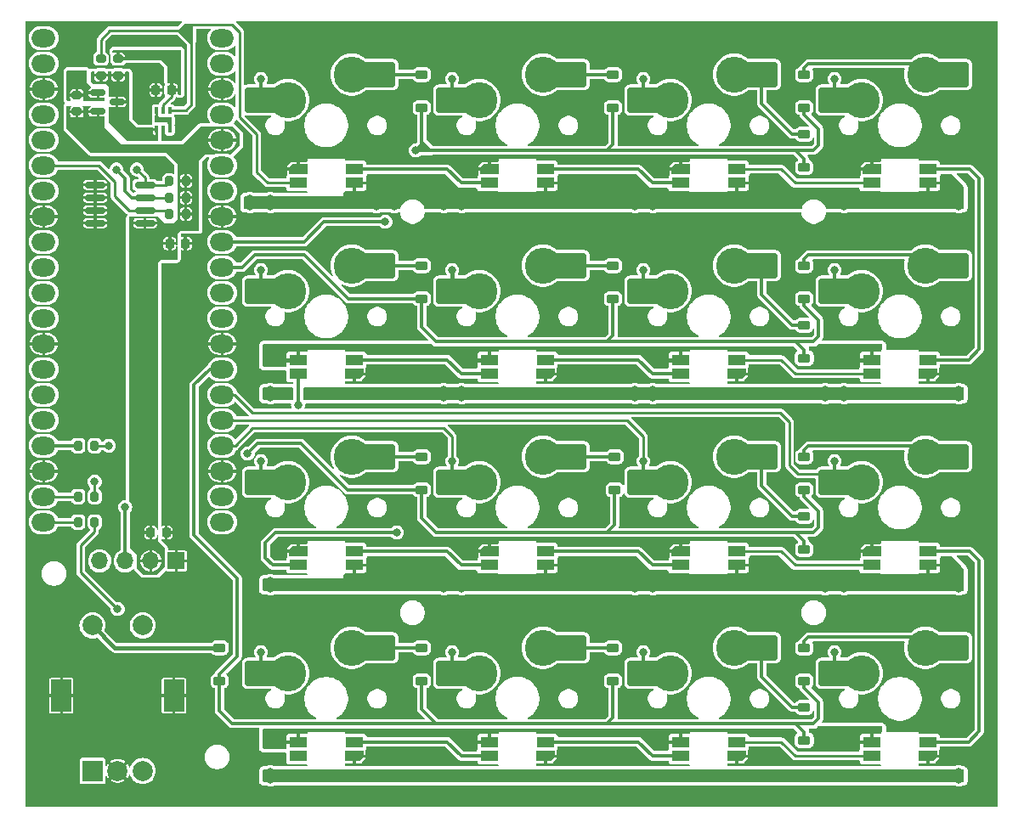
<source format=gbl>
%TF.GenerationSoftware,KiCad,Pcbnew,8.0.0*%
%TF.CreationDate,2024-03-13T16:12:56+07:00*%
%TF.ProjectId,dumbpad,64756d62-7061-4642-9e6b-696361645f70,rev?*%
%TF.SameCoordinates,Original*%
%TF.FileFunction,Copper,L2,Bot*%
%TF.FilePolarity,Positive*%
%FSLAX46Y46*%
G04 Gerber Fmt 4.6, Leading zero omitted, Abs format (unit mm)*
G04 Created by KiCad (PCBNEW 8.0.0) date 2024-03-13 16:12:56*
%MOMM*%
%LPD*%
G01*
G04 APERTURE LIST*
G04 Aperture macros list*
%AMRoundRect*
0 Rectangle with rounded corners*
0 $1 Rounding radius*
0 $2 $3 $4 $5 $6 $7 $8 $9 X,Y pos of 4 corners*
0 Add a 4 corners polygon primitive as box body*
4,1,4,$2,$3,$4,$5,$6,$7,$8,$9,$2,$3,0*
0 Add four circle primitives for the rounded corners*
1,1,$1+$1,$2,$3*
1,1,$1+$1,$4,$5*
1,1,$1+$1,$6,$7*
1,1,$1+$1,$8,$9*
0 Add four rect primitives between the rounded corners*
20,1,$1+$1,$2,$3,$4,$5,0*
20,1,$1+$1,$4,$5,$6,$7,0*
20,1,$1+$1,$6,$7,$8,$9,0*
20,1,$1+$1,$8,$9,$2,$3,0*%
%AMOutline5P*
0 Free polygon, 5 corners , with rotation*
0 The origin of the aperture is its center*
0 number of corners: always 5*
0 $1 to $10 corner X, Y*
0 $11 Rotation angle, in degrees counterclockwise*
0 create outline with 5 corners*
4,1,5,$1,$2,$3,$4,$5,$6,$7,$8,$9,$10,$1,$2,$11*%
%AMOutline6P*
0 Free polygon, 6 corners , with rotation*
0 The origin of the aperture is its center*
0 number of corners: always 6*
0 $1 to $12 corner X, Y*
0 $13 Rotation angle, in degrees counterclockwise*
0 create outline with 6 corners*
4,1,6,$1,$2,$3,$4,$5,$6,$7,$8,$9,$10,$11,$12,$1,$2,$13*%
%AMOutline7P*
0 Free polygon, 7 corners , with rotation*
0 The origin of the aperture is its center*
0 number of corners: always 7*
0 $1 to $14 corner X, Y*
0 $15 Rotation angle, in degrees counterclockwise*
0 create outline with 7 corners*
4,1,7,$1,$2,$3,$4,$5,$6,$7,$8,$9,$10,$11,$12,$13,$14,$1,$2,$15*%
%AMOutline8P*
0 Free polygon, 8 corners , with rotation*
0 The origin of the aperture is its center*
0 number of corners: always 8*
0 $1 to $16 corner X, Y*
0 $17 Rotation angle, in degrees counterclockwise*
0 create outline with 8 corners*
4,1,8,$1,$2,$3,$4,$5,$6,$7,$8,$9,$10,$11,$12,$13,$14,$15,$16,$1,$2,$17*%
G04 Aperture macros list end*
%TA.AperFunction,ComponentPad*%
%ADD10O,2.400000X1.800000*%
%TD*%
%TA.AperFunction,SMDPad,CuDef*%
%ADD11R,1.800000X1.000000*%
%TD*%
%TA.AperFunction,SMDPad,CuDef*%
%ADD12Outline5P,-0.900000X0.500000X0.900000X0.500000X0.900000X-0.200000X0.600000X-0.500000X-0.900000X-0.500000X0.000000*%
%TD*%
%TA.AperFunction,SMDPad,CuDef*%
%ADD13Outline5P,-0.900000X0.500000X0.900000X0.500000X0.900000X-0.200000X0.600000X-0.500000X-0.900000X-0.500000X180.000000*%
%TD*%
%TA.AperFunction,ComponentPad*%
%ADD14R,2.000000X2.000000*%
%TD*%
%TA.AperFunction,ComponentPad*%
%ADD15C,2.000000*%
%TD*%
%TA.AperFunction,ComponentPad*%
%ADD16R,2.000000X3.200000*%
%TD*%
%TA.AperFunction,ComponentPad*%
%ADD17R,1.700000X1.700000*%
%TD*%
%TA.AperFunction,ComponentPad*%
%ADD18O,1.700000X1.700000*%
%TD*%
%TA.AperFunction,SMDPad,CuDef*%
%ADD19RoundRect,0.250000X1.350000X1.000000X-1.350000X1.000000X-1.350000X-1.000000X1.350000X-1.000000X0*%
%TD*%
%TA.AperFunction,ComponentPad*%
%ADD20C,3.600000*%
%TD*%
%TA.AperFunction,SMDPad,CuDef*%
%ADD21RoundRect,0.225000X-0.375000X0.225000X-0.375000X-0.225000X0.375000X-0.225000X0.375000X0.225000X0*%
%TD*%
%TA.AperFunction,SMDPad,CuDef*%
%ADD22RoundRect,0.225000X-0.225000X-0.250000X0.225000X-0.250000X0.225000X0.250000X-0.225000X0.250000X0*%
%TD*%
%TA.AperFunction,SMDPad,CuDef*%
%ADD23RoundRect,0.200000X-0.200000X-0.275000X0.200000X-0.275000X0.200000X0.275000X-0.200000X0.275000X0*%
%TD*%
%TA.AperFunction,SMDPad,CuDef*%
%ADD24RoundRect,0.200000X0.275000X-0.200000X0.275000X0.200000X-0.275000X0.200000X-0.275000X-0.200000X0*%
%TD*%
%TA.AperFunction,SMDPad,CuDef*%
%ADD25RoundRect,0.100000X0.100000X-0.225000X0.100000X0.225000X-0.100000X0.225000X-0.100000X-0.225000X0*%
%TD*%
%TA.AperFunction,SMDPad,CuDef*%
%ADD26RoundRect,0.150000X-0.587500X-0.150000X0.587500X-0.150000X0.587500X0.150000X-0.587500X0.150000X0*%
%TD*%
%TA.AperFunction,SMDPad,CuDef*%
%ADD27RoundRect,0.150000X-0.825000X-0.150000X0.825000X-0.150000X0.825000X0.150000X-0.825000X0.150000X0*%
%TD*%
%TA.AperFunction,SMDPad,CuDef*%
%ADD28RoundRect,0.200000X-0.275000X0.200000X-0.275000X-0.200000X0.275000X-0.200000X0.275000X0.200000X0*%
%TD*%
%TA.AperFunction,SMDPad,CuDef*%
%ADD29RoundRect,0.225000X0.225000X0.250000X-0.225000X0.250000X-0.225000X-0.250000X0.225000X-0.250000X0*%
%TD*%
%TA.AperFunction,ViaPad*%
%ADD30C,0.800000*%
%TD*%
%TA.AperFunction,Conductor*%
%ADD31C,0.300000*%
%TD*%
%TA.AperFunction,Conductor*%
%ADD32C,0.250000*%
%TD*%
%TA.AperFunction,Conductor*%
%ADD33C,0.400000*%
%TD*%
G04 APERTURE END LIST*
D10*
%TO.P,M1,1,GP0*%
%TO.N,unconnected-(M1-GP0-Pad1)*%
X101844000Y-67538500D03*
%TO.P,M1,2,GP1*%
%TO.N,unconnected-(M1-GP1-Pad2)*%
X101844000Y-70078500D03*
%TO.P,M1,3,GND*%
%TO.N,GND*%
X101844000Y-72618500D03*
%TO.P,M1,4,GP2*%
%TO.N,/SDA*%
X101844000Y-75158500D03*
%TO.P,M1,5,GP3*%
%TO.N,/SCL*%
X101844000Y-77698500D03*
%TO.P,M1,6,GP4*%
%TO.N,/WP*%
X101844000Y-80238500D03*
%TO.P,M1,7,GP5*%
%TO.N,unconnected-(M1-GP5-Pad7)*%
X101844000Y-82778500D03*
%TO.P,M1,8,GND*%
%TO.N,GND*%
X101844000Y-85318500D03*
%TO.P,M1,9,GP6*%
%TO.N,unconnected-(M1-GP6-Pad9)*%
X101844000Y-87858500D03*
%TO.P,M1,10,GP7*%
%TO.N,unconnected-(M1-GP7-Pad10)*%
X101844000Y-90398500D03*
%TO.P,M1,11,GP8*%
%TO.N,unconnected-(M1-GP8-Pad11)*%
X101844000Y-92938500D03*
%TO.P,M1,12,GP9*%
%TO.N,unconnected-(M1-GP9-Pad12)*%
X101844000Y-95478500D03*
%TO.P,M1,13,GND*%
%TO.N,GND*%
X101844000Y-98018500D03*
%TO.P,M1,14,GP10*%
%TO.N,unconnected-(M1-GP10-Pad14)*%
X101844000Y-100558500D03*
%TO.P,M1,15,GP11*%
%TO.N,/ENC0_L0*%
X101844000Y-103098500D03*
%TO.P,M1,16,GP12*%
%TO.N,/ENC0_L1*%
X101844000Y-105638500D03*
%TO.P,M1,17,GP13*%
%TO.N,/LED2*%
X101844000Y-108178500D03*
%TO.P,M1,18,GND*%
%TO.N,GND*%
X101844000Y-110718500D03*
%TO.P,M1,19,GP14*%
%TO.N,/LED1*%
X101844000Y-113258500D03*
%TO.P,M1,20,GP15*%
%TO.N,/LED0*%
X101844000Y-115798500D03*
%TO.P,M1,21,GP16*%
%TO.N,/COL0*%
X119624000Y-115798500D03*
%TO.P,M1,22,GP17*%
%TO.N,/COL1*%
X119624000Y-113258500D03*
%TO.P,M1,23,GND*%
%TO.N,GND*%
X119624000Y-110718500D03*
%TO.P,M1,24,GP18*%
%TO.N,/COL2*%
X119624000Y-108178500D03*
%TO.P,M1,25,GP19*%
%TO.N,/COL3*%
X119624000Y-105638500D03*
%TO.P,M1,26,GP20*%
%TO.N,/COL4*%
X119624000Y-103098500D03*
%TO.P,M1,27,GP21*%
%TO.N,/ROW3*%
X119624000Y-100558500D03*
%TO.P,M1,28,GND*%
%TO.N,GND*%
X119624000Y-98018500D03*
%TO.P,M1,29,GP22*%
%TO.N,/ROW2*%
X119624000Y-95478500D03*
%TO.P,M1,30,RUN*%
%TO.N,/RESET*%
X119624000Y-92938500D03*
%TO.P,M1,31,ADC0/GP26*%
%TO.N,/ROW1*%
X119624000Y-90398500D03*
%TO.P,M1,32,ADC1/GP27*%
%TO.N,/ROW0*%
X119624000Y-87858500D03*
%TO.P,M1,33,GND*%
%TO.N,GND*%
X119624000Y-85318500D03*
%TO.P,M1,34,ADC2/GP28*%
%TO.N,/DLEDS*%
X119624000Y-82778500D03*
%TO.P,M1,35,ADC_VREF*%
%TO.N,unconnected-(M1-ADC_VREF-Pad35)*%
X119624000Y-80238500D03*
%TO.P,M1,36,3V3(OUT)*%
%TO.N,+3V3*%
X119624000Y-77698500D03*
%TO.P,M1,37,~{3V3_EN}*%
%TO.N,unconnected-(M1-~{3V3_EN}-Pad37)*%
X119624000Y-75158500D03*
%TO.P,M1,38,GND*%
%TO.N,GND*%
X119624000Y-72618500D03*
%TO.P,M1,39,VSYS*%
%TO.N,+5V*%
X119624000Y-70078500D03*
%TO.P,M1,40,VBUS*%
%TO.N,unconnected-(M1-VBUS-Pad40)*%
X119624000Y-67538500D03*
%TD*%
D11*
%TO.P,LED7,1,VDD*%
%TO.N,+5V*%
X146251100Y-99630000D03*
%TO.P,LED7,2,DOUT*%
%TO.N,Net-(LED7-DOUT)*%
X146251100Y-101030000D03*
D12*
%TO.P,LED7,3,GND*%
%TO.N,GND*%
X151851100Y-101030000D03*
D11*
%TO.P,LED7,4,DIN*%
%TO.N,Net-(LED6-DOUT)*%
X151851100Y-99630000D03*
%TD*%
%TO.P,LED4,1,VDD*%
%TO.N,+5V*%
X189951100Y-81980000D03*
%TO.P,LED4,2,DOUT*%
%TO.N,Net-(LED4-DOUT)*%
X189951100Y-80580000D03*
D13*
%TO.P,LED4,3,GND*%
%TO.N,GND*%
X184351100Y-80580000D03*
D11*
%TO.P,LED4,4,DIN*%
%TO.N,Net-(LED3-DOUT)*%
X184351100Y-81980000D03*
%TD*%
%TO.P,LED12,1,VDD*%
%TO.N,+5V*%
X189951100Y-120080000D03*
%TO.P,LED12,2,DOUT*%
%TO.N,Net-(LED12-DOUT)*%
X189951100Y-118680000D03*
D13*
%TO.P,LED12,3,GND*%
%TO.N,GND*%
X184351100Y-118680000D03*
D11*
%TO.P,LED12,4,DIN*%
%TO.N,Net-(LED11-DOUT)*%
X184351100Y-120080000D03*
%TD*%
%TO.P,LED3,1,VDD*%
%TO.N,+5V*%
X170901100Y-81980000D03*
%TO.P,LED3,2,DOUT*%
%TO.N,Net-(LED3-DOUT)*%
X170901100Y-80580000D03*
D13*
%TO.P,LED3,3,GND*%
%TO.N,GND*%
X165301100Y-80580000D03*
D11*
%TO.P,LED3,4,DIN*%
%TO.N,Net-(LED2-DOUT)*%
X165301100Y-81980000D03*
%TD*%
%TO.P,LED16,1,VDD*%
%TO.N,+5V*%
X127201100Y-137730000D03*
%TO.P,LED16,2,DOUT*%
%TO.N,unconnected-(LED16-DOUT-Pad2)*%
X127201100Y-139130000D03*
D12*
%TO.P,LED16,3,GND*%
%TO.N,GND*%
X132801100Y-139130000D03*
D11*
%TO.P,LED16,4,DIN*%
%TO.N,Net-(LED15-DOUT)*%
X132801100Y-137730000D03*
%TD*%
%TO.P,LED10,1,VDD*%
%TO.N,+5V*%
X151851100Y-120080000D03*
%TO.P,LED10,2,DOUT*%
%TO.N,Net-(LED10-DOUT)*%
X151851100Y-118680000D03*
D13*
%TO.P,LED10,3,GND*%
%TO.N,GND*%
X146251100Y-118680000D03*
D11*
%TO.P,LED10,4,DIN*%
%TO.N,Net-(LED10-DIN)*%
X146251100Y-120080000D03*
%TD*%
D14*
%TO.P,RE_3_1,A,A*%
%TO.N,/ENC0_L1*%
X106720000Y-140600000D03*
D15*
%TO.P,RE_3_1,B,B*%
%TO.N,/ENC0_L0*%
X111720000Y-140600000D03*
%TO.P,RE_3_1,C,C*%
%TO.N,GND*%
X109220000Y-140600000D03*
D16*
%TO.P,RE_3_1,MP,MP*%
X103620000Y-133100000D03*
X114820000Y-133100000D03*
D15*
%TO.P,RE_3_1,S1,S1*%
%TO.N,/COL0*%
X111720000Y-126100000D03*
%TO.P,RE_3_1,S2,S2*%
%TO.N,Net-(D13-K)*%
X106720000Y-126100000D03*
%TD*%
D11*
%TO.P,LED2,1,VDD*%
%TO.N,+5V*%
X151851100Y-81980000D03*
%TO.P,LED2,2,DOUT*%
%TO.N,Net-(LED2-DOUT)*%
X151851100Y-80580000D03*
D13*
%TO.P,LED2,3,GND*%
%TO.N,GND*%
X146251100Y-80580000D03*
D11*
%TO.P,LED2,4,DIN*%
%TO.N,Net-(LED1-DOUT)*%
X146251100Y-81980000D03*
%TD*%
%TO.P,LED13,1,VDD*%
%TO.N,+5V*%
X184351100Y-137730000D03*
%TO.P,LED13,2,DOUT*%
%TO.N,Net-(LED13-DOUT)*%
X184351100Y-139130000D03*
D12*
%TO.P,LED13,3,GND*%
%TO.N,GND*%
X189951100Y-139130000D03*
D11*
%TO.P,LED13,4,DIN*%
%TO.N,Net-(LED12-DOUT)*%
X189951100Y-137730000D03*
%TD*%
%TO.P,LED5,1,VDD*%
%TO.N,+5V*%
X184351100Y-99630000D03*
%TO.P,LED5,2,DOUT*%
%TO.N,Net-(LED5-DOUT)*%
X184351100Y-101030000D03*
D12*
%TO.P,LED5,3,GND*%
%TO.N,GND*%
X189951100Y-101030000D03*
D11*
%TO.P,LED5,4,DIN*%
%TO.N,Net-(LED4-DOUT)*%
X189951100Y-99630000D03*
%TD*%
%TO.P,LED6,1,VDD*%
%TO.N,+5V*%
X165301100Y-99630000D03*
%TO.P,LED6,2,DOUT*%
%TO.N,Net-(LED6-DOUT)*%
X165301100Y-101030000D03*
D12*
%TO.P,LED6,3,GND*%
%TO.N,GND*%
X170901100Y-101030000D03*
D11*
%TO.P,LED6,4,DIN*%
%TO.N,Net-(LED5-DOUT)*%
X170901100Y-99630000D03*
%TD*%
%TO.P,LED1,1,VDD*%
%TO.N,+5V*%
X132801100Y-81980000D03*
%TO.P,LED1,2,DOUT*%
%TO.N,Net-(LED1-DOUT)*%
X132801100Y-80580000D03*
D13*
%TO.P,LED1,3,GND*%
%TO.N,GND*%
X127201100Y-80580000D03*
D11*
%TO.P,LED1,4,DIN*%
%TO.N,/RGB_Matrix/KEY_LEDS*%
X127201100Y-81980000D03*
%TD*%
%TO.P,LED9,1,VDD*%
%TO.N,+5V*%
X132801100Y-120080000D03*
%TO.P,LED9,2,DOUT*%
%TO.N,Net-(LED10-DIN)*%
X132801100Y-118680000D03*
D13*
%TO.P,LED9,3,GND*%
%TO.N,GND*%
X127201100Y-118680000D03*
D11*
%TO.P,LED9,4,DIN*%
%TO.N,Net-(LED8-DOUT)*%
X127201100Y-120080000D03*
%TD*%
%TO.P,LED11,1,VDD*%
%TO.N,+5V*%
X170901100Y-120080000D03*
%TO.P,LED11,2,DOUT*%
%TO.N,Net-(LED11-DOUT)*%
X170901100Y-118680000D03*
D13*
%TO.P,LED11,3,GND*%
%TO.N,GND*%
X165301100Y-118680000D03*
D11*
%TO.P,LED11,4,DIN*%
%TO.N,Net-(LED10-DOUT)*%
X165301100Y-120080000D03*
%TD*%
%TO.P,LED15,1,VDD*%
%TO.N,+5V*%
X146251100Y-137730000D03*
%TO.P,LED15,2,DOUT*%
%TO.N,Net-(LED15-DOUT)*%
X146251100Y-139130000D03*
D12*
%TO.P,LED15,3,GND*%
%TO.N,GND*%
X151851100Y-139130000D03*
D11*
%TO.P,LED15,4,DIN*%
%TO.N,Net-(LED14-DOUT)*%
X151851100Y-137730000D03*
%TD*%
%TO.P,LED8,1,VDD*%
%TO.N,+5V*%
X127201100Y-99630000D03*
%TO.P,LED8,2,DOUT*%
%TO.N,Net-(LED8-DOUT)*%
X127201100Y-101030000D03*
D12*
%TO.P,LED8,3,GND*%
%TO.N,GND*%
X132801100Y-101030000D03*
D11*
%TO.P,LED8,4,DIN*%
%TO.N,Net-(LED7-DOUT)*%
X132801100Y-99630000D03*
%TD*%
%TO.P,LED14,1,VDD*%
%TO.N,+5V*%
X165301100Y-137730000D03*
%TO.P,LED14,2,DOUT*%
%TO.N,Net-(LED14-DOUT)*%
X165301100Y-139130000D03*
D12*
%TO.P,LED14,3,GND*%
%TO.N,GND*%
X170901100Y-139130000D03*
D11*
%TO.P,LED14,4,DIN*%
%TO.N,Net-(LED13-DOUT)*%
X170901100Y-137730000D03*
%TD*%
D17*
%TO.P,M2,1*%
%TO.N,GND*%
X115052000Y-119659000D03*
D18*
%TO.P,M2,2*%
%TO.N,+3V3*%
X112512000Y-119659000D03*
%TO.P,M2,3*%
%TO.N,/SCL*%
X109972000Y-119659000D03*
%TO.P,M2,4*%
%TO.N,/SDA*%
X107432000Y-119659000D03*
%TD*%
D19*
%TO.P,S1,S1,1*%
%TO.N,Net-(D1-K)*%
X135301100Y-71173600D03*
D20*
X132541100Y-71173600D03*
%TO.P,S1,S2,2*%
%TO.N,/COL1*%
X126191100Y-73713600D03*
D19*
X123501100Y-73713600D03*
%TD*%
D21*
%TO.P,D10,1,K*%
%TO.N,Net-(D10-K)*%
X158750000Y-109273600D03*
%TO.P,D10,2,A*%
%TO.N,/ROW2*%
X158750000Y-112573600D03*
%TD*%
D22*
%TO.P,C1,1*%
%TO.N,+3V3*%
X114414000Y-88011000D03*
%TO.P,C1,2*%
%TO.N,GND*%
X115964000Y-88011000D03*
%TD*%
D19*
%TO.P,S15,S1,1*%
%TO.N,Net-(D16-K)*%
X173401100Y-128323600D03*
D20*
X170641100Y-128323600D03*
%TO.P,S15,S2,2*%
%TO.N,/COL3*%
X164291100Y-130863600D03*
D19*
X161601100Y-130863600D03*
%TD*%
%TO.P,S8,S1,1*%
%TO.N,Net-(D8-K)*%
X192451100Y-90223600D03*
D20*
X189691100Y-90223600D03*
%TO.P,S8,S2,2*%
%TO.N,/COL4*%
X183341100Y-92763600D03*
D19*
X180651100Y-92763600D03*
%TD*%
%TO.P,S2,S1,1*%
%TO.N,Net-(D2-K)*%
X154351100Y-71173600D03*
D20*
X151591100Y-71173600D03*
%TO.P,S2,S2,2*%
%TO.N,/COL2*%
X145241100Y-73713600D03*
D19*
X142551100Y-73713600D03*
%TD*%
D21*
%TO.P,D8,1,K*%
%TO.N,Net-(D8-K)*%
X177626100Y-90223600D03*
%TO.P,D8,2,A*%
%TO.N,/ROW1*%
X177626100Y-93523600D03*
%TD*%
%TO.P,D6,1,K*%
%TO.N,Net-(D6-K)*%
X158576100Y-90223600D03*
%TO.P,D6,2,A*%
%TO.N,/ROW1*%
X158576100Y-93523600D03*
%TD*%
D19*
%TO.P,S4,S1,1*%
%TO.N,Net-(D4-K)*%
X192451100Y-71173600D03*
D20*
X189691100Y-71173600D03*
%TO.P,S4,S2,2*%
%TO.N,/COL4*%
X183341100Y-73713600D03*
D19*
X180651100Y-73713600D03*
%TD*%
%TO.P,S5,S1,1*%
%TO.N,Net-(D5-K)*%
X135301100Y-90223600D03*
D20*
X132541100Y-90223600D03*
%TO.P,S5,S2,2*%
%TO.N,/COL1*%
X126191100Y-92763600D03*
D19*
X123501100Y-92763600D03*
%TD*%
D21*
%TO.P,D4,1,K*%
%TO.N,Net-(D4-K)*%
X177626100Y-71173600D03*
%TO.P,D4,2,A*%
%TO.N,/ROW0*%
X177626100Y-74473600D03*
%TD*%
D19*
%TO.P,S14,S1,1*%
%TO.N,Net-(D15-K)*%
X154351100Y-128323600D03*
D20*
X151591100Y-128323600D03*
%TO.P,S14,S2,2*%
%TO.N,/COL2*%
X145241100Y-130863600D03*
D19*
X142551100Y-130863600D03*
%TD*%
%TO.P,S11,S1,1*%
%TO.N,Net-(D11-K)*%
X173401100Y-109273600D03*
D20*
X170641100Y-109273600D03*
%TO.P,S11,S2,2*%
%TO.N,/COL3*%
X164291100Y-111813600D03*
D19*
X161601100Y-111813600D03*
%TD*%
%TO.P,S7,S1,1*%
%TO.N,Net-(D7-K)*%
X173401100Y-90223600D03*
D20*
X170641100Y-90223600D03*
%TO.P,S7,S2,2*%
%TO.N,/COL3*%
X164291100Y-92763600D03*
D19*
X161601100Y-92763600D03*
%TD*%
%TO.P,S6,S1,1*%
%TO.N,Net-(D6-K)*%
X154351100Y-90223600D03*
D20*
X151591100Y-90223600D03*
%TO.P,S6,S2,2*%
%TO.N,/COL2*%
X145241100Y-92763600D03*
D19*
X142551100Y-92763600D03*
%TD*%
D21*
%TO.P,D9,1,K*%
%TO.N,Net-(D9-K)*%
X139526100Y-109273600D03*
%TO.P,D9,2,A*%
%TO.N,/ROW2*%
X139526100Y-112573600D03*
%TD*%
D23*
%TO.P,R7,1*%
%TO.N,/SDA*%
X114364000Y-81788000D03*
%TO.P,R7,2*%
%TO.N,+3V3*%
X116014000Y-81788000D03*
%TD*%
D24*
%TO.P,R5,1*%
%TO.N,Net-(Q1-D)*%
X109267000Y-71251000D03*
%TO.P,R5,2*%
%TO.N,+5V*%
X109267000Y-69601000D03*
%TD*%
D25*
%TO.P,U2,1*%
%TO.N,Net-(U2-Pad1)*%
X114417500Y-76642000D03*
%TO.P,U2,2,GND*%
%TO.N,GND*%
X113767500Y-76642000D03*
%TO.P,U2,3*%
%TO.N,Net-(Q1-D)*%
X113117500Y-76642000D03*
%TO.P,U2,4*%
%TO.N,Net-(U2-Pad1)*%
X113117500Y-74742000D03*
%TO.P,U2,5,VCC*%
%TO.N,+5V*%
X113767500Y-74742000D03*
%TO.P,U2,6*%
%TO.N,/RGB_Matrix/KEY_LEDS*%
X114417500Y-74742000D03*
%TD*%
D26*
%TO.P,Q1,1,G*%
%TO.N,+3V3*%
X107266500Y-74864000D03*
%TO.P,Q1,2,S*%
%TO.N,/DLEDS*%
X107266500Y-72964000D03*
%TO.P,Q1,3,D*%
%TO.N,Net-(Q1-D)*%
X109141500Y-73914000D03*
%TD*%
D27*
%TO.P,U1,1,A0*%
%TO.N,GND*%
X106999000Y-85979000D03*
%TO.P,U1,2,A1*%
X106999000Y-84709000D03*
%TO.P,U1,3,A2*%
X106999000Y-83439000D03*
%TO.P,U1,4,GND*%
X106999000Y-82169000D03*
%TO.P,U1,5,SDA*%
%TO.N,/SDA*%
X111949000Y-82169000D03*
%TO.P,U1,6,SCL*%
%TO.N,/SCL*%
X111949000Y-83439000D03*
%TO.P,U1,7,WP*%
%TO.N,/WP*%
X111949000Y-84709000D03*
%TO.P,U1,8,VCC*%
%TO.N,+3V3*%
X111949000Y-85979000D03*
%TD*%
D21*
%TO.P,D11,1,K*%
%TO.N,Net-(D11-K)*%
X177626100Y-115205000D03*
%TO.P,D11,2,A*%
%TO.N,/ROW2*%
X177626100Y-118505000D03*
%TD*%
D23*
%TO.P,R8,1*%
%TO.N,/SCL*%
X114364000Y-83439000D03*
%TO.P,R8,2*%
%TO.N,+3V3*%
X116014000Y-83439000D03*
%TD*%
D21*
%TO.P,D14,1,K*%
%TO.N,Net-(D14-K)*%
X139526100Y-128323600D03*
%TO.P,D14,2,A*%
%TO.N,/ROW3*%
X139526100Y-131623600D03*
%TD*%
D19*
%TO.P,S12,S1,1*%
%TO.N,Net-(D12-K)*%
X192451100Y-109273600D03*
D20*
X189691100Y-109273600D03*
%TO.P,S12,S2,2*%
%TO.N,/COL4*%
X183341100Y-111813600D03*
D19*
X180651100Y-111813600D03*
%TD*%
D28*
%TO.P,R6,1*%
%TO.N,/DLEDS*%
X105156000Y-73214000D03*
%TO.P,R6,2*%
%TO.N,+3V3*%
X105156000Y-74864000D03*
%TD*%
D23*
%TO.P,R3,1*%
%TO.N,/LED0*%
X105283000Y-115798500D03*
%TO.P,R3,2*%
%TO.N,Net-(DL1-A)*%
X106933000Y-115798500D03*
%TD*%
D21*
%TO.P,D13,1,K*%
%TO.N,Net-(D13-K)*%
X119380000Y-128323600D03*
%TO.P,D13,2,A*%
%TO.N,/ROW3*%
X119380000Y-131623600D03*
%TD*%
D23*
%TO.P,R9,1*%
%TO.N,/WP*%
X114364000Y-85090000D03*
%TO.P,R9,2*%
%TO.N,+3V3*%
X116014000Y-85090000D03*
%TD*%
D22*
%TO.P,C2,1*%
%TO.N,+3V3*%
X112512000Y-116840000D03*
%TO.P,C2,2*%
%TO.N,GND*%
X114062000Y-116840000D03*
%TD*%
D21*
%TO.P,D7,1,K*%
%TO.N,Net-(D7-K)*%
X177626100Y-96155000D03*
%TO.P,D7,2,A*%
%TO.N,/ROW1*%
X177626100Y-99455000D03*
%TD*%
D23*
%TO.P,R1,1*%
%TO.N,/LED2*%
X105283000Y-108178500D03*
%TO.P,R1,2*%
%TO.N,Net-(DL3-A)*%
X106933000Y-108178500D03*
%TD*%
D19*
%TO.P,S3,S1,1*%
%TO.N,Net-(D3-K)*%
X173401100Y-71173600D03*
D20*
X170641100Y-71173600D03*
%TO.P,S3,S2,2*%
%TO.N,/COL3*%
X164291100Y-73713600D03*
D19*
X161601100Y-73713600D03*
%TD*%
D21*
%TO.P,D5,1,K*%
%TO.N,Net-(D5-K)*%
X139526100Y-90223600D03*
%TO.P,D5,2,A*%
%TO.N,/ROW1*%
X139526100Y-93523600D03*
%TD*%
%TO.P,D17,1,K*%
%TO.N,Net-(D17-K)*%
X177626100Y-128327200D03*
%TO.P,D17,2,A*%
%TO.N,/ROW3*%
X177626100Y-131627200D03*
%TD*%
%TO.P,D15,1,K*%
%TO.N,Net-(D15-K)*%
X158576100Y-128323600D03*
%TO.P,D15,2,A*%
%TO.N,/ROW3*%
X158576100Y-131623600D03*
%TD*%
%TO.P,D3,1,K*%
%TO.N,Net-(D3-K)*%
X177626100Y-77105000D03*
%TO.P,D3,2,A*%
%TO.N,/ROW0*%
X177626100Y-80405000D03*
%TD*%
D29*
%TO.P,C3,1*%
%TO.N,+5V*%
X114580000Y-72710000D03*
%TO.P,C3,2*%
%TO.N,GND*%
X113030000Y-72710000D03*
%TD*%
D21*
%TO.P,D16,1,K*%
%TO.N,Net-(D16-K)*%
X177626100Y-134255000D03*
%TO.P,D16,2,A*%
%TO.N,/ROW3*%
X177626100Y-137555000D03*
%TD*%
D19*
%TO.P,S13,S1,1*%
%TO.N,Net-(D14-K)*%
X135301100Y-128327200D03*
D20*
X132541100Y-128327200D03*
%TO.P,S13,S2,2*%
%TO.N,/COL1*%
X126191100Y-130867200D03*
D19*
X123501100Y-130867200D03*
%TD*%
%TO.P,S9,S1,1*%
%TO.N,Net-(D9-K)*%
X135301100Y-109273600D03*
D20*
X132541100Y-109273600D03*
%TO.P,S9,S2,2*%
%TO.N,/COL1*%
X126191100Y-111813600D03*
D19*
X123501100Y-111813600D03*
%TD*%
D24*
%TO.P,R4,1*%
%TO.N,Net-(Q1-D)*%
X107569000Y-71251000D03*
%TO.P,R4,2*%
%TO.N,/RGB_Matrix/KEY_LEDS*%
X107569000Y-69601000D03*
%TD*%
D21*
%TO.P,D1,1,K*%
%TO.N,Net-(D1-K)*%
X139526100Y-71173600D03*
%TO.P,D1,2,A*%
%TO.N,/ROW0*%
X139526100Y-74473600D03*
%TD*%
D23*
%TO.P,R2,1*%
%TO.N,/LED1*%
X105283000Y-113258500D03*
%TO.P,R2,2*%
%TO.N,Net-(DL2-A)*%
X106933000Y-113258500D03*
%TD*%
D19*
%TO.P,S16,S1,1*%
%TO.N,Net-(D17-K)*%
X192451100Y-128327200D03*
D20*
X189691100Y-128327200D03*
%TO.P,S16,S2,2*%
%TO.N,/COL4*%
X183341100Y-130867200D03*
D19*
X180651100Y-130867200D03*
%TD*%
D21*
%TO.P,D12,1,K*%
%TO.N,Net-(D12-K)*%
X177626100Y-109273600D03*
%TO.P,D12,2,A*%
%TO.N,/ROW2*%
X177626100Y-112573600D03*
%TD*%
%TO.P,D2,1,K*%
%TO.N,Net-(D2-K)*%
X158576100Y-71173600D03*
%TO.P,D2,2,A*%
%TO.N,/ROW0*%
X158576100Y-74473600D03*
%TD*%
D19*
%TO.P,S10,S1,1*%
%TO.N,Net-(D10-K)*%
X154351100Y-109273600D03*
D20*
X151591100Y-109273600D03*
%TO.P,S10,S2,2*%
%TO.N,/COL2*%
X145241100Y-111813600D03*
D19*
X142551100Y-111813600D03*
%TD*%
D30*
%TO.N,GND*%
X104902000Y-78994000D03*
X104902000Y-85979000D03*
X191770000Y-139133600D03*
X134620000Y-139133600D03*
X117602000Y-73279000D03*
X147701000Y-108966000D03*
X115570000Y-114935000D03*
X153670000Y-139130000D03*
X125476000Y-80580000D03*
X144526000Y-80580000D03*
X117602000Y-72263000D03*
X134620000Y-101030000D03*
X183261000Y-86868000D03*
X105283000Y-68326000D03*
X167132000Y-108966000D03*
X111633000Y-71247000D03*
X172720000Y-139130000D03*
X111633000Y-75184000D03*
X126873000Y-96139000D03*
X172720000Y-101030000D03*
X182626000Y-118680000D03*
X164211000Y-86868000D03*
X117602000Y-75311000D03*
X115570000Y-90932000D03*
X109601000Y-67818000D03*
X163576000Y-118680000D03*
X133223000Y-96139000D03*
X191770000Y-101030000D03*
X114427000Y-67818000D03*
X153670000Y-101030000D03*
X144526000Y-118680000D03*
X116459000Y-89789000D03*
X117221000Y-90932000D03*
X117348000Y-124968000D03*
X105283000Y-69723000D03*
X104902000Y-82169000D03*
X145161000Y-86868000D03*
X117602000Y-74295000D03*
X182626000Y-80580000D03*
X105283000Y-66802000D03*
X163576000Y-80580000D03*
X125222000Y-118680000D03*
%TO.N,+3V3*%
X116332000Y-79502000D03*
X116332000Y-78613000D03*
%TO.N,/ROW0*%
X138938000Y-78740000D03*
X135890000Y-85852000D03*
%TO.N,+5V*%
X143510000Y-103378000D03*
X160782000Y-121666000D03*
X193040000Y-122428000D03*
X141732000Y-83566000D03*
X160782000Y-84328000D03*
X124460000Y-140716000D03*
X143510000Y-102616000D03*
X124460000Y-102616000D03*
X124460000Y-103378000D03*
X136779000Y-84328000D03*
X163322000Y-99630000D03*
X193040000Y-121666000D03*
X162560000Y-103378000D03*
X181610000Y-122428000D03*
X162560000Y-122428000D03*
X124460000Y-122428000D03*
X160782000Y-102616000D03*
X143510000Y-84328000D03*
X181610000Y-103378000D03*
X144272000Y-137730000D03*
X182372000Y-137730000D03*
X182372000Y-99630000D03*
X124460000Y-141478000D03*
X181610000Y-102616000D03*
X141732000Y-122428000D03*
X193040000Y-84328000D03*
X160782000Y-103378000D03*
X179705000Y-121666000D03*
X193040000Y-140716000D03*
X124460000Y-83566000D03*
X162560000Y-102616000D03*
X181610000Y-83566000D03*
X160782000Y-122428000D03*
X162560000Y-121666000D03*
X179705000Y-122428000D03*
X135001000Y-84328000D03*
X135001000Y-83566000D03*
X144272000Y-99630000D03*
X162560000Y-84328000D03*
X141732000Y-84328000D03*
X143510000Y-83566000D03*
X193040000Y-83566000D03*
X136779000Y-83566000D03*
X162560000Y-83566000D03*
X124460000Y-84328000D03*
X125222000Y-137730000D03*
X114935000Y-69469000D03*
X122428000Y-84328000D03*
X163322000Y-137730000D03*
X160782000Y-83566000D03*
X141732000Y-121666000D03*
X125222000Y-99630000D03*
X114935000Y-70739000D03*
X181610000Y-84328000D03*
X193040000Y-141478000D03*
X193040000Y-103378000D03*
X141732000Y-103378000D03*
X179705000Y-103378000D03*
X124460000Y-121666000D03*
X143510000Y-122428000D03*
X122428000Y-83566000D03*
X193040000Y-102616000D03*
X141732000Y-102616000D03*
X143510000Y-121666000D03*
X179705000Y-102616000D03*
X181610000Y-121666000D03*
%TO.N,/ROW2*%
X122174000Y-108966000D03*
%TO.N,/COL4*%
X180651100Y-71628000D03*
X180651100Y-128778000D03*
X180651100Y-90678000D03*
X180651100Y-109728000D03*
%TO.N,/COL3*%
X161601100Y-90678000D03*
X161601100Y-71628000D03*
X161601100Y-128778000D03*
X161601100Y-109728000D03*
%TO.N,/COL2*%
X142551100Y-71628000D03*
X142551100Y-128778000D03*
X142551100Y-90678000D03*
X142551100Y-109728000D03*
%TO.N,/COL1*%
X123501100Y-71628000D03*
X123501100Y-90678000D03*
X123501100Y-109728000D03*
X123501100Y-128778000D03*
%TO.N,/SDA*%
X111125000Y-80645000D03*
%TO.N,/SCL*%
X109093000Y-80645000D03*
X109972000Y-114300000D03*
%TO.N,/DLEDS*%
X105283000Y-71501000D03*
%TO.N,Net-(DL1-A)*%
X109220000Y-124460000D03*
%TO.N,Net-(DL2-A)*%
X106934000Y-111760000D03*
%TO.N,Net-(DL3-A)*%
X108331000Y-108178500D03*
%TO.N,Net-(LED8-DOUT)*%
X137033000Y-116840000D03*
X127201100Y-104140000D03*
%TD*%
D31*
%TO.N,GND*%
X132804700Y-139133600D02*
X132801100Y-139130000D01*
X189954700Y-139133600D02*
X189951100Y-139130000D01*
%TO.N,/ROW0*%
X138938000Y-78740000D02*
X139526100Y-78151900D01*
X178562000Y-78740000D02*
X157988000Y-78740000D01*
X139526100Y-78151900D02*
X139526100Y-74473600D01*
X127787500Y-87858500D02*
X119624000Y-87858500D01*
X135890000Y-85852000D02*
X129794000Y-85852000D01*
X177626100Y-79582100D02*
X176784000Y-78740000D01*
X179070000Y-76581000D02*
X179070000Y-78232000D01*
X177626100Y-75137100D02*
X179070000Y-76581000D01*
X158576100Y-78151900D02*
X157988000Y-78740000D01*
X129794000Y-85852000D02*
X127787500Y-87858500D01*
X138938000Y-78740000D02*
X157988000Y-78740000D01*
X158576100Y-74473600D02*
X158576100Y-78151900D01*
X177626100Y-74473600D02*
X177626100Y-75137100D01*
X177626100Y-80405000D02*
X177626100Y-79582100D01*
X179070000Y-78232000D02*
X178562000Y-78740000D01*
%TO.N,/ROW1*%
X139526100Y-96346100D02*
X139526100Y-93523600D01*
X177626100Y-99455000D02*
X177626100Y-98632100D01*
X140970000Y-97790000D02*
X139526100Y-96346100D01*
X121628000Y-90398500D02*
X122872500Y-89154000D01*
X179070000Y-95631000D02*
X177626100Y-94187100D01*
X119624000Y-90398500D02*
X121628000Y-90398500D01*
X132195100Y-93523600D02*
X139526100Y-93523600D01*
X157988000Y-97790000D02*
X140970000Y-97790000D01*
X158576100Y-97201900D02*
X157988000Y-97790000D01*
X158576100Y-93523600D02*
X158576100Y-97201900D01*
X177626100Y-94187100D02*
X177626100Y-93523600D01*
X176784000Y-97790000D02*
X178562000Y-97790000D01*
X177626100Y-98632100D02*
X176784000Y-97790000D01*
X157988000Y-97790000D02*
X176784000Y-97790000D01*
X178562000Y-97790000D02*
X179070000Y-97282000D01*
X179070000Y-97282000D02*
X179070000Y-95631000D01*
X122872500Y-89154000D02*
X127825500Y-89154000D01*
X127825500Y-89154000D02*
X132195100Y-93523600D01*
D32*
%TO.N,+5V*%
X114580000Y-73380000D02*
X114580000Y-72710000D01*
D31*
X160782000Y-102616000D02*
X162560000Y-102616000D01*
D33*
X146251100Y-99630000D02*
X144272000Y-99630000D01*
X127201100Y-99630000D02*
X125222000Y-99630000D01*
D32*
X113767500Y-74192500D02*
X114580000Y-73380000D01*
D31*
X124460000Y-83566000D02*
X122428000Y-83566000D01*
X124460000Y-84328000D02*
X122428000Y-84328000D01*
X162560000Y-103378000D02*
X160782000Y-103378000D01*
D33*
X165301100Y-99630000D02*
X163322000Y-99630000D01*
X184351100Y-99630000D02*
X182372000Y-99630000D01*
D32*
X113767500Y-74742000D02*
X113767500Y-74192500D01*
D31*
X143510000Y-103378000D02*
X141732000Y-103378000D01*
X141732000Y-102616000D02*
X143510000Y-102616000D01*
%TO.N,/ROW2*%
X177626100Y-113237100D02*
X177626100Y-112573600D01*
X139526100Y-115396100D02*
X139526100Y-112573600D01*
X157988000Y-116840000D02*
X176784000Y-116840000D01*
X177626100Y-117682100D02*
X176784000Y-116840000D01*
X158750000Y-116078000D02*
X157988000Y-116840000D01*
X157988000Y-116840000D02*
X140970000Y-116840000D01*
X127508000Y-107950000D02*
X132131600Y-112573600D01*
X178562000Y-116840000D02*
X179070000Y-116332000D01*
X177626100Y-118505000D02*
X177626100Y-117682100D01*
X140970000Y-116840000D02*
X139526100Y-115396100D01*
X179070000Y-116332000D02*
X179070000Y-114681000D01*
X122174000Y-108966000D02*
X123190000Y-107950000D01*
X123190000Y-107950000D02*
X127508000Y-107950000D01*
X132131600Y-112573600D02*
X139526100Y-112573600D01*
X176784000Y-116840000D02*
X178562000Y-116840000D01*
X179070000Y-114681000D02*
X177626100Y-113237100D01*
X158750000Y-112573600D02*
X158750000Y-116078000D01*
%TO.N,/ROW3*%
X116840000Y-102108000D02*
X116840000Y-117094000D01*
X158576100Y-131623600D02*
X158576100Y-135301900D01*
X116840000Y-117094000D02*
X121158000Y-121412000D01*
X121158000Y-121412000D02*
X121158000Y-129159000D01*
X177626100Y-132287100D02*
X177626100Y-131623600D01*
X140970000Y-135890000D02*
X139526100Y-134446100D01*
X158576100Y-135301900D02*
X157988000Y-135890000D01*
X119624000Y-100558500D02*
X118389500Y-100558500D01*
X178562000Y-135890000D02*
X179070000Y-135382000D01*
X157988000Y-135890000D02*
X140970000Y-135890000D01*
X119380000Y-131623600D02*
X119380000Y-134620000D01*
X177626100Y-137555000D02*
X177626100Y-136732100D01*
X121158000Y-129159000D02*
X119380000Y-130937000D01*
X177626100Y-136732100D02*
X176784000Y-135890000D01*
X179070000Y-135382000D02*
X179070000Y-133731000D01*
X157988000Y-135890000D02*
X176784000Y-135890000D01*
X120650000Y-135890000D02*
X140970000Y-135890000D01*
X118389500Y-100558500D02*
X116840000Y-102108000D01*
X139526100Y-134446100D02*
X139526100Y-131623600D01*
X119380000Y-134620000D02*
X120650000Y-135890000D01*
X176784000Y-135890000D02*
X178562000Y-135890000D01*
X179070000Y-133731000D02*
X177626100Y-132287100D01*
X119380000Y-130937000D02*
X119380000Y-131623600D01*
D32*
%TO.N,/LED1*%
X105283000Y-113258500D02*
X101844000Y-113258500D01*
D31*
%TO.N,/LED2*%
X101881500Y-108178500D02*
X105220000Y-108178500D01*
X101844000Y-108178500D02*
X101881500Y-108141000D01*
D32*
%TO.N,/LED0*%
X101844000Y-115798500D02*
X105220000Y-115798500D01*
%TO.N,/COL4*%
X175260000Y-104902000D02*
X176149000Y-105791000D01*
X120878500Y-103098500D02*
X122682000Y-104902000D01*
X176149000Y-105791000D02*
X176149000Y-110109000D01*
D31*
X180651100Y-73713600D02*
X180651100Y-71628000D01*
D32*
X179835500Y-110998000D02*
X180651100Y-111813600D01*
X177038000Y-110998000D02*
X179835500Y-110998000D01*
X122682000Y-104902000D02*
X175260000Y-104902000D01*
X176149000Y-110109000D02*
X177038000Y-110998000D01*
D31*
X180651100Y-128778000D02*
X180651100Y-130867200D01*
D32*
X119624000Y-103098500D02*
X120878500Y-103098500D01*
D31*
X180651100Y-109728000D02*
X180651100Y-111813600D01*
X180651100Y-90678000D02*
X180651100Y-92763600D01*
D32*
%TO.N,/COL3*%
X161601100Y-107245100D02*
X161544000Y-107188000D01*
X159994500Y-105638500D02*
X161544000Y-107188000D01*
D31*
X161601100Y-90678000D02*
X161601100Y-92763600D01*
D32*
X119624000Y-105638500D02*
X159994500Y-105638500D01*
D31*
X161601100Y-73713600D02*
X161601100Y-71628000D01*
X161601100Y-109728000D02*
X161601100Y-111813600D01*
D32*
X161601100Y-109728000D02*
X161601100Y-107245100D01*
D31*
X161601100Y-128778000D02*
X161601100Y-130863600D01*
D32*
%TO.N,/COL2*%
X142551100Y-109728000D02*
X142551100Y-107245100D01*
D31*
X142551100Y-128778000D02*
X142551100Y-130863600D01*
X142551100Y-71685100D02*
X142551100Y-73713600D01*
D32*
X120929500Y-108178500D02*
X119624000Y-108178500D01*
X141732000Y-106426000D02*
X122682000Y-106426000D01*
X142551100Y-107245100D02*
X141732000Y-106426000D01*
X122682000Y-106426000D02*
X120929500Y-108178500D01*
D31*
X142551100Y-109728000D02*
X142551100Y-111813600D01*
D33*
X142551100Y-90678000D02*
X142551100Y-92763600D01*
D31*
%TO.N,/COL1*%
X123501100Y-71628000D02*
X123501100Y-73713600D01*
X123501100Y-109728000D02*
X123501100Y-111813600D01*
X123501100Y-128778000D02*
X123501100Y-130867200D01*
X123501100Y-90678000D02*
X123501100Y-92763600D01*
%TO.N,Net-(LED1-DOUT)*%
X142048000Y-80580000D02*
X132801100Y-80580000D01*
X143448000Y-81980000D02*
X142048000Y-80580000D01*
X146251100Y-81980000D02*
X143448000Y-81980000D01*
%TO.N,Net-(LED2-DOUT)*%
X165301100Y-81980000D02*
X162498000Y-81980000D01*
X161098000Y-80580000D02*
X151851100Y-80580000D01*
X162498000Y-81980000D02*
X161098000Y-80580000D01*
D32*
%TO.N,Net-(LED3-DOUT)*%
X170901100Y-80580000D02*
X175322000Y-80580000D01*
X175322000Y-80580000D02*
X176722000Y-81980000D01*
X176722000Y-81980000D02*
X184351100Y-81980000D01*
D31*
%TO.N,Net-(D17-K)*%
X177626100Y-128327200D02*
X177626100Y-127685500D01*
X177626100Y-127685500D02*
X178054000Y-127257600D01*
X188621500Y-127257600D02*
X178054000Y-127257600D01*
X189691100Y-128327200D02*
X188621500Y-127257600D01*
D32*
%TO.N,Net-(LED5-DOUT)*%
X175322000Y-99630000D02*
X176722000Y-101030000D01*
X170901100Y-99630000D02*
X175322000Y-99630000D01*
X176722000Y-101030000D02*
X184351100Y-101030000D01*
%TO.N,/RGB_Matrix/KEY_LEDS*%
X123063000Y-77089000D02*
X123063000Y-80899000D01*
X115951000Y-66167000D02*
X120650000Y-66167000D01*
X116586000Y-74168000D02*
X116586000Y-68072000D01*
X120650000Y-66167000D02*
X121412000Y-66929000D01*
X116012000Y-74742000D02*
X116586000Y-74168000D01*
X114417500Y-74742000D02*
X116012000Y-74742000D01*
X107569000Y-69601000D02*
X107569000Y-67691000D01*
X115316000Y-66802000D02*
X116586000Y-68072000D01*
X121412000Y-75438000D02*
X123063000Y-77089000D01*
X123063000Y-80899000D02*
X124144000Y-81980000D01*
X121412000Y-66929000D02*
X121412000Y-75438000D01*
X107569000Y-67691000D02*
X108458000Y-66802000D01*
X108458000Y-66802000D02*
X115316000Y-66802000D01*
X124144000Y-81980000D02*
X127201100Y-81980000D01*
X115316000Y-66802000D02*
X115951000Y-66167000D01*
D31*
%TO.N,Net-(LED10-DIN)*%
X143448000Y-120080000D02*
X142048000Y-118680000D01*
X142048000Y-118680000D02*
X132801100Y-118680000D01*
X146251100Y-120080000D02*
X143448000Y-120080000D01*
%TO.N,Net-(LED10-DOUT)*%
X165301100Y-120080000D02*
X162498000Y-120080000D01*
X162498000Y-120080000D02*
X161098000Y-118680000D01*
X161098000Y-118680000D02*
X151851100Y-118680000D01*
D32*
%TO.N,Net-(LED11-DOUT)*%
X175322000Y-118680000D02*
X176722000Y-120080000D01*
X170901100Y-118680000D02*
X175322000Y-118680000D01*
X176722000Y-120080000D02*
X184351100Y-120080000D01*
D31*
%TO.N,Net-(LED12-DOUT)*%
X195072000Y-119637600D02*
X195072000Y-136655600D01*
X193994000Y-137733600D02*
X189951100Y-137733600D01*
X195072000Y-136655600D02*
X193994000Y-137733600D01*
X189951100Y-118683600D02*
X194118000Y-118683600D01*
X194118000Y-118683600D02*
X195072000Y-119637600D01*
D32*
%TO.N,Net-(LED13-DOUT)*%
X176722000Y-139130000D02*
X184351100Y-139130000D01*
X170901100Y-137730000D02*
X175322000Y-137730000D01*
X175322000Y-137730000D02*
X176722000Y-139130000D01*
D31*
%TO.N,Net-(LED15-DOUT)*%
X146251100Y-139133600D02*
X143448000Y-139133600D01*
X142048000Y-137733600D02*
X132801100Y-137733600D01*
X143448000Y-139133600D02*
X142048000Y-137733600D01*
D32*
%TO.N,/SDA*%
X111949000Y-81469000D02*
X111949000Y-82169000D01*
X111949000Y-82169000D02*
X113983000Y-82169000D01*
X113983000Y-82169000D02*
X114364000Y-81788000D01*
X111125000Y-80645000D02*
X111949000Y-81469000D01*
%TO.N,/SCL*%
X111949000Y-83439000D02*
X114364000Y-83439000D01*
D31*
X109982000Y-82804000D02*
X110617000Y-83439000D01*
X109982000Y-81534000D02*
X109982000Y-82804000D01*
X109972000Y-114310000D02*
X109972000Y-119659000D01*
X109982000Y-114300000D02*
X109972000Y-114310000D01*
X110617000Y-83439000D02*
X111949000Y-83439000D01*
X109093000Y-80645000D02*
X109982000Y-81534000D01*
D32*
%TO.N,/WP*%
X111949000Y-84709000D02*
X110363000Y-84709000D01*
X113983000Y-84709000D02*
X114364000Y-85090000D01*
X108966000Y-83312000D02*
X108966000Y-81851500D01*
X108966000Y-81851500D02*
X107353000Y-80238500D01*
X111949000Y-84709000D02*
X113983000Y-84709000D01*
X110363000Y-84709000D02*
X108966000Y-83312000D01*
X107353000Y-80238500D02*
X101844000Y-80238500D01*
D31*
%TO.N,Net-(D1-K)*%
X139526100Y-71173600D02*
X135301100Y-71173600D01*
%TO.N,Net-(D2-K)*%
X158576100Y-71173600D02*
X154351100Y-71173600D01*
%TO.N,Net-(D3-K)*%
X176419000Y-77105000D02*
X173401100Y-74087100D01*
X173401100Y-74087100D02*
X173401100Y-71173600D01*
X177626100Y-77105000D02*
X176419000Y-77105000D01*
%TO.N,Net-(D4-K)*%
X177626100Y-71173600D02*
X177626100Y-70531900D01*
X177626100Y-70531900D02*
X178054000Y-70104000D01*
X188621500Y-70104000D02*
X178054000Y-70104000D01*
X189691100Y-71173600D02*
X188621500Y-70104000D01*
%TO.N,Net-(D5-K)*%
X135301100Y-90223600D02*
X139526100Y-90223600D01*
%TO.N,Net-(D6-K)*%
X154351100Y-90223600D02*
X158576100Y-90223600D01*
%TO.N,Net-(D7-K)*%
X177626100Y-96155000D02*
X176419000Y-96155000D01*
X176419000Y-96155000D02*
X173401100Y-93137100D01*
X173401100Y-93137100D02*
X173401100Y-90223600D01*
%TO.N,Net-(D8-K)*%
X188621500Y-89154000D02*
X178054000Y-89154000D01*
X177626100Y-89581900D02*
X178054000Y-89154000D01*
X189691100Y-90223600D02*
X188621500Y-89154000D01*
X177626100Y-90223600D02*
X177626100Y-89581900D01*
%TO.N,Net-(D9-K)*%
X139526100Y-109273600D02*
X135301100Y-109273600D01*
%TO.N,Net-(D10-K)*%
X154351100Y-109273600D02*
X158750000Y-109273600D01*
%TO.N,Net-(D11-K)*%
X177626100Y-115205000D02*
X176419000Y-115205000D01*
X176419000Y-115205000D02*
X173401100Y-112187100D01*
X173401100Y-112187100D02*
X173401100Y-109273600D01*
%TO.N,Net-(D12-K)*%
X177626100Y-109273600D02*
X177626100Y-108631900D01*
X189691100Y-109273600D02*
X188621500Y-108204000D01*
X177626100Y-108631900D02*
X178054000Y-108204000D01*
X188621500Y-108204000D02*
X178054000Y-108204000D01*
D33*
%TO.N,Net-(D13-K)*%
X119380000Y-128323600D02*
X108943600Y-128323600D01*
X108943600Y-128323600D02*
X106720000Y-126100000D01*
D31*
%TO.N,Net-(D14-K)*%
X135301100Y-128327200D02*
X139522500Y-128327200D01*
X139522500Y-128327200D02*
X139526100Y-128323600D01*
%TO.N,Net-(D15-K)*%
X154351100Y-128323600D02*
X158576100Y-128323600D01*
%TO.N,Net-(D16-K)*%
X177626100Y-134258600D02*
X176419000Y-134258600D01*
X176419000Y-134258600D02*
X173401100Y-131240700D01*
X173401100Y-131240700D02*
X173401100Y-128327200D01*
D32*
%TO.N,Net-(DL1-A)*%
X109220000Y-124460000D02*
X105537000Y-120777000D01*
X105537000Y-118110000D02*
X106933000Y-116714000D01*
X105537000Y-120777000D02*
X105537000Y-118110000D01*
X106933000Y-116714000D02*
X106933000Y-115798500D01*
%TO.N,Net-(DL2-A)*%
X106934000Y-113257500D02*
X106933000Y-113258500D01*
X106934000Y-111760000D02*
X106934000Y-113257500D01*
%TO.N,Net-(DL3-A)*%
X108331000Y-108178500D02*
X106933000Y-108178500D01*
D31*
%TO.N,Net-(LED4-DOUT)*%
X193994000Y-99630000D02*
X189951100Y-99630000D01*
X195072000Y-81534000D02*
X195072000Y-98552000D01*
X194118000Y-80580000D02*
X195072000Y-81534000D01*
X189951100Y-80580000D02*
X194118000Y-80580000D01*
X195072000Y-98552000D02*
X193994000Y-99630000D01*
%TO.N,Net-(LED6-DOUT)*%
X165301100Y-101030000D02*
X162498000Y-101030000D01*
X162498000Y-101030000D02*
X161098000Y-99630000D01*
X161098000Y-99630000D02*
X151851100Y-99630000D01*
%TO.N,Net-(LED7-DOUT)*%
X143448000Y-101030000D02*
X142048000Y-99630000D01*
X146251100Y-101030000D02*
X143448000Y-101030000D01*
X142048000Y-99630000D02*
X132801100Y-99630000D01*
%TO.N,Net-(LED8-DOUT)*%
X137033000Y-116840000D02*
X124968000Y-116840000D01*
X124968000Y-116840000D02*
X123952000Y-117856000D01*
X123952000Y-119380000D02*
X124652000Y-120080000D01*
X127201100Y-104087100D02*
X127201100Y-101030000D01*
X124652000Y-120080000D02*
X127201100Y-120080000D01*
X123952000Y-117856000D02*
X123952000Y-119380000D01*
%TO.N,Net-(LED14-DOUT)*%
X165301100Y-139130000D02*
X162498000Y-139130000D01*
X161098000Y-137730000D02*
X151851100Y-137730000D01*
X162498000Y-139130000D02*
X161098000Y-137730000D01*
%TD*%
%TA.AperFunction,Conductor*%
%TO.N,+5V*%
G36*
X193548000Y-122583000D02*
G01*
X193529093Y-122641191D01*
X193479593Y-122677155D01*
X193449000Y-122682000D01*
X123797000Y-122682000D01*
X123738809Y-122663093D01*
X123702845Y-122613593D01*
X123698000Y-122583000D01*
X123698000Y-121511000D01*
X123716907Y-121452809D01*
X123766407Y-121416845D01*
X123797000Y-121412000D01*
X131698999Y-121412000D01*
X131699000Y-121412000D01*
X193548000Y-121412000D01*
X193548000Y-122583000D01*
G37*
%TD.AperFunction*%
%TD*%
%TA.AperFunction,Conductor*%
%TO.N,+3V3*%
G36*
X119040367Y-76329358D02*
G01*
X119040486Y-76328865D01*
X119042872Y-76329436D01*
X119042882Y-76329440D01*
X119229519Y-76359000D01*
X119229521Y-76359000D01*
X120018479Y-76359000D01*
X120018481Y-76359000D01*
X120205118Y-76329440D01*
X120205130Y-76329435D01*
X120207514Y-76328865D01*
X120207632Y-76329358D01*
X120222528Y-76327000D01*
X120624112Y-76327000D01*
X120668306Y-76345306D01*
X121393694Y-77070694D01*
X121412000Y-77114888D01*
X121412000Y-78206112D01*
X121393694Y-78250306D01*
X120541306Y-79102694D01*
X120497112Y-79121000D01*
X120379487Y-79121000D01*
X120360174Y-79117941D01*
X120205118Y-79067560D01*
X120205112Y-79067559D01*
X120018494Y-79038001D01*
X120018482Y-79038000D01*
X120018481Y-79038000D01*
X119229519Y-79038000D01*
X119229517Y-79038000D01*
X119229505Y-79038001D01*
X119042887Y-79067559D01*
X119042878Y-79067561D01*
X118957906Y-79095170D01*
X118887825Y-79117941D01*
X118868513Y-79121000D01*
X117983000Y-79121000D01*
X117094000Y-80010000D01*
X115697000Y-80010000D01*
X115697000Y-78105000D01*
X116253501Y-77548499D01*
X118234045Y-77548499D01*
X118234046Y-77548500D01*
X119146555Y-77548500D01*
X119124000Y-77632674D01*
X119124000Y-77764326D01*
X119146555Y-77848500D01*
X118234046Y-77848500D01*
X118251085Y-77956083D01*
X118304590Y-78120754D01*
X118304591Y-78120756D01*
X118383198Y-78275028D01*
X118484968Y-78415104D01*
X118607395Y-78537531D01*
X118747471Y-78639301D01*
X118901743Y-78717908D01*
X118901745Y-78717909D01*
X119066417Y-78771414D01*
X119066416Y-78771414D01*
X119237416Y-78798498D01*
X119237430Y-78798500D01*
X119474000Y-78798500D01*
X119474000Y-78175945D01*
X119558174Y-78198500D01*
X119689826Y-78198500D01*
X119774000Y-78175945D01*
X119774000Y-78798500D01*
X120010570Y-78798500D01*
X120010583Y-78798498D01*
X120181583Y-78771414D01*
X120346254Y-78717909D01*
X120346256Y-78717908D01*
X120500528Y-78639301D01*
X120640604Y-78537531D01*
X120763031Y-78415104D01*
X120864801Y-78275028D01*
X120943408Y-78120756D01*
X120943409Y-78120754D01*
X120996914Y-77956083D01*
X121013954Y-77848500D01*
X120101445Y-77848500D01*
X120124000Y-77764326D01*
X120124000Y-77632674D01*
X120101445Y-77548500D01*
X121013954Y-77548500D01*
X121013954Y-77548499D01*
X120996914Y-77440916D01*
X120943409Y-77276245D01*
X120943408Y-77276243D01*
X120864801Y-77121971D01*
X120763031Y-76981895D01*
X120640604Y-76859468D01*
X120500528Y-76757698D01*
X120346256Y-76679091D01*
X120346254Y-76679090D01*
X120181582Y-76625585D01*
X120181583Y-76625585D01*
X120010583Y-76598501D01*
X120010570Y-76598500D01*
X119774000Y-76598500D01*
X119774000Y-77221054D01*
X119689826Y-77198500D01*
X119558174Y-77198500D01*
X119474000Y-77221054D01*
X119474000Y-76598500D01*
X119237430Y-76598500D01*
X119237416Y-76598501D01*
X119066416Y-76625585D01*
X118901745Y-76679090D01*
X118901743Y-76679091D01*
X118747471Y-76757698D01*
X118607395Y-76859468D01*
X118484968Y-76981895D01*
X118383198Y-77121971D01*
X118304591Y-77276243D01*
X118304590Y-77276245D01*
X118251085Y-77440916D01*
X118234045Y-77548499D01*
X116253501Y-77548499D01*
X117456694Y-76345306D01*
X117500888Y-76327000D01*
X119025472Y-76327000D01*
X119040367Y-76329358D01*
G37*
%TD.AperFunction*%
%TD*%
%TA.AperFunction,Conductor*%
%TO.N,+5V*%
G36*
X193548000Y-84483000D02*
G01*
X193529093Y-84541191D01*
X193479593Y-84577155D01*
X193449000Y-84582000D01*
X179858573Y-84582000D01*
X179800382Y-84563093D01*
X179764418Y-84513593D01*
X179713670Y-84357407D01*
X179713669Y-84357403D01*
X179625952Y-84185250D01*
X179625950Y-84185246D01*
X179512389Y-84028942D01*
X179512387Y-84028940D01*
X179512385Y-84028937D01*
X179375763Y-83892315D01*
X179375759Y-83892312D01*
X179375757Y-83892310D01*
X179219453Y-83778749D01*
X179219449Y-83778747D01*
X179138111Y-83737303D01*
X179047297Y-83691031D01*
X179047294Y-83691030D01*
X179047292Y-83691029D01*
X178863535Y-83631323D01*
X178672709Y-83601100D01*
X178672706Y-83601100D01*
X178479494Y-83601100D01*
X178479491Y-83601100D01*
X178288664Y-83631323D01*
X178104907Y-83691029D01*
X177932750Y-83778747D01*
X177932746Y-83778749D01*
X177776442Y-83892310D01*
X177639810Y-84028942D01*
X177526249Y-84185246D01*
X177526247Y-84185250D01*
X177438529Y-84357407D01*
X177387782Y-84513593D01*
X177351818Y-84563093D01*
X177293627Y-84582000D01*
X139858573Y-84582000D01*
X139800382Y-84563093D01*
X139764418Y-84513593D01*
X139713670Y-84357407D01*
X139713669Y-84357403D01*
X139625952Y-84185250D01*
X139625950Y-84185246D01*
X139512389Y-84028942D01*
X139512387Y-84028940D01*
X139512385Y-84028937D01*
X139375763Y-83892315D01*
X139375759Y-83892312D01*
X139375757Y-83892310D01*
X139219453Y-83778749D01*
X139219449Y-83778747D01*
X139138111Y-83737303D01*
X139047297Y-83691031D01*
X139047294Y-83691030D01*
X139047292Y-83691029D01*
X138863535Y-83631323D01*
X138672709Y-83601100D01*
X138672706Y-83601100D01*
X138479494Y-83601100D01*
X138479491Y-83601100D01*
X138288664Y-83631323D01*
X138104907Y-83691029D01*
X137932750Y-83778747D01*
X137932746Y-83778749D01*
X137776442Y-83892310D01*
X137639810Y-84028942D01*
X137526249Y-84185246D01*
X137526247Y-84185250D01*
X137438529Y-84357407D01*
X137387782Y-84513593D01*
X137351818Y-84563093D01*
X137293627Y-84582000D01*
X121892000Y-84582000D01*
X121833809Y-84563093D01*
X121797845Y-84513593D01*
X121793000Y-84483000D01*
X121793000Y-83411000D01*
X121811907Y-83352809D01*
X121861407Y-83316845D01*
X121892000Y-83312000D01*
X131698999Y-83312000D01*
X131699000Y-83312000D01*
X193548000Y-83312000D01*
X193548000Y-84483000D01*
G37*
%TD.AperFunction*%
%TD*%
%TA.AperFunction,Conductor*%
%TO.N,GND*%
G36*
X141879703Y-138202406D02*
G01*
X143171380Y-139494084D01*
X143171389Y-139494091D01*
X143218348Y-139521203D01*
X143274113Y-139553399D01*
X143298326Y-139559886D01*
X143388691Y-139584100D01*
X144988101Y-139584100D01*
X145032295Y-139602406D01*
X145050601Y-139646600D01*
X145050601Y-139674864D01*
X145053515Y-139699991D01*
X145098894Y-139802765D01*
X145178335Y-139882206D01*
X145281109Y-139927585D01*
X145306235Y-139930500D01*
X147109000Y-139930499D01*
X147153194Y-139948805D01*
X147171500Y-139992999D01*
X147171500Y-140044000D01*
X147153194Y-140088194D01*
X147109000Y-140106500D01*
X131943200Y-140106500D01*
X131899006Y-140088194D01*
X131880700Y-140044000D01*
X131880700Y-139892499D01*
X131899006Y-139848305D01*
X131943200Y-139829999D01*
X132651100Y-139829999D01*
X132651100Y-139280000D01*
X132951100Y-139280000D01*
X132951100Y-139829999D01*
X133420794Y-139829999D01*
X133420795Y-139829998D01*
X133479134Y-139818394D01*
X133479139Y-139818392D01*
X133528591Y-139785349D01*
X133528596Y-139785345D01*
X133856448Y-139457493D01*
X133856452Y-139457488D01*
X133889494Y-139408038D01*
X133889496Y-139408035D01*
X133901099Y-139349698D01*
X133901100Y-139349698D01*
X133901100Y-139280000D01*
X132951100Y-139280000D01*
X132651100Y-139280000D01*
X132651100Y-139042500D01*
X132669406Y-138998306D01*
X132713600Y-138980000D01*
X133901100Y-138980000D01*
X133901100Y-138610302D01*
X133901099Y-138610301D01*
X133889496Y-138551964D01*
X133883791Y-138543427D01*
X133874457Y-138496511D01*
X133891563Y-138464508D01*
X133953306Y-138402765D01*
X133998685Y-138299991D01*
X134001600Y-138274865D01*
X134001600Y-138246600D01*
X134019906Y-138202406D01*
X134064100Y-138184100D01*
X141835509Y-138184100D01*
X141879703Y-138202406D01*
G37*
%TD.AperFunction*%
%TA.AperFunction,Conductor*%
G36*
X160929703Y-138198806D02*
G01*
X162221380Y-139490484D01*
X162221389Y-139490491D01*
X162324107Y-139549796D01*
X162324109Y-139549796D01*
X162324113Y-139549799D01*
X162330407Y-139551485D01*
X162337543Y-139553398D01*
X162337547Y-139553398D01*
X162337549Y-139553399D01*
X162399445Y-139569984D01*
X162438686Y-139580499D01*
X162438689Y-139580499D01*
X162438691Y-139580500D01*
X164038101Y-139580500D01*
X164082295Y-139598806D01*
X164100601Y-139643000D01*
X164100601Y-139674864D01*
X164103515Y-139699991D01*
X164148894Y-139802765D01*
X164228335Y-139882206D01*
X164331109Y-139927585D01*
X164356235Y-139930500D01*
X166159000Y-139930499D01*
X166203194Y-139948805D01*
X166221500Y-139992999D01*
X166221500Y-140044000D01*
X166203194Y-140088194D01*
X166159000Y-140106500D01*
X150993200Y-140106500D01*
X150949006Y-140088194D01*
X150930700Y-140044000D01*
X150930700Y-139892499D01*
X150949006Y-139848305D01*
X150993200Y-139829999D01*
X151701100Y-139829999D01*
X151701100Y-139280000D01*
X152001100Y-139280000D01*
X152001100Y-139829999D01*
X152470794Y-139829999D01*
X152470795Y-139829998D01*
X152529134Y-139818394D01*
X152529139Y-139818392D01*
X152578591Y-139785349D01*
X152578596Y-139785345D01*
X152906448Y-139457493D01*
X152906452Y-139457488D01*
X152939494Y-139408038D01*
X152939496Y-139408035D01*
X152951099Y-139349698D01*
X152951100Y-139349698D01*
X152951100Y-139280000D01*
X152001100Y-139280000D01*
X151701100Y-139280000D01*
X151701100Y-139042500D01*
X151719406Y-138998306D01*
X151763600Y-138980000D01*
X152951100Y-138980000D01*
X152951100Y-138610302D01*
X152951099Y-138610301D01*
X152939496Y-138551964D01*
X152933791Y-138543427D01*
X152924457Y-138496511D01*
X152941563Y-138464508D01*
X153003306Y-138402765D01*
X153048685Y-138299991D01*
X153051600Y-138274865D01*
X153051600Y-138243000D01*
X153069906Y-138198806D01*
X153114100Y-138180500D01*
X160885509Y-138180500D01*
X160929703Y-138198806D01*
G37*
%TD.AperFunction*%
%TA.AperFunction,Conductor*%
G36*
X175164058Y-138173806D02*
G01*
X176460731Y-139470480D01*
X176460735Y-139470483D01*
X176460737Y-139470485D01*
X176548583Y-139521203D01*
X176557763Y-139526503D01*
X176557766Y-139526504D01*
X176570851Y-139530010D01*
X176665982Y-139555500D01*
X176778018Y-139555500D01*
X183088101Y-139555500D01*
X183132295Y-139573806D01*
X183150601Y-139618000D01*
X183150601Y-139674864D01*
X183153515Y-139699991D01*
X183198894Y-139802765D01*
X183278335Y-139882206D01*
X183381109Y-139927585D01*
X183406235Y-139930500D01*
X185209000Y-139930499D01*
X185253194Y-139948805D01*
X185271500Y-139992999D01*
X185271500Y-140044000D01*
X185253194Y-140088194D01*
X185209000Y-140106500D01*
X170043200Y-140106500D01*
X169999006Y-140088194D01*
X169980700Y-140044000D01*
X169980700Y-139892499D01*
X169999006Y-139848305D01*
X170043200Y-139829999D01*
X170751100Y-139829999D01*
X170751100Y-139280000D01*
X171051100Y-139280000D01*
X171051100Y-139829999D01*
X171520794Y-139829999D01*
X171520795Y-139829998D01*
X171579134Y-139818394D01*
X171579139Y-139818392D01*
X171628591Y-139785349D01*
X171628596Y-139785345D01*
X171956448Y-139457493D01*
X171956452Y-139457488D01*
X171989494Y-139408038D01*
X171989496Y-139408035D01*
X172001099Y-139349698D01*
X172001100Y-139349698D01*
X172001100Y-139280000D01*
X171051100Y-139280000D01*
X170751100Y-139280000D01*
X170751100Y-139042500D01*
X170769406Y-138998306D01*
X170813600Y-138980000D01*
X172001100Y-138980000D01*
X172001100Y-138610302D01*
X172001099Y-138610301D01*
X171989496Y-138551964D01*
X171983791Y-138543427D01*
X171974457Y-138496511D01*
X171991563Y-138464508D01*
X172053306Y-138402765D01*
X172098685Y-138299991D01*
X172101600Y-138274865D01*
X172101600Y-138218000D01*
X172119906Y-138173806D01*
X172164100Y-138155500D01*
X175119864Y-138155500D01*
X175164058Y-138173806D01*
G37*
%TD.AperFunction*%
%TA.AperFunction,Conductor*%
G36*
X115579258Y-65848606D02*
G01*
X115597564Y-65892800D01*
X115579258Y-65936994D01*
X115158058Y-66358194D01*
X115113864Y-66376500D01*
X108514019Y-66376500D01*
X108401982Y-66376500D01*
X108401981Y-66376500D01*
X108401975Y-66376501D01*
X108293766Y-66405495D01*
X108293763Y-66405496D01*
X108196735Y-66461516D01*
X108196731Y-66461519D01*
X107307737Y-67350515D01*
X107228519Y-67429732D01*
X107228516Y-67429735D01*
X107172496Y-67526763D01*
X107172495Y-67526766D01*
X107143501Y-67634975D01*
X107143500Y-67634983D01*
X107143500Y-68879558D01*
X107125194Y-68923752D01*
X107102842Y-68938117D01*
X107051666Y-68957204D01*
X107051663Y-68957206D01*
X106936456Y-69043451D01*
X106936451Y-69043456D01*
X106850206Y-69158663D01*
X106850203Y-69158668D01*
X106799909Y-69293513D01*
X106793500Y-69353119D01*
X106793500Y-69848864D01*
X106793501Y-69848881D01*
X106799909Y-69908486D01*
X106850203Y-70043331D01*
X106850206Y-70043336D01*
X106936451Y-70158543D01*
X106936456Y-70158548D01*
X107051663Y-70244793D01*
X107051668Y-70244796D01*
X107186514Y-70295090D01*
X107186515Y-70295090D01*
X107186517Y-70295091D01*
X107246127Y-70301500D01*
X107891872Y-70301499D01*
X107951483Y-70295091D01*
X108086331Y-70244796D01*
X108086336Y-70244793D01*
X108201543Y-70158548D01*
X108201542Y-70158548D01*
X108201546Y-70158546D01*
X108260596Y-70079666D01*
X108287793Y-70043336D01*
X108287796Y-70043331D01*
X108338090Y-69908486D01*
X108338090Y-69908485D01*
X108338091Y-69908483D01*
X108344500Y-69848873D01*
X108344499Y-69353128D01*
X108338091Y-69293517D01*
X108323073Y-69253252D01*
X108287796Y-69158668D01*
X108287793Y-69158663D01*
X108201548Y-69043456D01*
X108201543Y-69043451D01*
X108086336Y-68957206D01*
X108086333Y-68957204D01*
X108035158Y-68938117D01*
X108000148Y-68905521D01*
X107994500Y-68879558D01*
X107994500Y-67893136D01*
X108012806Y-67848942D01*
X108615942Y-67245806D01*
X108660136Y-67227500D01*
X115113864Y-67227500D01*
X115158058Y-67245806D01*
X116142194Y-68229941D01*
X116160500Y-68274135D01*
X116160500Y-73965864D01*
X116142194Y-74010058D01*
X115854058Y-74298194D01*
X115809864Y-74316500D01*
X114903132Y-74316500D01*
X114858938Y-74298194D01*
X114847444Y-74282374D01*
X114845551Y-74278659D01*
X114755842Y-74188950D01*
X114642805Y-74131354D01*
X114642798Y-74131352D01*
X114580588Y-74121499D01*
X114539802Y-74096505D01*
X114528636Y-74049991D01*
X114546172Y-74015575D01*
X114687139Y-73874609D01*
X114920485Y-73641263D01*
X114976503Y-73544237D01*
X114994413Y-73477390D01*
X115023533Y-73439440D01*
X115031853Y-73435425D01*
X115035509Y-73433983D01*
X115037573Y-73433169D01*
X115085401Y-73433983D01*
X115090401Y-73436425D01*
X115160162Y-73474441D01*
X115218353Y-73493348D01*
X115312756Y-73508300D01*
X115312758Y-73508300D01*
X115471008Y-73508300D01*
X115513476Y-73504956D01*
X115518786Y-73504539D01*
X115549379Y-73499694D01*
X115579754Y-73493287D01*
X115681162Y-73445109D01*
X115730662Y-73409145D01*
X115787919Y-73354977D01*
X115787920Y-73354974D01*
X115787922Y-73354973D01*
X115841636Y-73256403D01*
X115841641Y-73256394D01*
X115860548Y-73198203D01*
X115875500Y-73103800D01*
X115875500Y-68806000D01*
X115875500Y-68805991D01*
X115871739Y-68758214D01*
X115871737Y-68758202D01*
X115868696Y-68739000D01*
X115866894Y-68727621D01*
X115860487Y-68697246D01*
X115812309Y-68595838D01*
X115776345Y-68546338D01*
X115722177Y-68489081D01*
X115722176Y-68489080D01*
X115722173Y-68489077D01*
X115623603Y-68435363D01*
X115623592Y-68435358D01*
X115565406Y-68416453D01*
X115565403Y-68416452D01*
X115565401Y-68416451D01*
X115565399Y-68416451D01*
X115471011Y-68401501D01*
X115471001Y-68401500D01*
X115471000Y-68401500D01*
X108811000Y-68401500D01*
X108810992Y-68401500D01*
X108763214Y-68405260D01*
X108763202Y-68405262D01*
X108732649Y-68410101D01*
X108732632Y-68410104D01*
X108732621Y-68410106D01*
X108718482Y-68413088D01*
X108702244Y-68416513D01*
X108600839Y-68464690D01*
X108600834Y-68464693D01*
X108551336Y-68500656D01*
X108494077Y-68554826D01*
X108440363Y-68653396D01*
X108440358Y-68653407D01*
X108421453Y-68711593D01*
X108421451Y-68711600D01*
X108406501Y-68805988D01*
X108406500Y-68806002D01*
X108406500Y-68933179D01*
X108407441Y-68957149D01*
X108408658Y-68972619D01*
X108409293Y-68979660D01*
X108441015Y-69087360D01*
X108468793Y-69141879D01*
X108505929Y-69196092D01*
X108515802Y-69242897D01*
X108512926Y-69253252D01*
X108497909Y-69293515D01*
X108491500Y-69353119D01*
X108491500Y-69848864D01*
X108491501Y-69848881D01*
X108497909Y-69908486D01*
X108548203Y-70043331D01*
X108548206Y-70043336D01*
X108634451Y-70158543D01*
X108634456Y-70158548D01*
X108749663Y-70244793D01*
X108749668Y-70244796D01*
X108884514Y-70295090D01*
X108884515Y-70295090D01*
X108884517Y-70295091D01*
X108944127Y-70301500D01*
X109589872Y-70301499D01*
X109649483Y-70295091D01*
X109784331Y-70244796D01*
X109784336Y-70244793D01*
X109899543Y-70158548D01*
X109899542Y-70158548D01*
X109899546Y-70158546D01*
X109978150Y-70053544D01*
X110019289Y-70029136D01*
X110028183Y-70028500D01*
X113385569Y-70028500D01*
X113429763Y-70046806D01*
X113849194Y-70466236D01*
X113867500Y-70510430D01*
X113867500Y-71942610D01*
X113875941Y-72013932D01*
X113875942Y-72013940D01*
X113877514Y-72020486D01*
X113886731Y-72058875D01*
X113886733Y-72058881D01*
X113886734Y-72058885D01*
X113904314Y-72110942D01*
X113904317Y-72110946D01*
X113905366Y-72112478D01*
X113905573Y-72113463D01*
X113906239Y-72114796D01*
X113905891Y-72114969D01*
X113915237Y-72159283D01*
X113903604Y-72185560D01*
X113892636Y-72200024D01*
X113839641Y-72334409D01*
X113829501Y-72418845D01*
X113829500Y-72418862D01*
X113829500Y-73001137D01*
X113829501Y-73001154D01*
X113839641Y-73085591D01*
X113892632Y-73219968D01*
X113892637Y-73219977D01*
X113965645Y-73316252D01*
X113977763Y-73362527D01*
X113960039Y-73398211D01*
X113506237Y-73852015D01*
X113427019Y-73931232D01*
X113427016Y-73931235D01*
X113370996Y-74028263D01*
X113370996Y-74028265D01*
X113357915Y-74077083D01*
X113328794Y-74115033D01*
X113287768Y-74122637D01*
X113260144Y-74118262D01*
X113249019Y-74116500D01*
X113249018Y-74116500D01*
X112985985Y-74116500D01*
X112985980Y-74116501D01*
X112892195Y-74131354D01*
X112892194Y-74131354D01*
X112779157Y-74188950D01*
X112689450Y-74278657D01*
X112631854Y-74391694D01*
X112631852Y-74391701D01*
X112617001Y-74485467D01*
X112617000Y-74485483D01*
X112617000Y-74998514D01*
X112617001Y-74998519D01*
X112631854Y-75092304D01*
X112631855Y-75092308D01*
X112653565Y-75134916D01*
X112657318Y-75182604D01*
X112652760Y-75193191D01*
X112649172Y-75199776D01*
X112649166Y-75199788D01*
X112630261Y-75257974D01*
X112630259Y-75257981D01*
X112615309Y-75352369D01*
X112615308Y-75352383D01*
X112615308Y-75847008D01*
X112619068Y-75894785D01*
X112619070Y-75894797D01*
X112623909Y-75925350D01*
X112623914Y-75925379D01*
X112630321Y-75955754D01*
X112678499Y-76057162D01*
X112678501Y-76057164D01*
X112679458Y-76059179D01*
X112681888Y-76106953D01*
X112649826Y-76142453D01*
X112623005Y-76148500D01*
X111277430Y-76148500D01*
X111233236Y-76130194D01*
X110686806Y-75583764D01*
X110668500Y-75539570D01*
X110668500Y-72860000D01*
X112380001Y-72860000D01*
X112380001Y-72993450D01*
X112395762Y-73092969D01*
X112395762Y-73092970D01*
X112456882Y-73212923D01*
X112552076Y-73308117D01*
X112672029Y-73369237D01*
X112672036Y-73369239D01*
X112771535Y-73384998D01*
X112771550Y-73384999D01*
X112879999Y-73384999D01*
X112880000Y-73384998D01*
X112880000Y-72860000D01*
X113180000Y-72860000D01*
X113180000Y-73384999D01*
X113288447Y-73384999D01*
X113288450Y-73384998D01*
X113387969Y-73369237D01*
X113387970Y-73369237D01*
X113507923Y-73308117D01*
X113603117Y-73212923D01*
X113664237Y-73092970D01*
X113664239Y-73092963D01*
X113679998Y-72993464D01*
X113680000Y-72993448D01*
X113680000Y-72860000D01*
X113180000Y-72860000D01*
X112880000Y-72860000D01*
X112380001Y-72860000D01*
X110668500Y-72860000D01*
X110668500Y-72560000D01*
X112380000Y-72560000D01*
X112880000Y-72560000D01*
X112880000Y-72035000D01*
X113180000Y-72035000D01*
X113180000Y-72560000D01*
X113679999Y-72560000D01*
X113679999Y-72426553D01*
X113679998Y-72426549D01*
X113664237Y-72327030D01*
X113664237Y-72327029D01*
X113603117Y-72207076D01*
X113507923Y-72111882D01*
X113387970Y-72050762D01*
X113387963Y-72050760D01*
X113288464Y-72035001D01*
X113288449Y-72035000D01*
X113180000Y-72035000D01*
X112880000Y-72035000D01*
X112771554Y-72035000D01*
X112771548Y-72035001D01*
X112672030Y-72050762D01*
X112672029Y-72050762D01*
X112552076Y-72111882D01*
X112456882Y-72207076D01*
X112395762Y-72327029D01*
X112395760Y-72327036D01*
X112380001Y-72426535D01*
X112380000Y-72426551D01*
X112380000Y-72560000D01*
X110668500Y-72560000D01*
X110668500Y-70964991D01*
X110664739Y-70917214D01*
X110664737Y-70917202D01*
X110659894Y-70886621D01*
X110653487Y-70856246D01*
X110605309Y-70754838D01*
X110569345Y-70705338D01*
X110515177Y-70648081D01*
X110515176Y-70648080D01*
X110515173Y-70648077D01*
X110416603Y-70594363D01*
X110416592Y-70594358D01*
X110358406Y-70575453D01*
X110358403Y-70575452D01*
X110358401Y-70575451D01*
X110358399Y-70575451D01*
X110264011Y-70560501D01*
X110264001Y-70560500D01*
X110264000Y-70560500D01*
X110033599Y-70560500D01*
X109962287Y-70568940D01*
X109962270Y-70568943D01*
X109917357Y-70579725D01*
X109917334Y-70579731D01*
X109865270Y-70597314D01*
X109865266Y-70597316D01*
X109865265Y-70597317D01*
X109865264Y-70597318D01*
X109852957Y-70605747D01*
X109806151Y-70615616D01*
X109787695Y-70609040D01*
X109784330Y-70607203D01*
X109649485Y-70556909D01*
X109649487Y-70556909D01*
X109589873Y-70550500D01*
X108944135Y-70550500D01*
X108944118Y-70550501D01*
X108884515Y-70556909D01*
X108749667Y-70607204D01*
X108745742Y-70609348D01*
X108744883Y-70607774D01*
X108704632Y-70618038D01*
X108683636Y-70611056D01*
X108658418Y-70597314D01*
X108652999Y-70594361D01*
X108652993Y-70594358D01*
X108594807Y-70575453D01*
X108594804Y-70575452D01*
X108594802Y-70575451D01*
X108594800Y-70575451D01*
X108500412Y-70560501D01*
X108500402Y-70560500D01*
X108500401Y-70560500D01*
X108335599Y-70560500D01*
X108264287Y-70568940D01*
X108264270Y-70568943D01*
X108219357Y-70579725D01*
X108219334Y-70579731D01*
X108167270Y-70597314D01*
X108167266Y-70597316D01*
X108167265Y-70597317D01*
X108167264Y-70597318D01*
X108154957Y-70605747D01*
X108108151Y-70615616D01*
X108089695Y-70609040D01*
X108086330Y-70607203D01*
X107951485Y-70556909D01*
X107951487Y-70556909D01*
X107891873Y-70550500D01*
X107246135Y-70550500D01*
X107246118Y-70550501D01*
X107186515Y-70556909D01*
X107051667Y-70607204D01*
X107047742Y-70609348D01*
X107046883Y-70607774D01*
X107006632Y-70618038D01*
X106985636Y-70611056D01*
X106960418Y-70597314D01*
X106954999Y-70594361D01*
X106954993Y-70594358D01*
X106896807Y-70575453D01*
X106896804Y-70575452D01*
X106896802Y-70575451D01*
X106896800Y-70575451D01*
X106802412Y-70560501D01*
X106802402Y-70560500D01*
X106802401Y-70560500D01*
X106652000Y-70560500D01*
X106651992Y-70560500D01*
X106604214Y-70564260D01*
X106604202Y-70564262D01*
X106573649Y-70569101D01*
X106573632Y-70569104D01*
X106573621Y-70569106D01*
X106559482Y-70572088D01*
X106543244Y-70575513D01*
X106466010Y-70612206D01*
X106418236Y-70614636D01*
X106388627Y-70592490D01*
X106384512Y-70586826D01*
X106378345Y-70578338D01*
X106324177Y-70521081D01*
X106324176Y-70521080D01*
X106324173Y-70521077D01*
X106225603Y-70467363D01*
X106225592Y-70467358D01*
X106167406Y-70448453D01*
X106167403Y-70448452D01*
X106167401Y-70448451D01*
X106167399Y-70448451D01*
X106073011Y-70433501D01*
X106073001Y-70433500D01*
X106073000Y-70433500D01*
X104239000Y-70433500D01*
X104238992Y-70433500D01*
X104191214Y-70437260D01*
X104191202Y-70437262D01*
X104160649Y-70442101D01*
X104160632Y-70442104D01*
X104160621Y-70442106D01*
X104146482Y-70445088D01*
X104130244Y-70448513D01*
X104028839Y-70496690D01*
X104028834Y-70496693D01*
X103979336Y-70532656D01*
X103922077Y-70586826D01*
X103868363Y-70685396D01*
X103868358Y-70685407D01*
X103849453Y-70743593D01*
X103849451Y-70743600D01*
X103834501Y-70837988D01*
X103834500Y-70838002D01*
X103834500Y-73688008D01*
X103838260Y-73735785D01*
X103838262Y-73735797D01*
X103843101Y-73766350D01*
X103843106Y-73766379D01*
X103849513Y-73796754D01*
X103897691Y-73898162D01*
X103933655Y-73947662D01*
X103972408Y-73988625D01*
X103973084Y-73989339D01*
X103990158Y-74034023D01*
X103970635Y-74077694D01*
X103964186Y-74083024D01*
X103937356Y-74102329D01*
X103937353Y-74102331D01*
X103876059Y-74196397D01*
X103857779Y-74240527D01*
X103855129Y-74247142D01*
X103834500Y-74357497D01*
X103834500Y-76555091D01*
X103834582Y-76562174D01*
X103857753Y-76672017D01*
X103876083Y-76716272D01*
X103878834Y-76722702D01*
X103896517Y-76748515D01*
X103942285Y-76815327D01*
X106318673Y-79191715D01*
X106321202Y-79194186D01*
X106323721Y-79196648D01*
X106363396Y-79222500D01*
X106410203Y-79253000D01*
X106417785Y-79257940D01*
X106461915Y-79276220D01*
X106461965Y-79276240D01*
X106461977Y-79276245D01*
X106468529Y-79278870D01*
X106578888Y-79299500D01*
X113913417Y-79299500D01*
X113956831Y-79317039D01*
X114864414Y-80193379D01*
X114883490Y-80237246D01*
X114883500Y-80238340D01*
X114883500Y-81007969D01*
X114865194Y-81052163D01*
X114821000Y-81070469D01*
X114799159Y-81066528D01*
X114671485Y-81018909D01*
X114671487Y-81018909D01*
X114611873Y-81012500D01*
X114116135Y-81012500D01*
X114116118Y-81012501D01*
X114056513Y-81018909D01*
X113921668Y-81069203D01*
X113921663Y-81069206D01*
X113806456Y-81155451D01*
X113806451Y-81155456D01*
X113720206Y-81270663D01*
X113720203Y-81270668D01*
X113669909Y-81405513D01*
X113663500Y-81465119D01*
X113663500Y-81681000D01*
X113645194Y-81725194D01*
X113601000Y-81743500D01*
X113162130Y-81743500D01*
X113117936Y-81725194D01*
X113111846Y-81718118D01*
X113096150Y-81696850D01*
X113071843Y-81678911D01*
X112986882Y-81616207D01*
X112858701Y-81571354D01*
X112858696Y-81571353D01*
X112838699Y-81569478D01*
X112828266Y-81568500D01*
X112828262Y-81568500D01*
X112437000Y-81568500D01*
X112392806Y-81550194D01*
X112374500Y-81506000D01*
X112374500Y-81412983D01*
X112374498Y-81412975D01*
X112345504Y-81304766D01*
X112345503Y-81304763D01*
X112322696Y-81265260D01*
X112289485Y-81207737D01*
X112210263Y-81128515D01*
X111840913Y-80759165D01*
X111822607Y-80714971D01*
X111823063Y-80707436D01*
X111824047Y-80699338D01*
X111830645Y-80645000D01*
X111823058Y-80582519D01*
X111810141Y-80476135D01*
X111810140Y-80476129D01*
X111749817Y-80317068D01*
X111653188Y-80177077D01*
X111653181Y-80177069D01*
X111525851Y-80064265D01*
X111375226Y-79985210D01*
X111210059Y-79944500D01*
X111210056Y-79944500D01*
X111039944Y-79944500D01*
X111039940Y-79944500D01*
X110874773Y-79985210D01*
X110724148Y-80064265D01*
X110596818Y-80177069D01*
X110596811Y-80177077D01*
X110500182Y-80317068D01*
X110439859Y-80476129D01*
X110439858Y-80476135D01*
X110419355Y-80644996D01*
X110419355Y-80645003D01*
X110439858Y-80813864D01*
X110439859Y-80813870D01*
X110500182Y-80972931D01*
X110596811Y-81112922D01*
X110596818Y-81112930D01*
X110724148Y-81225734D01*
X110874723Y-81304763D01*
X110874775Y-81304790D01*
X111039944Y-81345500D01*
X111039946Y-81345500D01*
X111197864Y-81345500D01*
X111242058Y-81363806D01*
X111340058Y-81461806D01*
X111358364Y-81506000D01*
X111340058Y-81550194D01*
X111295864Y-81568500D01*
X111069734Y-81568500D01*
X111060124Y-81569401D01*
X111039303Y-81571353D01*
X111039298Y-81571354D01*
X110911117Y-81616207D01*
X110911116Y-81616207D01*
X110801850Y-81696850D01*
X110721207Y-81806116D01*
X110721207Y-81806117D01*
X110676354Y-81934298D01*
X110676353Y-81934303D01*
X110673500Y-81964737D01*
X110673500Y-82373262D01*
X110676353Y-82403696D01*
X110676354Y-82403701D01*
X110721207Y-82531882D01*
X110721207Y-82531883D01*
X110739812Y-82557091D01*
X110801850Y-82641150D01*
X110875875Y-82695783D01*
X110911116Y-82721792D01*
X110911117Y-82721792D01*
X110911118Y-82721793D01*
X110940871Y-82732204D01*
X110977460Y-82745007D01*
X111013128Y-82776882D01*
X111015810Y-82824643D01*
X110983935Y-82860311D01*
X110977460Y-82862993D01*
X110911116Y-82886207D01*
X110833677Y-82943360D01*
X110787248Y-82954874D01*
X110752370Y-82937266D01*
X110450806Y-82635702D01*
X110432500Y-82591508D01*
X110432500Y-81474691D01*
X110432499Y-81474685D01*
X110414441Y-81407297D01*
X110406480Y-81377585D01*
X110401799Y-81360113D01*
X110342490Y-81257386D01*
X110342488Y-81257384D01*
X110342485Y-81257380D01*
X109812741Y-80727638D01*
X109794435Y-80683444D01*
X109794890Y-80675920D01*
X109798645Y-80645000D01*
X109791058Y-80582519D01*
X109778141Y-80476135D01*
X109778140Y-80476129D01*
X109717817Y-80317068D01*
X109621188Y-80177077D01*
X109621181Y-80177069D01*
X109493851Y-80064265D01*
X109343226Y-79985210D01*
X109178059Y-79944500D01*
X109178056Y-79944500D01*
X109007944Y-79944500D01*
X109007940Y-79944500D01*
X108842773Y-79985210D01*
X108692148Y-80064265D01*
X108564818Y-80177069D01*
X108564811Y-80177077D01*
X108468182Y-80317068D01*
X108407859Y-80476129D01*
X108407858Y-80476134D01*
X108400000Y-80540854D01*
X108376501Y-80582519D01*
X108330422Y-80595364D01*
X108293762Y-80577514D01*
X107614268Y-79898019D01*
X107614264Y-79898016D01*
X107614263Y-79898015D01*
X107551353Y-79861694D01*
X107517236Y-79841996D01*
X107517233Y-79841995D01*
X107409024Y-79813001D01*
X107409019Y-79813000D01*
X107409018Y-79813000D01*
X107409017Y-79813000D01*
X103312850Y-79813000D01*
X103268656Y-79794694D01*
X103257162Y-79778875D01*
X103248153Y-79761194D01*
X103170760Y-79609301D01*
X103059690Y-79456427D01*
X103059689Y-79456426D01*
X103059683Y-79456419D01*
X102926080Y-79322816D01*
X102926072Y-79322809D01*
X102773201Y-79211741D01*
X102604838Y-79125956D01*
X102604830Y-79125952D01*
X102425121Y-79067561D01*
X102425118Y-79067560D01*
X102425112Y-79067559D01*
X102238494Y-79038001D01*
X102238482Y-79038000D01*
X102238481Y-79038000D01*
X101449519Y-79038000D01*
X101449517Y-79038000D01*
X101449505Y-79038001D01*
X101262887Y-79067559D01*
X101262878Y-79067561D01*
X101083169Y-79125952D01*
X101083161Y-79125956D01*
X100914798Y-79211741D01*
X100761927Y-79322809D01*
X100761919Y-79322816D01*
X100628316Y-79456419D01*
X100628309Y-79456427D01*
X100517241Y-79609298D01*
X100431456Y-79777661D01*
X100431452Y-79777669D01*
X100373061Y-79957378D01*
X100373059Y-79957387D01*
X100343501Y-80144005D01*
X100343500Y-80144021D01*
X100343500Y-80332978D01*
X100343501Y-80332994D01*
X100373059Y-80519612D01*
X100373061Y-80519621D01*
X100431452Y-80699330D01*
X100431456Y-80699338D01*
X100517241Y-80867701D01*
X100628309Y-81020572D01*
X100628316Y-81020580D01*
X100761919Y-81154183D01*
X100761927Y-81154190D01*
X100903960Y-81257384D01*
X100914801Y-81265260D01*
X101083168Y-81351047D01*
X101262882Y-81409440D01*
X101409315Y-81432632D01*
X101449505Y-81438998D01*
X101449511Y-81438998D01*
X101449519Y-81439000D01*
X101449521Y-81439000D01*
X102238479Y-81439000D01*
X102238481Y-81439000D01*
X102425118Y-81409440D01*
X102604832Y-81351047D01*
X102773199Y-81265260D01*
X102926073Y-81154190D01*
X103059690Y-81020573D01*
X103170760Y-80867699D01*
X103256547Y-80699332D01*
X103256548Y-80699330D01*
X103257162Y-80698125D01*
X103293537Y-80667059D01*
X103312850Y-80664000D01*
X107150864Y-80664000D01*
X107195058Y-80682306D01*
X108522194Y-82009442D01*
X108540500Y-82053636D01*
X108540500Y-83368016D01*
X108540501Y-83368024D01*
X108569495Y-83476233D01*
X108569496Y-83476236D01*
X108569497Y-83476237D01*
X108618192Y-83560580D01*
X108625516Y-83573264D01*
X108625519Y-83573268D01*
X110020327Y-84968074D01*
X110020332Y-84968080D01*
X110101731Y-85049480D01*
X110101740Y-85049487D01*
X110135426Y-85068936D01*
X110164546Y-85106886D01*
X110158302Y-85154312D01*
X110156540Y-85157183D01*
X110099059Y-85245397D01*
X110080779Y-85289527D01*
X110078129Y-85296142D01*
X110057500Y-85406497D01*
X110057500Y-113537000D01*
X110039194Y-113581194D01*
X109995000Y-113599500D01*
X109886940Y-113599500D01*
X109721773Y-113640210D01*
X109571148Y-113719265D01*
X109443818Y-113832069D01*
X109443811Y-113832077D01*
X109347182Y-113972068D01*
X109286859Y-114131129D01*
X109286858Y-114131135D01*
X109266355Y-114299996D01*
X109266355Y-114300003D01*
X109286858Y-114468864D01*
X109286859Y-114468870D01*
X109347182Y-114627931D01*
X109443811Y-114767922D01*
X109443818Y-114767930D01*
X109500445Y-114818096D01*
X109521386Y-114861104D01*
X109521500Y-114864878D01*
X109521500Y-118556893D01*
X109503194Y-118601087D01*
X109481578Y-118615172D01*
X109456985Y-118624699D01*
X109456977Y-118624703D01*
X109275696Y-118736948D01*
X109118126Y-118880595D01*
X109118124Y-118880597D01*
X108989634Y-119050745D01*
X108989631Y-119050749D01*
X108894596Y-119241608D01*
X108894595Y-119241611D01*
X108887944Y-119264982D01*
X108836244Y-119446686D01*
X108836242Y-119446697D01*
X108816571Y-119658996D01*
X108816571Y-119659003D01*
X108836242Y-119871302D01*
X108836244Y-119871313D01*
X108863188Y-119966007D01*
X108889675Y-120059099D01*
X108894596Y-120076391D01*
X108989631Y-120267250D01*
X108989632Y-120267252D01*
X108989634Y-120267255D01*
X109049066Y-120345955D01*
X109114649Y-120432801D01*
X109118128Y-120437407D01*
X109275697Y-120581051D01*
X109275696Y-120581051D01*
X109456977Y-120693296D01*
X109456978Y-120693297D01*
X109456981Y-120693298D01*
X109655802Y-120770321D01*
X109865390Y-120809500D01*
X109865393Y-120809500D01*
X110078607Y-120809500D01*
X110078610Y-120809500D01*
X110288198Y-120770321D01*
X110487019Y-120693298D01*
X110668302Y-120581052D01*
X110757425Y-120499804D01*
X110802417Y-120483559D01*
X110845718Y-120503885D01*
X110857274Y-120522075D01*
X110861083Y-120531271D01*
X110863834Y-120537702D01*
X110893530Y-120581051D01*
X110927285Y-120630327D01*
X111525673Y-121228715D01*
X111530438Y-121233372D01*
X111530721Y-121233648D01*
X111624785Y-121294940D01*
X111668915Y-121313220D01*
X111668965Y-121313240D01*
X111668977Y-121313245D01*
X111675529Y-121315870D01*
X111785888Y-121336500D01*
X111785891Y-121336500D01*
X113131092Y-121336500D01*
X113131112Y-121336500D01*
X113138170Y-121336418D01*
X113248023Y-121313245D01*
X113292217Y-121294939D01*
X113298704Y-121292163D01*
X113391327Y-121228715D01*
X113968136Y-120651904D01*
X114012327Y-120633600D01*
X114052404Y-120650198D01*
X114052690Y-120649772D01*
X114054835Y-120651205D01*
X114056517Y-120651902D01*
X114057804Y-120653189D01*
X114123961Y-120697394D01*
X114123965Y-120697396D01*
X114182301Y-120708999D01*
X114182302Y-120709000D01*
X114902000Y-120709000D01*
X114902000Y-120136445D01*
X114986174Y-120159000D01*
X115117826Y-120159000D01*
X115202000Y-120136445D01*
X115202000Y-120709000D01*
X115921698Y-120709000D01*
X115921698Y-120708999D01*
X115980034Y-120697396D01*
X115980038Y-120697394D01*
X116046191Y-120653191D01*
X116090394Y-120587038D01*
X116090396Y-120587034D01*
X116101999Y-120528698D01*
X116102000Y-120528698D01*
X116102000Y-119809000D01*
X115529445Y-119809000D01*
X115552000Y-119724826D01*
X115552000Y-119593174D01*
X115529445Y-119509000D01*
X116102000Y-119509000D01*
X116102000Y-118789302D01*
X116101999Y-118789301D01*
X116090396Y-118730965D01*
X116090394Y-118730961D01*
X116046191Y-118664808D01*
X115980038Y-118620605D01*
X115980034Y-118620603D01*
X115921698Y-118609000D01*
X115202000Y-118609000D01*
X115202000Y-119181554D01*
X115117826Y-119159000D01*
X114986174Y-119159000D01*
X114902000Y-119181554D01*
X114902000Y-118609000D01*
X114287000Y-118609000D01*
X114242806Y-118590694D01*
X114224500Y-118546500D01*
X114224500Y-118389908D01*
X114224500Y-118389888D01*
X114224418Y-118382830D01*
X114201245Y-118272977D01*
X114182939Y-118228783D01*
X114182916Y-118228727D01*
X114180165Y-118222297D01*
X114120457Y-118135136D01*
X114116715Y-118129673D01*
X113607806Y-117620764D01*
X113589500Y-117576570D01*
X113589500Y-117542872D01*
X113607806Y-117498678D01*
X113652000Y-117480372D01*
X113680375Y-117487184D01*
X113704029Y-117499237D01*
X113704036Y-117499239D01*
X113803535Y-117514998D01*
X113803550Y-117514999D01*
X113911999Y-117514999D01*
X113912000Y-117514998D01*
X113912000Y-116990000D01*
X114212000Y-116990000D01*
X114212000Y-117514999D01*
X114320447Y-117514999D01*
X114320450Y-117514998D01*
X114419969Y-117499237D01*
X114419970Y-117499237D01*
X114539923Y-117438117D01*
X114635117Y-117342923D01*
X114696237Y-117222970D01*
X114696239Y-117222963D01*
X114707270Y-117153313D01*
X116389500Y-117153313D01*
X116407944Y-117222142D01*
X116407944Y-117222143D01*
X116420200Y-117267886D01*
X116420203Y-117267892D01*
X116479508Y-117370610D01*
X116479515Y-117370619D01*
X120689194Y-121580297D01*
X120707500Y-121624491D01*
X120707500Y-128946508D01*
X120689194Y-128990702D01*
X119019515Y-130660380D01*
X119019508Y-130660389D01*
X118960203Y-130763107D01*
X118960203Y-130763109D01*
X118960201Y-130763114D01*
X118940570Y-130836374D01*
X118911449Y-130874324D01*
X118887654Y-130882250D01*
X118885700Y-130882485D01*
X118879408Y-130883241D01*
X118745031Y-130936232D01*
X118745022Y-130936237D01*
X118629922Y-131023522D01*
X118542637Y-131138622D01*
X118542632Y-131138631D01*
X118489641Y-131273008D01*
X118479501Y-131357445D01*
X118479500Y-131357462D01*
X118479500Y-131889737D01*
X118479501Y-131889754D01*
X118489641Y-131974191D01*
X118542632Y-132108568D01*
X118542637Y-132108577D01*
X118566119Y-132139542D01*
X118629922Y-132223678D01*
X118745025Y-132310964D01*
X118745027Y-132310964D01*
X118745031Y-132310967D01*
X118825656Y-132342761D01*
X118879410Y-132363959D01*
X118879417Y-132363959D01*
X118882312Y-132364692D01*
X118920674Y-132393267D01*
X118929500Y-132425287D01*
X118929500Y-134679314D01*
X118945755Y-134739972D01*
X118945755Y-134739974D01*
X118960199Y-134793883D01*
X118960203Y-134793892D01*
X119019508Y-134896610D01*
X119019515Y-134896619D01*
X120373380Y-136250484D01*
X120373384Y-136250487D01*
X120373386Y-136250489D01*
X120476113Y-136309799D01*
X120500326Y-136316286D01*
X120590691Y-136340500D01*
X123292921Y-136340500D01*
X123337115Y-136358806D01*
X123355421Y-136403000D01*
X123354651Y-136412777D01*
X123342501Y-136489486D01*
X123342500Y-136489502D01*
X123342500Y-138331008D01*
X123346875Y-138386602D01*
X123346876Y-138386607D01*
X123351721Y-138417200D01*
X123362974Y-138465844D01*
X123415240Y-138570551D01*
X123451204Y-138620051D01*
X123525126Y-138695206D01*
X123628956Y-138749194D01*
X123687147Y-138768101D01*
X123797000Y-138785500D01*
X123797002Y-138785500D01*
X125909877Y-138785500D01*
X125909879Y-138785500D01*
X125929072Y-138782698D01*
X125975447Y-138794429D01*
X125999945Y-138835515D01*
X126000600Y-138844543D01*
X126000600Y-139674863D01*
X126003515Y-139699991D01*
X126048894Y-139802765D01*
X126128335Y-139882206D01*
X126231109Y-139927585D01*
X126256235Y-139930500D01*
X128059000Y-139930499D01*
X128103194Y-139948805D01*
X128121500Y-139992999D01*
X128121500Y-140044000D01*
X128103194Y-140088194D01*
X128059000Y-140106500D01*
X124821449Y-140106500D01*
X124792404Y-140099341D01*
X124710226Y-140056210D01*
X124545059Y-140015500D01*
X124545056Y-140015500D01*
X124374944Y-140015500D01*
X124374940Y-140015500D01*
X124209773Y-140056210D01*
X124127596Y-140099341D01*
X124098551Y-140106500D01*
X123796992Y-140106500D01*
X123741397Y-140110875D01*
X123710800Y-140115721D01*
X123710798Y-140115721D01*
X123662154Y-140126974D01*
X123557450Y-140179239D01*
X123507951Y-140215202D01*
X123507946Y-140215206D01*
X123432796Y-140289123D01*
X123432793Y-140289127D01*
X123378807Y-140392952D01*
X123378805Y-140392958D01*
X123359900Y-140451143D01*
X123359898Y-140451150D01*
X123342501Y-140560988D01*
X123342500Y-140561002D01*
X123342500Y-141633008D01*
X123346875Y-141688602D01*
X123351721Y-141719199D01*
X123351721Y-141719201D01*
X123362974Y-141767845D01*
X123415239Y-141872549D01*
X123415240Y-141872551D01*
X123451204Y-141922051D01*
X123525126Y-141997206D01*
X123628956Y-142051194D01*
X123687147Y-142070101D01*
X123797000Y-142087500D01*
X124098551Y-142087500D01*
X124127596Y-142094659D01*
X124209775Y-142137790D01*
X124374944Y-142178500D01*
X124374946Y-142178500D01*
X124545054Y-142178500D01*
X124545056Y-142178500D01*
X124710225Y-142137790D01*
X124792404Y-142094659D01*
X124821449Y-142087500D01*
X192678551Y-142087500D01*
X192707596Y-142094659D01*
X192789775Y-142137790D01*
X192954944Y-142178500D01*
X192954946Y-142178500D01*
X193125054Y-142178500D01*
X193125056Y-142178500D01*
X193290225Y-142137790D01*
X193372404Y-142094659D01*
X193401449Y-142087500D01*
X193449008Y-142087500D01*
X193483219Y-142084807D01*
X193504607Y-142083124D01*
X193535200Y-142078279D01*
X193583844Y-142067026D01*
X193688551Y-142014760D01*
X193738051Y-141978796D01*
X193813206Y-141904874D01*
X193867194Y-141801044D01*
X193886101Y-141742853D01*
X193903500Y-141633000D01*
X193903500Y-140561000D01*
X193903500Y-140560991D01*
X193899124Y-140505397D01*
X193899124Y-140505393D01*
X193894279Y-140474800D01*
X193883026Y-140426156D01*
X193830760Y-140321449D01*
X193794796Y-140271949D01*
X193720874Y-140196794D01*
X193687112Y-140179239D01*
X193617047Y-140142807D01*
X193617041Y-140142805D01*
X193558856Y-140123900D01*
X193558853Y-140123899D01*
X193558851Y-140123898D01*
X193558849Y-140123898D01*
X193449011Y-140106501D01*
X193449001Y-140106500D01*
X193449000Y-140106500D01*
X193448998Y-140106500D01*
X193401449Y-140106500D01*
X193372404Y-140099341D01*
X193290226Y-140056210D01*
X193125059Y-140015500D01*
X193125056Y-140015500D01*
X192954944Y-140015500D01*
X192954940Y-140015500D01*
X192789773Y-140056210D01*
X192707596Y-140099341D01*
X192678551Y-140106500D01*
X189093200Y-140106500D01*
X189049006Y-140088194D01*
X189030700Y-140044000D01*
X189030700Y-139892499D01*
X189049006Y-139848305D01*
X189093200Y-139829999D01*
X189801100Y-139829999D01*
X189801100Y-139280000D01*
X190101100Y-139280000D01*
X190101100Y-139829999D01*
X190570794Y-139829999D01*
X190570795Y-139829998D01*
X190629134Y-139818394D01*
X190629139Y-139818392D01*
X190678591Y-139785349D01*
X190678596Y-139785345D01*
X191006448Y-139457493D01*
X191006452Y-139457488D01*
X191039494Y-139408038D01*
X191039496Y-139408035D01*
X191051099Y-139349698D01*
X191051100Y-139349698D01*
X191051100Y-139280000D01*
X190101100Y-139280000D01*
X189801100Y-139280000D01*
X189801100Y-139042500D01*
X189819406Y-138998306D01*
X189863600Y-138980000D01*
X191051100Y-138980000D01*
X191051100Y-138610302D01*
X191051099Y-138610301D01*
X191039496Y-138551964D01*
X191033791Y-138543427D01*
X191024457Y-138496511D01*
X191041563Y-138464508D01*
X191103306Y-138402765D01*
X191148685Y-138299991D01*
X191151600Y-138274865D01*
X191151600Y-138246600D01*
X191169906Y-138202406D01*
X191214100Y-138184100D01*
X194053309Y-138184100D01*
X194143673Y-138159886D01*
X194143674Y-138159886D01*
X194167880Y-138153401D01*
X194167880Y-138153400D01*
X194167887Y-138153399D01*
X194270614Y-138094089D01*
X195432489Y-136932214D01*
X195491799Y-136829487D01*
X195502537Y-136789411D01*
X195522500Y-136714909D01*
X195522500Y-119578291D01*
X195491799Y-119463714D01*
X195491799Y-119463713D01*
X195432490Y-119360986D01*
X195432488Y-119360984D01*
X195432485Y-119360980D01*
X194394619Y-118323115D01*
X194394610Y-118323108D01*
X194291892Y-118263803D01*
X194291884Y-118263800D01*
X194257173Y-118254499D01*
X194177315Y-118233101D01*
X194177310Y-118233100D01*
X194177309Y-118233100D01*
X194177307Y-118233100D01*
X191214099Y-118233100D01*
X191169905Y-118214794D01*
X191151599Y-118170600D01*
X191151599Y-118135136D01*
X191150965Y-118129671D01*
X191148685Y-118110009D01*
X191103306Y-118007235D01*
X191023865Y-117927794D01*
X190921091Y-117882415D01*
X190895965Y-117879500D01*
X190895964Y-117879500D01*
X189093200Y-117879500D01*
X189049006Y-117861194D01*
X189030700Y-117817000D01*
X189030700Y-117750366D01*
X189025274Y-117742246D01*
X189022407Y-117735325D01*
X189016123Y-117720153D01*
X189016122Y-117720152D01*
X189016122Y-117720151D01*
X188994549Y-117698578D01*
X188994545Y-117698575D01*
X188966359Y-117686900D01*
X188966357Y-117686900D01*
X185366357Y-117686900D01*
X185335843Y-117686900D01*
X185335840Y-117686900D01*
X185307654Y-117698575D01*
X185307650Y-117698578D01*
X185286078Y-117720150D01*
X185286076Y-117720153D01*
X185276924Y-117742248D01*
X185271500Y-117750365D01*
X185271500Y-117917500D01*
X185253194Y-117961694D01*
X185209000Y-117980000D01*
X184501100Y-117980000D01*
X184501100Y-118767500D01*
X184482794Y-118811694D01*
X184438600Y-118830000D01*
X183251100Y-118830000D01*
X183251100Y-119199698D01*
X183262703Y-119258034D01*
X183262706Y-119258041D01*
X183268409Y-119266576D01*
X183277741Y-119313492D01*
X183260637Y-119345492D01*
X183198894Y-119407235D01*
X183164751Y-119484563D01*
X183153515Y-119510010D01*
X183150600Y-119535136D01*
X183150600Y-119592000D01*
X183132294Y-119636194D01*
X183088100Y-119654500D01*
X176924136Y-119654500D01*
X176879942Y-119636194D01*
X175583268Y-118339519D01*
X175583264Y-118339516D01*
X175583263Y-118339515D01*
X175534750Y-118311506D01*
X175486236Y-118283496D01*
X175486233Y-118283495D01*
X175378024Y-118254501D01*
X175378019Y-118254500D01*
X175378018Y-118254500D01*
X175378017Y-118254500D01*
X172164099Y-118254500D01*
X172119905Y-118236194D01*
X172101599Y-118192000D01*
X172101599Y-118135136D01*
X172100965Y-118129671D01*
X172098685Y-118110009D01*
X172053306Y-118007235D01*
X171973865Y-117927794D01*
X171871091Y-117882415D01*
X171845965Y-117879500D01*
X171845964Y-117879500D01*
X170043200Y-117879500D01*
X169999006Y-117861194D01*
X169980700Y-117817000D01*
X169980700Y-117750366D01*
X169975274Y-117742246D01*
X169972407Y-117735325D01*
X169966123Y-117720153D01*
X169966122Y-117720152D01*
X169966122Y-117720151D01*
X169944549Y-117698578D01*
X169944545Y-117698575D01*
X169916359Y-117686900D01*
X169916357Y-117686900D01*
X166316357Y-117686900D01*
X166285843Y-117686900D01*
X166285840Y-117686900D01*
X166257654Y-117698575D01*
X166257650Y-117698578D01*
X166236078Y-117720150D01*
X166236076Y-117720153D01*
X166226924Y-117742248D01*
X166221500Y-117750365D01*
X166221500Y-117917500D01*
X166203194Y-117961694D01*
X166159000Y-117980000D01*
X165451100Y-117980000D01*
X165451100Y-118767500D01*
X165432794Y-118811694D01*
X165388600Y-118830000D01*
X164201100Y-118830000D01*
X164201100Y-119199698D01*
X164212703Y-119258034D01*
X164212706Y-119258041D01*
X164218409Y-119266576D01*
X164227741Y-119313492D01*
X164210637Y-119345492D01*
X164148894Y-119407235D01*
X164114751Y-119484563D01*
X164103515Y-119510010D01*
X164100600Y-119535136D01*
X164100600Y-119567000D01*
X164082294Y-119611194D01*
X164038100Y-119629500D01*
X162710491Y-119629500D01*
X162666297Y-119611194D01*
X161585104Y-118530000D01*
X164201100Y-118530000D01*
X165151100Y-118530000D01*
X165151100Y-117980000D01*
X164681406Y-117980000D01*
X164681404Y-117980001D01*
X164623065Y-117991605D01*
X164623060Y-117991607D01*
X164573608Y-118024650D01*
X164573603Y-118024654D01*
X164245751Y-118352506D01*
X164245747Y-118352511D01*
X164212705Y-118401961D01*
X164212703Y-118401964D01*
X164201100Y-118460301D01*
X164201100Y-118530000D01*
X161585104Y-118530000D01*
X161374619Y-118319515D01*
X161374610Y-118319508D01*
X161271892Y-118260203D01*
X161271888Y-118260201D01*
X161265400Y-118258462D01*
X161247673Y-118253713D01*
X161229600Y-118248870D01*
X161157313Y-118229500D01*
X161157309Y-118229500D01*
X153114099Y-118229500D01*
X153069905Y-118211194D01*
X153051599Y-118167000D01*
X153051599Y-118135136D01*
X153050965Y-118129671D01*
X153048685Y-118110009D01*
X153003306Y-118007235D01*
X152923865Y-117927794D01*
X152821091Y-117882415D01*
X152795965Y-117879500D01*
X152795964Y-117879500D01*
X150993200Y-117879500D01*
X150949006Y-117861194D01*
X150930700Y-117817000D01*
X150930700Y-117750366D01*
X150925274Y-117742246D01*
X150922407Y-117735325D01*
X150916123Y-117720153D01*
X150916122Y-117720152D01*
X150916122Y-117720151D01*
X150894549Y-117698578D01*
X150894545Y-117698575D01*
X150866359Y-117686900D01*
X150866357Y-117686900D01*
X147266357Y-117686900D01*
X147235843Y-117686900D01*
X147235840Y-117686900D01*
X147207654Y-117698575D01*
X147207650Y-117698578D01*
X147186078Y-117720150D01*
X147186076Y-117720153D01*
X147176924Y-117742248D01*
X147171500Y-117750365D01*
X147171500Y-117917500D01*
X147153194Y-117961694D01*
X147109000Y-117980000D01*
X146401100Y-117980000D01*
X146401100Y-118767500D01*
X146382794Y-118811694D01*
X146338600Y-118830000D01*
X145151100Y-118830000D01*
X145151100Y-119199698D01*
X145162703Y-119258034D01*
X145162706Y-119258041D01*
X145168409Y-119266576D01*
X145177741Y-119313492D01*
X145160637Y-119345492D01*
X145098894Y-119407235D01*
X145064751Y-119484563D01*
X145053515Y-119510010D01*
X145050600Y-119535136D01*
X145050600Y-119567000D01*
X145032294Y-119611194D01*
X144988100Y-119629500D01*
X143660491Y-119629500D01*
X143616297Y-119611194D01*
X142535104Y-118530000D01*
X145151100Y-118530000D01*
X146101100Y-118530000D01*
X146101100Y-117980000D01*
X145631406Y-117980000D01*
X145631404Y-117980001D01*
X145573065Y-117991605D01*
X145573060Y-117991607D01*
X145523608Y-118024650D01*
X145523603Y-118024654D01*
X145195751Y-118352506D01*
X145195747Y-118352511D01*
X145162705Y-118401961D01*
X145162703Y-118401964D01*
X145151100Y-118460301D01*
X145151100Y-118530000D01*
X142535104Y-118530000D01*
X142324619Y-118319515D01*
X142324610Y-118319508D01*
X142221892Y-118260203D01*
X142221888Y-118260201D01*
X142215400Y-118258462D01*
X142197673Y-118253713D01*
X142179600Y-118248870D01*
X142107313Y-118229500D01*
X142107309Y-118229500D01*
X134064099Y-118229500D01*
X134019905Y-118211194D01*
X134001599Y-118167000D01*
X134001599Y-118135136D01*
X134000965Y-118129671D01*
X133998685Y-118110009D01*
X133953306Y-118007235D01*
X133873865Y-117927794D01*
X133771091Y-117882415D01*
X133745965Y-117879500D01*
X133745964Y-117879500D01*
X131943200Y-117879500D01*
X131899006Y-117861194D01*
X131880700Y-117817000D01*
X131880700Y-117750366D01*
X131875274Y-117742246D01*
X131872407Y-117735325D01*
X131866123Y-117720153D01*
X131866122Y-117720152D01*
X131866122Y-117720151D01*
X131844549Y-117698578D01*
X131844545Y-117698575D01*
X131816359Y-117686900D01*
X131816357Y-117686900D01*
X128216357Y-117686900D01*
X128185843Y-117686900D01*
X128185840Y-117686900D01*
X128157654Y-117698575D01*
X128157650Y-117698578D01*
X128136078Y-117720150D01*
X128136076Y-117720153D01*
X128126924Y-117742248D01*
X128121500Y-117750365D01*
X128121500Y-117917500D01*
X128103194Y-117961694D01*
X128059000Y-117980000D01*
X127351100Y-117980000D01*
X127351100Y-118767500D01*
X127332794Y-118811694D01*
X127288600Y-118830000D01*
X126101100Y-118830000D01*
X126101100Y-119199698D01*
X126112703Y-119258034D01*
X126112706Y-119258041D01*
X126118409Y-119266576D01*
X126127741Y-119313492D01*
X126110637Y-119345492D01*
X126048894Y-119407235D01*
X126014751Y-119484563D01*
X126003515Y-119510010D01*
X126000600Y-119535136D01*
X126000600Y-119567000D01*
X125982294Y-119611194D01*
X125938100Y-119629500D01*
X124864491Y-119629500D01*
X124820297Y-119611194D01*
X124420806Y-119211703D01*
X124402500Y-119167509D01*
X124402500Y-118530000D01*
X126101100Y-118530000D01*
X127051100Y-118530000D01*
X127051100Y-117980000D01*
X126581406Y-117980000D01*
X126581404Y-117980001D01*
X126523065Y-117991605D01*
X126523060Y-117991607D01*
X126473608Y-118024650D01*
X126473603Y-118024654D01*
X126145751Y-118352506D01*
X126145747Y-118352511D01*
X126112705Y-118401961D01*
X126112703Y-118401964D01*
X126101100Y-118460301D01*
X126101100Y-118530000D01*
X124402500Y-118530000D01*
X124402500Y-118068491D01*
X124420806Y-118024297D01*
X125136297Y-117308806D01*
X125180491Y-117290500D01*
X136461441Y-117290500D01*
X136502886Y-117306218D01*
X136504816Y-117307928D01*
X136504817Y-117307929D01*
X136575574Y-117370614D01*
X136632148Y-117420734D01*
X136758756Y-117487184D01*
X136782775Y-117499790D01*
X136947944Y-117540500D01*
X136947946Y-117540500D01*
X137118054Y-117540500D01*
X137118056Y-117540500D01*
X137283225Y-117499790D01*
X137433852Y-117420734D01*
X137561183Y-117307929D01*
X137573214Y-117290500D01*
X137620398Y-117222142D01*
X137657818Y-117167930D01*
X137718140Y-117008872D01*
X137730019Y-116911043D01*
X137738645Y-116840003D01*
X137738645Y-116839996D01*
X137718141Y-116671135D01*
X137718140Y-116671129D01*
X137694433Y-116608619D01*
X137657818Y-116512070D01*
X137657817Y-116512068D01*
X137561188Y-116372077D01*
X137561181Y-116372069D01*
X137433851Y-116259265D01*
X137283226Y-116180210D01*
X137118059Y-116139500D01*
X137118056Y-116139500D01*
X136947944Y-116139500D01*
X136947940Y-116139500D01*
X136782773Y-116180210D01*
X136632148Y-116259265D01*
X136568299Y-116315831D01*
X136504820Y-116372069D01*
X136502886Y-116373782D01*
X136461441Y-116389500D01*
X131063072Y-116389500D01*
X131018878Y-116371194D01*
X131000572Y-116327000D01*
X131018878Y-116282806D01*
X131031822Y-116272873D01*
X131055265Y-116259338D01*
X131213450Y-116168010D01*
X131439906Y-115994244D01*
X131641744Y-115792406D01*
X131815510Y-115565950D01*
X131958231Y-115318750D01*
X132067464Y-115055036D01*
X132077810Y-115016427D01*
X132141341Y-114779325D01*
X132141341Y-114779323D01*
X132141342Y-114779321D01*
X132178600Y-114496321D01*
X132178600Y-114449875D01*
X134103600Y-114449875D01*
X134141164Y-114638726D01*
X134141166Y-114638734D01*
X134214850Y-114816620D01*
X134214851Y-114816622D01*
X134244573Y-114861104D01*
X134321826Y-114976720D01*
X134457980Y-115112874D01*
X134618080Y-115219850D01*
X134697399Y-115252705D01*
X134795965Y-115293533D01*
X134795969Y-115293534D01*
X134795974Y-115293536D01*
X134984825Y-115331100D01*
X135177375Y-115331100D01*
X135366226Y-115293536D01*
X135366232Y-115293533D01*
X135366234Y-115293533D01*
X135408711Y-115275937D01*
X135544120Y-115219850D01*
X135704220Y-115112874D01*
X135840374Y-114976720D01*
X135947350Y-114816620D01*
X136021036Y-114638726D01*
X136058600Y-114449875D01*
X136058600Y-114257325D01*
X136021036Y-114068474D01*
X136021033Y-114068466D01*
X136021033Y-114068465D01*
X135963866Y-113930453D01*
X135947350Y-113890580D01*
X135840374Y-113730480D01*
X135704220Y-113594326D01*
X135684847Y-113581381D01*
X135544122Y-113487351D01*
X135544120Y-113487350D01*
X135366234Y-113413666D01*
X135366226Y-113413664D01*
X135177375Y-113376100D01*
X134984825Y-113376100D01*
X134795973Y-113413664D01*
X134795965Y-113413666D01*
X134618079Y-113487350D01*
X134618077Y-113487351D01*
X134457980Y-113594325D01*
X134321825Y-113730480D01*
X134214851Y-113890577D01*
X134214850Y-113890579D01*
X134141166Y-114068465D01*
X134141164Y-114068473D01*
X134103600Y-114257324D01*
X134103600Y-114449875D01*
X132178600Y-114449875D01*
X132178600Y-114210879D01*
X132141342Y-113927879D01*
X132137650Y-113914099D01*
X132067469Y-113652180D01*
X132067465Y-113652169D01*
X132067464Y-113652164D01*
X131958231Y-113388450D01*
X131815510Y-113141250D01*
X131641744Y-112914794D01*
X131439906Y-112712956D01*
X131213450Y-112539190D01*
X131191364Y-112526438D01*
X130966249Y-112396468D01*
X130966246Y-112396467D01*
X130836719Y-112342816D01*
X130702536Y-112287236D01*
X130702532Y-112287235D01*
X130702530Y-112287234D01*
X130702519Y-112287230D01*
X130426824Y-112213358D01*
X130143825Y-112176100D01*
X130143821Y-112176100D01*
X129858379Y-112176100D01*
X129858374Y-112176100D01*
X129575376Y-112213358D01*
X129575374Y-112213358D01*
X129299680Y-112287230D01*
X129299669Y-112287234D01*
X129035953Y-112396467D01*
X129035950Y-112396468D01*
X128788756Y-112539186D01*
X128788753Y-112539188D01*
X128788750Y-112539190D01*
X128671322Y-112629296D01*
X128562292Y-112712957D01*
X128360457Y-112914792D01*
X128278860Y-113021131D01*
X128186690Y-113141250D01*
X128186688Y-113141253D01*
X128186686Y-113141256D01*
X128043968Y-113388450D01*
X128043967Y-113388453D01*
X127981352Y-113539621D01*
X127939688Y-113640210D01*
X127934734Y-113652169D01*
X127934730Y-113652180D01*
X127860858Y-113927874D01*
X127860858Y-113927876D01*
X127823600Y-114210874D01*
X127823600Y-114496325D01*
X127860858Y-114779323D01*
X127860858Y-114779325D01*
X127934730Y-115055019D01*
X127934734Y-115055030D01*
X127934736Y-115055036D01*
X127982066Y-115169301D01*
X128043967Y-115318746D01*
X128043968Y-115318749D01*
X128137999Y-115481615D01*
X128186690Y-115565950D01*
X128360456Y-115792406D01*
X128562294Y-115994244D01*
X128788750Y-116168010D01*
X128934024Y-116251884D01*
X128970378Y-116272873D01*
X128999498Y-116310824D01*
X128993255Y-116358250D01*
X128955304Y-116387370D01*
X128939128Y-116389500D01*
X124908691Y-116389500D01*
X124908690Y-116389500D01*
X124908684Y-116389501D01*
X124818326Y-116413713D01*
X124794113Y-116420200D01*
X124794107Y-116420203D01*
X124691389Y-116479508D01*
X124691380Y-116479515D01*
X123591515Y-117579380D01*
X123591508Y-117579389D01*
X123532200Y-117682113D01*
X123527791Y-117698573D01*
X123527790Y-117698578D01*
X123501500Y-117796686D01*
X123501500Y-119439311D01*
X123507563Y-119461936D01*
X123513626Y-119484563D01*
X123532199Y-119553883D01*
X123532203Y-119553892D01*
X123591508Y-119656610D01*
X123591515Y-119656619D01*
X123993996Y-120059099D01*
X124375386Y-120440489D01*
X124434696Y-120474731D01*
X124478114Y-120499799D01*
X124592691Y-120530500D01*
X125938101Y-120530500D01*
X125982295Y-120548806D01*
X126000601Y-120593000D01*
X126000601Y-120624863D01*
X126003515Y-120649992D01*
X126004927Y-120653189D01*
X126048894Y-120752765D01*
X126128335Y-120832206D01*
X126231109Y-120877585D01*
X126256235Y-120880500D01*
X128059000Y-120880499D01*
X128103194Y-120898805D01*
X128121500Y-120942999D01*
X128121500Y-120994000D01*
X128103194Y-121038194D01*
X128059000Y-121056500D01*
X124821449Y-121056500D01*
X124792404Y-121049341D01*
X124710226Y-121006210D01*
X124545059Y-120965500D01*
X124545056Y-120965500D01*
X124374944Y-120965500D01*
X124374940Y-120965500D01*
X124209773Y-121006210D01*
X124127596Y-121049341D01*
X124098551Y-121056500D01*
X123796992Y-121056500D01*
X123741397Y-121060875D01*
X123710800Y-121065721D01*
X123710798Y-121065721D01*
X123662154Y-121076974D01*
X123557450Y-121129239D01*
X123507951Y-121165202D01*
X123507946Y-121165206D01*
X123432796Y-121239123D01*
X123432793Y-121239127D01*
X123378807Y-121342952D01*
X123378805Y-121342958D01*
X123359900Y-121401143D01*
X123359898Y-121401150D01*
X123342501Y-121510988D01*
X123342500Y-121511002D01*
X123342500Y-122583008D01*
X123346875Y-122638602D01*
X123351721Y-122669199D01*
X123351721Y-122669201D01*
X123362974Y-122717845D01*
X123415239Y-122822549D01*
X123415240Y-122822551D01*
X123451204Y-122872051D01*
X123525126Y-122947206D01*
X123628956Y-123001194D01*
X123687147Y-123020101D01*
X123797000Y-123037500D01*
X124098551Y-123037500D01*
X124127596Y-123044659D01*
X124209775Y-123087790D01*
X124374944Y-123128500D01*
X124374946Y-123128500D01*
X124545054Y-123128500D01*
X124545056Y-123128500D01*
X124710225Y-123087790D01*
X124792404Y-123044659D01*
X124821449Y-123037500D01*
X141370551Y-123037500D01*
X141399596Y-123044659D01*
X141481775Y-123087790D01*
X141646944Y-123128500D01*
X141646946Y-123128500D01*
X141817054Y-123128500D01*
X141817056Y-123128500D01*
X141982225Y-123087790D01*
X142064404Y-123044659D01*
X142093449Y-123037500D01*
X143148551Y-123037500D01*
X143177596Y-123044659D01*
X143259775Y-123087790D01*
X143424944Y-123128500D01*
X143424946Y-123128500D01*
X143595054Y-123128500D01*
X143595056Y-123128500D01*
X143760225Y-123087790D01*
X143842404Y-123044659D01*
X143871449Y-123037500D01*
X160420551Y-123037500D01*
X160449596Y-123044659D01*
X160531775Y-123087790D01*
X160696944Y-123128500D01*
X160696946Y-123128500D01*
X160867054Y-123128500D01*
X160867056Y-123128500D01*
X161032225Y-123087790D01*
X161114404Y-123044659D01*
X161143449Y-123037500D01*
X162198551Y-123037500D01*
X162227596Y-123044659D01*
X162309775Y-123087790D01*
X162474944Y-123128500D01*
X162474946Y-123128500D01*
X162645054Y-123128500D01*
X162645056Y-123128500D01*
X162810225Y-123087790D01*
X162892404Y-123044659D01*
X162921449Y-123037500D01*
X179343551Y-123037500D01*
X179372596Y-123044659D01*
X179454775Y-123087790D01*
X179619944Y-123128500D01*
X179619946Y-123128500D01*
X179790054Y-123128500D01*
X179790056Y-123128500D01*
X179955225Y-123087790D01*
X180037404Y-123044659D01*
X180066449Y-123037500D01*
X181248551Y-123037500D01*
X181277596Y-123044659D01*
X181359775Y-123087790D01*
X181524944Y-123128500D01*
X181524946Y-123128500D01*
X181695054Y-123128500D01*
X181695056Y-123128500D01*
X181860225Y-123087790D01*
X181942404Y-123044659D01*
X181971449Y-123037500D01*
X192678551Y-123037500D01*
X192707596Y-123044659D01*
X192789775Y-123087790D01*
X192954944Y-123128500D01*
X192954946Y-123128500D01*
X193125054Y-123128500D01*
X193125056Y-123128500D01*
X193290225Y-123087790D01*
X193372404Y-123044659D01*
X193401449Y-123037500D01*
X193449008Y-123037500D01*
X193483219Y-123034807D01*
X193504607Y-123033124D01*
X193535200Y-123028279D01*
X193583844Y-123017026D01*
X193688551Y-122964760D01*
X193738051Y-122928796D01*
X193813206Y-122854874D01*
X193867194Y-122751044D01*
X193886101Y-122692853D01*
X193903500Y-122583000D01*
X193903500Y-121412000D01*
X193903500Y-120561708D01*
X193902891Y-120540906D01*
X193902213Y-120529339D01*
X193901026Y-120514452D01*
X193870273Y-120401538D01*
X193844697Y-120345955D01*
X193782969Y-120253429D01*
X192846565Y-119238992D01*
X192830041Y-119194102D01*
X192850098Y-119150675D01*
X192892491Y-119134100D01*
X193905509Y-119134100D01*
X193949703Y-119152406D01*
X194603194Y-119805897D01*
X194621500Y-119850091D01*
X194621500Y-136443109D01*
X194603194Y-136487303D01*
X193825703Y-137264794D01*
X193781509Y-137283100D01*
X191214099Y-137283100D01*
X191169905Y-137264794D01*
X191151599Y-137220600D01*
X191151599Y-137185136D01*
X191148685Y-137160009D01*
X191103306Y-137057235D01*
X191023865Y-136977794D01*
X190921091Y-136932415D01*
X190895965Y-136929500D01*
X190895964Y-136929500D01*
X189093200Y-136929500D01*
X189049006Y-136911194D01*
X189030700Y-136867000D01*
X189030700Y-136801630D01*
X189022729Y-136789702D01*
X189016123Y-136773753D01*
X189016122Y-136773752D01*
X189016122Y-136773751D01*
X188994549Y-136752178D01*
X188994545Y-136752175D01*
X188966359Y-136740500D01*
X188966357Y-136740500D01*
X185833158Y-136740500D01*
X185788964Y-136722194D01*
X185770658Y-136678000D01*
X185771428Y-136668221D01*
X185775499Y-136642521D01*
X185775500Y-136642509D01*
X185775500Y-136242991D01*
X185771124Y-136187397D01*
X185771124Y-136187393D01*
X185766279Y-136156800D01*
X185755026Y-136108156D01*
X185702760Y-136003449D01*
X185666796Y-135953949D01*
X185592874Y-135878794D01*
X185585960Y-135875199D01*
X185489047Y-135824807D01*
X185489041Y-135824805D01*
X185430856Y-135805900D01*
X185430853Y-135805899D01*
X185430851Y-135805898D01*
X185430849Y-135805898D01*
X185321011Y-135788501D01*
X185321001Y-135788500D01*
X185321000Y-135788500D01*
X185320998Y-135788500D01*
X179451492Y-135788500D01*
X179407298Y-135770194D01*
X179388992Y-135726000D01*
X179407298Y-135681806D01*
X179430484Y-135658619D01*
X179430489Y-135658614D01*
X179473163Y-135584700D01*
X179489799Y-135555886D01*
X179520500Y-135441309D01*
X179520500Y-133671691D01*
X179520499Y-133671685D01*
X179496286Y-133581326D01*
X179496285Y-133581322D01*
X179489799Y-133557113D01*
X179430491Y-133454389D01*
X179430484Y-133454380D01*
X178328588Y-132352485D01*
X178310282Y-132308291D01*
X178328588Y-132264097D01*
X178335017Y-132258491D01*
X178376178Y-132227278D01*
X178463464Y-132112175D01*
X178464887Y-132108568D01*
X178508185Y-131998770D01*
X178516459Y-131977790D01*
X178524564Y-131910295D01*
X178750600Y-131910295D01*
X178750601Y-131910312D01*
X178761222Y-131998761D01*
X178761225Y-131998770D01*
X178816735Y-132139535D01*
X178816738Y-132139540D01*
X178816739Y-132139542D01*
X178908178Y-132260122D01*
X179028758Y-132351561D01*
X179028760Y-132351562D01*
X179028764Y-132351564D01*
X179130923Y-132391850D01*
X179169536Y-132407077D01*
X179257998Y-132417700D01*
X181591425Y-132417700D01*
X181635619Y-132436006D01*
X181653925Y-132480200D01*
X181635619Y-132524394D01*
X181615345Y-132537940D01*
X181608550Y-132540755D01*
X181608075Y-132540952D01*
X181447980Y-132647925D01*
X181311825Y-132784080D01*
X181204851Y-132944177D01*
X181204850Y-132944179D01*
X181131166Y-133122065D01*
X181131164Y-133122073D01*
X181093600Y-133310924D01*
X181093600Y-133503475D01*
X181131164Y-133692326D01*
X181131166Y-133692334D01*
X181204850Y-133870220D01*
X181204851Y-133870222D01*
X181311825Y-134030319D01*
X181311826Y-134030320D01*
X181447980Y-134166474D01*
X181608080Y-134273450D01*
X181687399Y-134306305D01*
X181785965Y-134347133D01*
X181785969Y-134347134D01*
X181785974Y-134347136D01*
X181974825Y-134384700D01*
X182167375Y-134384700D01*
X182356226Y-134347136D01*
X182356232Y-134347133D01*
X182356234Y-134347133D01*
X182398711Y-134329537D01*
X182534120Y-134273450D01*
X182694220Y-134166474D01*
X182830374Y-134030320D01*
X182937350Y-133870220D01*
X183011036Y-133692326D01*
X183039361Y-133549925D01*
X184973600Y-133549925D01*
X185010858Y-133832923D01*
X185010858Y-133832925D01*
X185084730Y-134108619D01*
X185084734Y-134108630D01*
X185193967Y-134372346D01*
X185193968Y-134372349D01*
X185270793Y-134505413D01*
X185336690Y-134619550D01*
X185510456Y-134846006D01*
X185712294Y-135047844D01*
X185938750Y-135221610D01*
X186185950Y-135364331D01*
X186449664Y-135473564D01*
X186449672Y-135473566D01*
X186449680Y-135473569D01*
X186725375Y-135547441D01*
X186725379Y-135547442D01*
X187008379Y-135584700D01*
X187008385Y-135584700D01*
X187293815Y-135584700D01*
X187293821Y-135584700D01*
X187576821Y-135547442D01*
X187576825Y-135547441D01*
X187852519Y-135473569D01*
X187852523Y-135473567D01*
X187852536Y-135473564D01*
X188116250Y-135364331D01*
X188363450Y-135221610D01*
X188589906Y-135047844D01*
X188791744Y-134846006D01*
X188965510Y-134619550D01*
X189108231Y-134372350D01*
X189217464Y-134108636D01*
X189218370Y-134105258D01*
X189291341Y-133832925D01*
X189291341Y-133832923D01*
X189291342Y-133832921D01*
X189328600Y-133549921D01*
X189328600Y-133503475D01*
X191253600Y-133503475D01*
X191291164Y-133692326D01*
X191291166Y-133692334D01*
X191364850Y-133870220D01*
X191364851Y-133870222D01*
X191471825Y-134030319D01*
X191471826Y-134030320D01*
X191607980Y-134166474D01*
X191768080Y-134273450D01*
X191847399Y-134306305D01*
X191945965Y-134347133D01*
X191945969Y-134347134D01*
X191945974Y-134347136D01*
X192134825Y-134384700D01*
X192327375Y-134384700D01*
X192516226Y-134347136D01*
X192516232Y-134347133D01*
X192516234Y-134347133D01*
X192558711Y-134329537D01*
X192694120Y-134273450D01*
X192854220Y-134166474D01*
X192990374Y-134030320D01*
X193097350Y-133870220D01*
X193171036Y-133692326D01*
X193208600Y-133503475D01*
X193208600Y-133310925D01*
X193171036Y-133122074D01*
X193171033Y-133122066D01*
X193171033Y-133122065D01*
X193113866Y-132984053D01*
X193097350Y-132944180D01*
X192990374Y-132784080D01*
X192854220Y-132647926D01*
X192854219Y-132647925D01*
X192694122Y-132540951D01*
X192694120Y-132540950D01*
X192516234Y-132467266D01*
X192516226Y-132467264D01*
X192327375Y-132429700D01*
X192134825Y-132429700D01*
X191945973Y-132467264D01*
X191945965Y-132467266D01*
X191768079Y-132540950D01*
X191768077Y-132540951D01*
X191607980Y-132647925D01*
X191471825Y-132784080D01*
X191364851Y-132944177D01*
X191364850Y-132944179D01*
X191291166Y-133122065D01*
X191291164Y-133122073D01*
X191253600Y-133310924D01*
X191253600Y-133503475D01*
X189328600Y-133503475D01*
X189328600Y-133264479D01*
X189291342Y-132981479D01*
X189291067Y-132980453D01*
X189217469Y-132705780D01*
X189217465Y-132705769D01*
X189217464Y-132705764D01*
X189108231Y-132442050D01*
X188965510Y-132194850D01*
X188791744Y-131968394D01*
X188589906Y-131766556D01*
X188363450Y-131592790D01*
X188341364Y-131580038D01*
X188116249Y-131450068D01*
X188116246Y-131450067D01*
X188007005Y-131404819D01*
X187852536Y-131340836D01*
X187852532Y-131340835D01*
X187852530Y-131340834D01*
X187852519Y-131340830D01*
X187576824Y-131266958D01*
X187293825Y-131229700D01*
X187293821Y-131229700D01*
X187008379Y-131229700D01*
X187008374Y-131229700D01*
X186725376Y-131266958D01*
X186725374Y-131266958D01*
X186449680Y-131340830D01*
X186449669Y-131340834D01*
X186185953Y-131450067D01*
X186185950Y-131450068D01*
X185938756Y-131592786D01*
X185938753Y-131592788D01*
X185938750Y-131592790D01*
X185818631Y-131684960D01*
X185712292Y-131766557D01*
X185510457Y-131968392D01*
X185428860Y-132074731D01*
X185336690Y-132194850D01*
X185336688Y-132194853D01*
X185336686Y-132194856D01*
X185193968Y-132442050D01*
X185193967Y-132442053D01*
X185084734Y-132705769D01*
X185084730Y-132705780D01*
X185010858Y-132981474D01*
X185010858Y-132981476D01*
X184973600Y-133264474D01*
X184973600Y-133549925D01*
X183039361Y-133549925D01*
X183048600Y-133503475D01*
X183048600Y-133310925D01*
X183011036Y-133122074D01*
X183011032Y-133122065D01*
X182973680Y-133031888D01*
X182973679Y-132984053D01*
X183007504Y-132950228D01*
X183039930Y-132946052D01*
X183197422Y-132967700D01*
X183197423Y-132967700D01*
X183484777Y-132967700D01*
X183484778Y-132967700D01*
X183769458Y-132928571D01*
X184046158Y-132851044D01*
X184309725Y-132736561D01*
X184315652Y-132732957D01*
X184455478Y-132647926D01*
X184555247Y-132587255D01*
X184778153Y-132405908D01*
X184974289Y-132195898D01*
X185140001Y-131961136D01*
X185272204Y-131705997D01*
X185368434Y-131435232D01*
X185426898Y-131153886D01*
X185427145Y-131150286D01*
X185446508Y-130867204D01*
X185446508Y-130867195D01*
X185426899Y-130580522D01*
X185426898Y-130580519D01*
X185426898Y-130580514D01*
X185368434Y-130299168D01*
X185272204Y-130028403D01*
X185140001Y-129773264D01*
X184974289Y-129538502D01*
X184778153Y-129328492D01*
X184776716Y-129327323D01*
X184642722Y-129218311D01*
X184555247Y-129147145D01*
X184549324Y-129143543D01*
X184309732Y-128997842D01*
X184191549Y-128946508D01*
X184046158Y-128883356D01*
X184046156Y-128883355D01*
X184046155Y-128883355D01*
X184046153Y-128883354D01*
X183769464Y-128805830D01*
X183769454Y-128805828D01*
X183484781Y-128766700D01*
X183484778Y-128766700D01*
X183197422Y-128766700D01*
X183197418Y-128766700D01*
X182912745Y-128805828D01*
X182912735Y-128805830D01*
X182636046Y-128883354D01*
X182636044Y-128883355D01*
X182372467Y-128997842D01*
X182126955Y-129147143D01*
X182043430Y-129215096D01*
X181936565Y-129302037D01*
X181935772Y-129302682D01*
X181896329Y-129316700D01*
X181249518Y-129316700D01*
X181205324Y-129298394D01*
X181187018Y-129254200D01*
X181198081Y-129218696D01*
X181236944Y-129162393D01*
X181275918Y-129105930D01*
X181336240Y-128946872D01*
X181342510Y-128895232D01*
X181356745Y-128778003D01*
X181356745Y-128777996D01*
X181336241Y-128609135D01*
X181336240Y-128609129D01*
X181330257Y-128593354D01*
X181275918Y-128450070D01*
X181275917Y-128450068D01*
X181179288Y-128310077D01*
X181179281Y-128310069D01*
X181051951Y-128197265D01*
X180901326Y-128118210D01*
X180736159Y-128077500D01*
X180736156Y-128077500D01*
X180566044Y-128077500D01*
X180566040Y-128077500D01*
X180400873Y-128118210D01*
X180250248Y-128197265D01*
X180122918Y-128310069D01*
X180122911Y-128310077D01*
X180026282Y-128450068D01*
X179965959Y-128609129D01*
X179965958Y-128609135D01*
X179945455Y-128777996D01*
X179945455Y-128778003D01*
X179965958Y-128946864D01*
X179965959Y-128946870D01*
X180014211Y-129074100D01*
X180026282Y-129105930D01*
X180054731Y-129147145D01*
X180104119Y-129218696D01*
X180114158Y-129265466D01*
X180088186Y-129305637D01*
X180052682Y-129316700D01*
X179257998Y-129316700D01*
X179257991Y-129316700D01*
X179257987Y-129316701D01*
X179169538Y-129327322D01*
X179169529Y-129327325D01*
X179028764Y-129382835D01*
X179028759Y-129382838D01*
X178908178Y-129474278D01*
X178816738Y-129594859D01*
X178816735Y-129594864D01*
X178761225Y-129735629D01*
X178761222Y-129735638D01*
X178750601Y-129824087D01*
X178750600Y-129824104D01*
X178750600Y-131910295D01*
X178524564Y-131910295D01*
X178526600Y-131893344D01*
X178526600Y-131361056D01*
X178516459Y-131276610D01*
X178468063Y-131153886D01*
X178463467Y-131142231D01*
X178463462Y-131142222D01*
X178444636Y-131117397D01*
X178376178Y-131027122D01*
X178307718Y-130975207D01*
X178261077Y-130939837D01*
X178261068Y-130939832D01*
X178126691Y-130886841D01*
X178042254Y-130876701D01*
X178042250Y-130876700D01*
X178042244Y-130876700D01*
X177209956Y-130876700D01*
X177209949Y-130876700D01*
X177209945Y-130876701D01*
X177125508Y-130886841D01*
X176991131Y-130939832D01*
X176991122Y-130939837D01*
X176876022Y-131027122D01*
X176788737Y-131142222D01*
X176788732Y-131142231D01*
X176735741Y-131276608D01*
X176725601Y-131361045D01*
X176725600Y-131361062D01*
X176725600Y-131893337D01*
X176725601Y-131893354D01*
X176735741Y-131977791D01*
X176788732Y-132112168D01*
X176788737Y-132112177D01*
X176809489Y-132139542D01*
X176876022Y-132227278D01*
X176924575Y-132264097D01*
X176986381Y-132310967D01*
X176991125Y-132314564D01*
X176991127Y-132314564D01*
X176991131Y-132314567D01*
X177075813Y-132347961D01*
X177125510Y-132367559D01*
X177141143Y-132369436D01*
X177182840Y-132392880D01*
X177194061Y-132415311D01*
X177196952Y-132426098D01*
X177196953Y-132426101D01*
X177206300Y-132460986D01*
X177206303Y-132460992D01*
X177265608Y-132563710D01*
X177265615Y-132563719D01*
X178101001Y-133399105D01*
X178119307Y-133443299D01*
X178101001Y-133487493D01*
X178056807Y-133505799D01*
X178049360Y-133505354D01*
X178042250Y-133504500D01*
X178042244Y-133504500D01*
X177209956Y-133504500D01*
X177209949Y-133504500D01*
X177209945Y-133504501D01*
X177125508Y-133514641D01*
X176991131Y-133567632D01*
X176991122Y-133567637D01*
X176876022Y-133654922D01*
X176788737Y-133770022D01*
X176786640Y-133773753D01*
X176785106Y-133772890D01*
X176756092Y-133802922D01*
X176731184Y-133808100D01*
X176631491Y-133808100D01*
X176587297Y-133789794D01*
X173869906Y-131072403D01*
X173851600Y-131028209D01*
X173851600Y-129936600D01*
X173869906Y-129892406D01*
X173914100Y-129874100D01*
X174794195Y-129874100D01*
X174794202Y-129874100D01*
X174882664Y-129863477D01*
X174991651Y-129820498D01*
X175023435Y-129807964D01*
X175023436Y-129807963D01*
X175023442Y-129807961D01*
X175144022Y-129716522D01*
X175235461Y-129595942D01*
X175235889Y-129594858D01*
X175250687Y-129557329D01*
X175290977Y-129455164D01*
X175301600Y-129366702D01*
X175301600Y-128593337D01*
X176725600Y-128593337D01*
X176725601Y-128593354D01*
X176735741Y-128677791D01*
X176788732Y-128812168D01*
X176788737Y-128812177D01*
X176797779Y-128824100D01*
X176876022Y-128927278D01*
X176964323Y-128994239D01*
X176986381Y-129010967D01*
X176991125Y-129014564D01*
X176991127Y-129014564D01*
X176991131Y-129014567D01*
X177091913Y-129054310D01*
X177125510Y-129067559D01*
X177209956Y-129077700D01*
X177209963Y-129077700D01*
X178042237Y-129077700D01*
X178042244Y-129077700D01*
X178126690Y-129067559D01*
X178222983Y-129029585D01*
X178261068Y-129014567D01*
X178261069Y-129014566D01*
X178261075Y-129014564D01*
X178376178Y-128927278D01*
X178463464Y-128812175D01*
X178464887Y-128808568D01*
X178482817Y-128763100D01*
X178516459Y-128677790D01*
X178526600Y-128593344D01*
X178526600Y-128061056D01*
X178516459Y-127976610D01*
X178503210Y-127943013D01*
X178463467Y-127842231D01*
X178463462Y-127842222D01*
X178437787Y-127808365D01*
X178425669Y-127762090D01*
X178449822Y-127720800D01*
X178487587Y-127708100D01*
X187597556Y-127708100D01*
X187641750Y-127726406D01*
X187660056Y-127770600D01*
X187658749Y-127783306D01*
X187606050Y-128036914D01*
X187605301Y-128040519D01*
X187605300Y-128040522D01*
X187585692Y-128327195D01*
X187585692Y-128327204D01*
X187605300Y-128613877D01*
X187605301Y-128613880D01*
X187605301Y-128613884D01*
X187605302Y-128613886D01*
X187652789Y-128842406D01*
X187663766Y-128895231D01*
X187663769Y-128895240D01*
X187759994Y-129165993D01*
X187890333Y-129417536D01*
X187892199Y-129421136D01*
X188018129Y-129599540D01*
X188057912Y-129655899D01*
X188254048Y-129865909D01*
X188305131Y-129907468D01*
X188476953Y-130047255D01*
X188476955Y-130047256D01*
X188722467Y-130196557D01*
X188722471Y-130196559D01*
X188722475Y-130196561D01*
X188986042Y-130311044D01*
X189262742Y-130388571D01*
X189547422Y-130427700D01*
X189547423Y-130427700D01*
X189834777Y-130427700D01*
X189834778Y-130427700D01*
X190119458Y-130388571D01*
X190396158Y-130311044D01*
X190659725Y-130196561D01*
X190665652Y-130192957D01*
X190718050Y-130161092D01*
X190905247Y-130047255D01*
X191096428Y-129891717D01*
X191135871Y-129877700D01*
X193844195Y-129877700D01*
X193844202Y-129877700D01*
X193932664Y-129867077D01*
X194041651Y-129824098D01*
X194073435Y-129811564D01*
X194073436Y-129811563D01*
X194073442Y-129811561D01*
X194194022Y-129720122D01*
X194285461Y-129599542D01*
X194286882Y-129595940D01*
X194310953Y-129534900D01*
X194340977Y-129458764D01*
X194351600Y-129370302D01*
X194351600Y-127284098D01*
X194340977Y-127195636D01*
X194325750Y-127157023D01*
X194285464Y-127054864D01*
X194285461Y-127054859D01*
X194285461Y-127054858D01*
X194194022Y-126934278D01*
X194073442Y-126842839D01*
X194073440Y-126842838D01*
X194073435Y-126842835D01*
X193932670Y-126787325D01*
X193932661Y-126787322D01*
X193844212Y-126776701D01*
X193844208Y-126776700D01*
X193844202Y-126776700D01*
X193844195Y-126776700D01*
X191135871Y-126776700D01*
X191096428Y-126762682D01*
X191092003Y-126759082D01*
X190905247Y-126607145D01*
X190864954Y-126582642D01*
X190659732Y-126457842D01*
X190628648Y-126444340D01*
X190396158Y-126343356D01*
X190396156Y-126343355D01*
X190396155Y-126343355D01*
X190396153Y-126343354D01*
X190119464Y-126265830D01*
X190119454Y-126265828D01*
X189834781Y-126226700D01*
X189834778Y-126226700D01*
X189547422Y-126226700D01*
X189547418Y-126226700D01*
X189262745Y-126265828D01*
X189262735Y-126265830D01*
X188986046Y-126343354D01*
X188986044Y-126343355D01*
X188722467Y-126457842D01*
X188476955Y-126607143D01*
X188254048Y-126788490D01*
X188252488Y-126789948D01*
X188251525Y-126788917D01*
X188211688Y-126807062D01*
X188209521Y-126807100D01*
X177994691Y-126807100D01*
X177994690Y-126807100D01*
X177994684Y-126807101D01*
X177904326Y-126831313D01*
X177880113Y-126837800D01*
X177880107Y-126837803D01*
X177777389Y-126897108D01*
X177777380Y-126897115D01*
X177265615Y-127408880D01*
X177265608Y-127408889D01*
X177206303Y-127511608D01*
X177206301Y-127511613D01*
X177204571Y-127518070D01*
X177199549Y-127536808D01*
X177199101Y-127538483D01*
X177169979Y-127576432D01*
X177146184Y-127584358D01*
X177125508Y-127586841D01*
X176991131Y-127639832D01*
X176991122Y-127639837D01*
X176876022Y-127727122D01*
X176788737Y-127842222D01*
X176788732Y-127842231D01*
X176735741Y-127976608D01*
X176725601Y-128061045D01*
X176725600Y-128061062D01*
X176725600Y-128593337D01*
X175301600Y-128593337D01*
X175301600Y-127280498D01*
X175290977Y-127192036D01*
X175254701Y-127100046D01*
X175235464Y-127051264D01*
X175235461Y-127051259D01*
X175235461Y-127051258D01*
X175144022Y-126930678D01*
X175023442Y-126839239D01*
X175023440Y-126839238D01*
X175023435Y-126839235D01*
X174882670Y-126783725D01*
X174882661Y-126783722D01*
X174794212Y-126773101D01*
X174794208Y-126773100D01*
X174794202Y-126773100D01*
X174794195Y-126773100D01*
X172085871Y-126773100D01*
X172046428Y-126759082D01*
X171855247Y-126603545D01*
X171777435Y-126556226D01*
X171609732Y-126454242D01*
X171578648Y-126440740D01*
X171346158Y-126339756D01*
X171346156Y-126339755D01*
X171346155Y-126339755D01*
X171346153Y-126339754D01*
X171069464Y-126262230D01*
X171069454Y-126262228D01*
X170784781Y-126223100D01*
X170784778Y-126223100D01*
X170497422Y-126223100D01*
X170497418Y-126223100D01*
X170212745Y-126262228D01*
X170212735Y-126262230D01*
X169936046Y-126339754D01*
X169936044Y-126339755D01*
X169672467Y-126454242D01*
X169426955Y-126603543D01*
X169204048Y-126784890D01*
X169007912Y-126994900D01*
X168842197Y-127229666D01*
X168709994Y-127484806D01*
X168613769Y-127755559D01*
X168613766Y-127755568D01*
X168555301Y-128036919D01*
X168555300Y-128036922D01*
X168535692Y-128323595D01*
X168535692Y-128323604D01*
X168555300Y-128610277D01*
X168555301Y-128610280D01*
X168555301Y-128610284D01*
X168555302Y-128610286D01*
X168613766Y-128891632D01*
X168615048Y-128895240D01*
X168709994Y-129162393D01*
X168824219Y-129382838D01*
X168842199Y-129417536D01*
X168968129Y-129595940D01*
X169007912Y-129652299D01*
X169204048Y-129862309D01*
X169255131Y-129903868D01*
X169426953Y-130043655D01*
X169426955Y-130043656D01*
X169672467Y-130192957D01*
X169672471Y-130192959D01*
X169672475Y-130192961D01*
X169936042Y-130307444D01*
X170212742Y-130384971D01*
X170497422Y-130424100D01*
X170497423Y-130424100D01*
X170784777Y-130424100D01*
X170784778Y-130424100D01*
X171069458Y-130384971D01*
X171346158Y-130307444D01*
X171609725Y-130192961D01*
X171855247Y-130043655D01*
X172046428Y-129888117D01*
X172085871Y-129874100D01*
X172888100Y-129874100D01*
X172932294Y-129892406D01*
X172950600Y-129936600D01*
X172950600Y-131300011D01*
X172953707Y-131311605D01*
X172961539Y-131340834D01*
X172961540Y-131340835D01*
X172961540Y-131340837D01*
X172981299Y-131414583D01*
X172981303Y-131414592D01*
X173040608Y-131517310D01*
X173040615Y-131517319D01*
X176142380Y-134619084D01*
X176142389Y-134619091D01*
X176196311Y-134650223D01*
X176245113Y-134678399D01*
X176269326Y-134684886D01*
X176359691Y-134709100D01*
X176734816Y-134709100D01*
X176779010Y-134727406D01*
X176786029Y-134736662D01*
X176786153Y-134736569D01*
X176799281Y-134753881D01*
X176876022Y-134855078D01*
X176991125Y-134942364D01*
X176991127Y-134942364D01*
X176991131Y-134942367D01*
X177091913Y-134982110D01*
X177125510Y-134995359D01*
X177209956Y-135005500D01*
X177209963Y-135005500D01*
X178042237Y-135005500D01*
X178042244Y-135005500D01*
X178126690Y-134995359D01*
X178222983Y-134957385D01*
X178261068Y-134942367D01*
X178261069Y-134942366D01*
X178261075Y-134942364D01*
X178376178Y-134855078D01*
X178463464Y-134739975D01*
X178464771Y-134736662D01*
X178498858Y-134650223D01*
X178532100Y-134615825D01*
X178579928Y-134615009D01*
X178614326Y-134648251D01*
X178619500Y-134673151D01*
X178619500Y-135169509D01*
X178601194Y-135213703D01*
X178393703Y-135421194D01*
X178349509Y-135439500D01*
X169163072Y-135439500D01*
X169118878Y-135421194D01*
X169100572Y-135377000D01*
X169118878Y-135332806D01*
X169131822Y-135322873D01*
X169134472Y-135321342D01*
X169313450Y-135218010D01*
X169539906Y-135044244D01*
X169741744Y-134842406D01*
X169915510Y-134615950D01*
X170058231Y-134368750D01*
X170167464Y-134105036D01*
X170187485Y-134030320D01*
X170241341Y-133829325D01*
X170241341Y-133829323D01*
X170241342Y-133829321D01*
X170278600Y-133546321D01*
X170278600Y-133499875D01*
X172203600Y-133499875D01*
X172241164Y-133688726D01*
X172241166Y-133688734D01*
X172314850Y-133866620D01*
X172314851Y-133866622D01*
X172396526Y-133988856D01*
X172421826Y-134026720D01*
X172557980Y-134162874D01*
X172718080Y-134269850D01*
X172797399Y-134302705D01*
X172895965Y-134343533D01*
X172895969Y-134343534D01*
X172895974Y-134343536D01*
X173084825Y-134381100D01*
X173277375Y-134381100D01*
X173466226Y-134343536D01*
X173466232Y-134343533D01*
X173466234Y-134343533D01*
X173508711Y-134325937D01*
X173644120Y-134269850D01*
X173804220Y-134162874D01*
X173940374Y-134026720D01*
X174047350Y-133866620D01*
X174121036Y-133688726D01*
X174158600Y-133499875D01*
X174158600Y-133307325D01*
X174121036Y-133118474D01*
X174121033Y-133118466D01*
X174121033Y-133118465D01*
X174064291Y-132981479D01*
X174047350Y-132940580D01*
X173940374Y-132780480D01*
X173804220Y-132644326D01*
X173804219Y-132644325D01*
X173644122Y-132537351D01*
X173644120Y-132537350D01*
X173466234Y-132463666D01*
X173466226Y-132463664D01*
X173277375Y-132426100D01*
X173084825Y-132426100D01*
X172895973Y-132463664D01*
X172895965Y-132463666D01*
X172718079Y-132537350D01*
X172718077Y-132537351D01*
X172557980Y-132644325D01*
X172421825Y-132780480D01*
X172314851Y-132940577D01*
X172314850Y-132940579D01*
X172241166Y-133118465D01*
X172241164Y-133118473D01*
X172203600Y-133307324D01*
X172203600Y-133499875D01*
X170278600Y-133499875D01*
X170278600Y-133260879D01*
X170241342Y-132977879D01*
X170238615Y-132967700D01*
X170167469Y-132702180D01*
X170167465Y-132702169D01*
X170167464Y-132702164D01*
X170058231Y-132438450D01*
X169915510Y-132191250D01*
X169741744Y-131964794D01*
X169539906Y-131762956D01*
X169313450Y-131589190D01*
X169188957Y-131517314D01*
X169066249Y-131446468D01*
X169066246Y-131446467D01*
X168957005Y-131401219D01*
X168802536Y-131337236D01*
X168802532Y-131337235D01*
X168802530Y-131337234D01*
X168802519Y-131337230D01*
X168526824Y-131263358D01*
X168243825Y-131226100D01*
X168243821Y-131226100D01*
X167958379Y-131226100D01*
X167958374Y-131226100D01*
X167675376Y-131263358D01*
X167675374Y-131263358D01*
X167399680Y-131337230D01*
X167399669Y-131337234D01*
X167135953Y-131446467D01*
X167135950Y-131446468D01*
X166888756Y-131589186D01*
X166888753Y-131589188D01*
X166888750Y-131589190D01*
X166768631Y-131681360D01*
X166662292Y-131762957D01*
X166460457Y-131964792D01*
X166434392Y-131998761D01*
X166286690Y-132191250D01*
X166286688Y-132191253D01*
X166286686Y-132191256D01*
X166143968Y-132438450D01*
X166143967Y-132438453D01*
X166034734Y-132702169D01*
X166034730Y-132702180D01*
X165960858Y-132977874D01*
X165960858Y-132977876D01*
X165923600Y-133260874D01*
X165923600Y-133546325D01*
X165960858Y-133829323D01*
X165960858Y-133829325D01*
X166034730Y-134105019D01*
X166034734Y-134105030D01*
X166034736Y-134105036D01*
X166085709Y-134228097D01*
X166143967Y-134368746D01*
X166143968Y-134368749D01*
X166170464Y-134414641D01*
X166286690Y-134615950D01*
X166460456Y-134842406D01*
X166662294Y-135044244D01*
X166888750Y-135218010D01*
X166894991Y-135221613D01*
X167070378Y-135322873D01*
X167099498Y-135360824D01*
X167093255Y-135408250D01*
X167055304Y-135437370D01*
X167039128Y-135439500D01*
X159087074Y-135439500D01*
X159042880Y-135421194D01*
X159024574Y-135377000D01*
X159026116Y-135365279D01*
X159026065Y-135365273D01*
X159026600Y-135361207D01*
X159026600Y-132425287D01*
X159044906Y-132381093D01*
X159073788Y-132364692D01*
X159076680Y-132363960D01*
X159076690Y-132363959D01*
X159180601Y-132322981D01*
X159211068Y-132310967D01*
X159211069Y-132310966D01*
X159211075Y-132310964D01*
X159326178Y-132223678D01*
X159413464Y-132108575D01*
X159466459Y-131974190D01*
X159474564Y-131906695D01*
X159700600Y-131906695D01*
X159700601Y-131906712D01*
X159711222Y-131995161D01*
X159711225Y-131995170D01*
X159766735Y-132135935D01*
X159766738Y-132135940D01*
X159766739Y-132135942D01*
X159858178Y-132256522D01*
X159978758Y-132347961D01*
X159978760Y-132347962D01*
X159978764Y-132347964D01*
X160062774Y-132381093D01*
X160119536Y-132403477D01*
X160207998Y-132414100D01*
X162541425Y-132414100D01*
X162585619Y-132432406D01*
X162603925Y-132476600D01*
X162585619Y-132520794D01*
X162565345Y-132534340D01*
X162558550Y-132537155D01*
X162558075Y-132537352D01*
X162397980Y-132644325D01*
X162261825Y-132780480D01*
X162154851Y-132940577D01*
X162154850Y-132940579D01*
X162081166Y-133118465D01*
X162081164Y-133118473D01*
X162043600Y-133307324D01*
X162043600Y-133499875D01*
X162081164Y-133688726D01*
X162081166Y-133688734D01*
X162154850Y-133866620D01*
X162154851Y-133866622D01*
X162236526Y-133988856D01*
X162261826Y-134026720D01*
X162397980Y-134162874D01*
X162558080Y-134269850D01*
X162637399Y-134302705D01*
X162735965Y-134343533D01*
X162735969Y-134343534D01*
X162735974Y-134343536D01*
X162924825Y-134381100D01*
X163117375Y-134381100D01*
X163306226Y-134343536D01*
X163306232Y-134343533D01*
X163306234Y-134343533D01*
X163348711Y-134325937D01*
X163484120Y-134269850D01*
X163644220Y-134162874D01*
X163780374Y-134026720D01*
X163887350Y-133866620D01*
X163961036Y-133688726D01*
X163998600Y-133499875D01*
X163998600Y-133307325D01*
X163961036Y-133118474D01*
X163961032Y-133118465D01*
X163923680Y-133028288D01*
X163923679Y-132980453D01*
X163957504Y-132946628D01*
X163989930Y-132942452D01*
X164147422Y-132964100D01*
X164147423Y-132964100D01*
X164434777Y-132964100D01*
X164434778Y-132964100D01*
X164719458Y-132924971D01*
X164996158Y-132847444D01*
X165259725Y-132732961D01*
X165505247Y-132583655D01*
X165728153Y-132402308D01*
X165924289Y-132192298D01*
X166090001Y-131957536D01*
X166222204Y-131702397D01*
X166318434Y-131431632D01*
X166376898Y-131150286D01*
X166377450Y-131142225D01*
X166396508Y-130863604D01*
X166396508Y-130863595D01*
X166376899Y-130576922D01*
X166376898Y-130576919D01*
X166376898Y-130576914D01*
X166318434Y-130295568D01*
X166222204Y-130024803D01*
X166090001Y-129769664D01*
X165924289Y-129534902D01*
X165728153Y-129324892D01*
X165726716Y-129323723D01*
X165597147Y-129218311D01*
X165505247Y-129143545D01*
X165505244Y-129143543D01*
X165259732Y-128994242D01*
X165150670Y-128946870D01*
X164996158Y-128879756D01*
X164996156Y-128879755D01*
X164996155Y-128879755D01*
X164996153Y-128879754D01*
X164719464Y-128802230D01*
X164719454Y-128802228D01*
X164434781Y-128763100D01*
X164434778Y-128763100D01*
X164147422Y-128763100D01*
X164147418Y-128763100D01*
X163862745Y-128802228D01*
X163862735Y-128802230D01*
X163586046Y-128879754D01*
X163586044Y-128879755D01*
X163322467Y-128994242D01*
X163076955Y-129143543D01*
X162989005Y-129215096D01*
X162886618Y-129298394D01*
X162885772Y-129299082D01*
X162846329Y-129313100D01*
X162202003Y-129313100D01*
X162157809Y-129294794D01*
X162139503Y-129250600D01*
X162150566Y-129215096D01*
X162186944Y-129162393D01*
X162225918Y-129105930D01*
X162286240Y-128946872D01*
X162292510Y-128895232D01*
X162306745Y-128778003D01*
X162306745Y-128777996D01*
X162286241Y-128609135D01*
X162286240Y-128609129D01*
X162280257Y-128593354D01*
X162225918Y-128450070D01*
X162225917Y-128450068D01*
X162129288Y-128310077D01*
X162129281Y-128310069D01*
X162001951Y-128197265D01*
X161851326Y-128118210D01*
X161686159Y-128077500D01*
X161686156Y-128077500D01*
X161516044Y-128077500D01*
X161516040Y-128077500D01*
X161350873Y-128118210D01*
X161200248Y-128197265D01*
X161072918Y-128310069D01*
X161072911Y-128310077D01*
X160976282Y-128450068D01*
X160915959Y-128609129D01*
X160915958Y-128609135D01*
X160895455Y-128777996D01*
X160895455Y-128778003D01*
X160915958Y-128946864D01*
X160915959Y-128946870D01*
X160964211Y-129074100D01*
X160976282Y-129105930D01*
X161004731Y-129147145D01*
X161051634Y-129215096D01*
X161061673Y-129261866D01*
X161035701Y-129302037D01*
X161000197Y-129313100D01*
X160207998Y-129313100D01*
X160207991Y-129313100D01*
X160207987Y-129313101D01*
X160119538Y-129323722D01*
X160119529Y-129323725D01*
X159978764Y-129379235D01*
X159978759Y-129379238D01*
X159858178Y-129470678D01*
X159766738Y-129591259D01*
X159766735Y-129591264D01*
X159711225Y-129732029D01*
X159711222Y-129732038D01*
X159700601Y-129820487D01*
X159700600Y-129820504D01*
X159700600Y-131906695D01*
X159474564Y-131906695D01*
X159476600Y-131889744D01*
X159476600Y-131357456D01*
X159466459Y-131273010D01*
X159447960Y-131226100D01*
X159413467Y-131138631D01*
X159413462Y-131138622D01*
X159394636Y-131113797D01*
X159326178Y-131023522D01*
X159215824Y-130939837D01*
X159211077Y-130936237D01*
X159211068Y-130936232D01*
X159076691Y-130883241D01*
X158992254Y-130873101D01*
X158992250Y-130873100D01*
X158992244Y-130873100D01*
X158159956Y-130873100D01*
X158159949Y-130873100D01*
X158159945Y-130873101D01*
X158075508Y-130883241D01*
X157941131Y-130936232D01*
X157941122Y-130936237D01*
X157826022Y-131023522D01*
X157738737Y-131138622D01*
X157738732Y-131138631D01*
X157685741Y-131273008D01*
X157675601Y-131357445D01*
X157675600Y-131357462D01*
X157675600Y-131889737D01*
X157675601Y-131889754D01*
X157685741Y-131974191D01*
X157738732Y-132108568D01*
X157738737Y-132108577D01*
X157762219Y-132139542D01*
X157826022Y-132223678D01*
X157941125Y-132310964D01*
X157941127Y-132310964D01*
X157941131Y-132310967D01*
X158021756Y-132342761D01*
X158075510Y-132363959D01*
X158075517Y-132363959D01*
X158078412Y-132364692D01*
X158116774Y-132393267D01*
X158125600Y-132425287D01*
X158125600Y-135089409D01*
X158107294Y-135133603D01*
X157819703Y-135421194D01*
X157775509Y-135439500D01*
X150113072Y-135439500D01*
X150068878Y-135421194D01*
X150050572Y-135377000D01*
X150068878Y-135332806D01*
X150081822Y-135322873D01*
X150084472Y-135321342D01*
X150263450Y-135218010D01*
X150489906Y-135044244D01*
X150691744Y-134842406D01*
X150865510Y-134615950D01*
X151008231Y-134368750D01*
X151117464Y-134105036D01*
X151137485Y-134030320D01*
X151191341Y-133829325D01*
X151191341Y-133829323D01*
X151191342Y-133829321D01*
X151228600Y-133546321D01*
X151228600Y-133499875D01*
X153153600Y-133499875D01*
X153191164Y-133688726D01*
X153191166Y-133688734D01*
X153264850Y-133866620D01*
X153264851Y-133866622D01*
X153346526Y-133988856D01*
X153371826Y-134026720D01*
X153507980Y-134162874D01*
X153668080Y-134269850D01*
X153747399Y-134302705D01*
X153845965Y-134343533D01*
X153845969Y-134343534D01*
X153845974Y-134343536D01*
X154034825Y-134381100D01*
X154227375Y-134381100D01*
X154416226Y-134343536D01*
X154416232Y-134343533D01*
X154416234Y-134343533D01*
X154458711Y-134325937D01*
X154594120Y-134269850D01*
X154754220Y-134162874D01*
X154890374Y-134026720D01*
X154997350Y-133866620D01*
X155071036Y-133688726D01*
X155108600Y-133499875D01*
X155108600Y-133307325D01*
X155071036Y-133118474D01*
X155071033Y-133118466D01*
X155071033Y-133118465D01*
X155014291Y-132981479D01*
X154997350Y-132940580D01*
X154890374Y-132780480D01*
X154754220Y-132644326D01*
X154754219Y-132644325D01*
X154594122Y-132537351D01*
X154594120Y-132537350D01*
X154416234Y-132463666D01*
X154416226Y-132463664D01*
X154227375Y-132426100D01*
X154034825Y-132426100D01*
X153845973Y-132463664D01*
X153845965Y-132463666D01*
X153668079Y-132537350D01*
X153668077Y-132537351D01*
X153507980Y-132644325D01*
X153371825Y-132780480D01*
X153264851Y-132940577D01*
X153264850Y-132940579D01*
X153191166Y-133118465D01*
X153191164Y-133118473D01*
X153153600Y-133307324D01*
X153153600Y-133499875D01*
X151228600Y-133499875D01*
X151228600Y-133260879D01*
X151191342Y-132977879D01*
X151188615Y-132967700D01*
X151117469Y-132702180D01*
X151117465Y-132702169D01*
X151117464Y-132702164D01*
X151008231Y-132438450D01*
X150865510Y-132191250D01*
X150691744Y-131964794D01*
X150489906Y-131762956D01*
X150263450Y-131589190D01*
X150138957Y-131517314D01*
X150016249Y-131446468D01*
X150016246Y-131446467D01*
X149907005Y-131401219D01*
X149752536Y-131337236D01*
X149752532Y-131337235D01*
X149752530Y-131337234D01*
X149752519Y-131337230D01*
X149476824Y-131263358D01*
X149193825Y-131226100D01*
X149193821Y-131226100D01*
X148908379Y-131226100D01*
X148908374Y-131226100D01*
X148625376Y-131263358D01*
X148625374Y-131263358D01*
X148349680Y-131337230D01*
X148349669Y-131337234D01*
X148085953Y-131446467D01*
X148085950Y-131446468D01*
X147838756Y-131589186D01*
X147838753Y-131589188D01*
X147838750Y-131589190D01*
X147718631Y-131681360D01*
X147612292Y-131762957D01*
X147410457Y-131964792D01*
X147384392Y-131998761D01*
X147236690Y-132191250D01*
X147236688Y-132191253D01*
X147236686Y-132191256D01*
X147093968Y-132438450D01*
X147093967Y-132438453D01*
X146984734Y-132702169D01*
X146984730Y-132702180D01*
X146910858Y-132977874D01*
X146910858Y-132977876D01*
X146873600Y-133260874D01*
X146873600Y-133546325D01*
X146910858Y-133829323D01*
X146910858Y-133829325D01*
X146984730Y-134105019D01*
X146984734Y-134105030D01*
X146984736Y-134105036D01*
X147035709Y-134228097D01*
X147093967Y-134368746D01*
X147093968Y-134368749D01*
X147120464Y-134414641D01*
X147236690Y-134615950D01*
X147410456Y-134842406D01*
X147612294Y-135044244D01*
X147838750Y-135218010D01*
X147844991Y-135221613D01*
X148020378Y-135322873D01*
X148049498Y-135360824D01*
X148043255Y-135408250D01*
X148005304Y-135437370D01*
X147989128Y-135439500D01*
X141182491Y-135439500D01*
X141138297Y-135421194D01*
X139994906Y-134277803D01*
X139976600Y-134233609D01*
X139976600Y-132425287D01*
X139994906Y-132381093D01*
X140023788Y-132364692D01*
X140026680Y-132363960D01*
X140026690Y-132363959D01*
X140130601Y-132322981D01*
X140161068Y-132310967D01*
X140161069Y-132310966D01*
X140161075Y-132310964D01*
X140276178Y-132223678D01*
X140363464Y-132108575D01*
X140416459Y-131974190D01*
X140424564Y-131906695D01*
X140650600Y-131906695D01*
X140650601Y-131906712D01*
X140661222Y-131995161D01*
X140661225Y-131995170D01*
X140716735Y-132135935D01*
X140716738Y-132135940D01*
X140716739Y-132135942D01*
X140808178Y-132256522D01*
X140928758Y-132347961D01*
X140928760Y-132347962D01*
X140928764Y-132347964D01*
X141012774Y-132381093D01*
X141069536Y-132403477D01*
X141157998Y-132414100D01*
X143491425Y-132414100D01*
X143535619Y-132432406D01*
X143553925Y-132476600D01*
X143535619Y-132520794D01*
X143515345Y-132534340D01*
X143508550Y-132537155D01*
X143508075Y-132537352D01*
X143347980Y-132644325D01*
X143211825Y-132780480D01*
X143104851Y-132940577D01*
X143104850Y-132940579D01*
X143031166Y-133118465D01*
X143031164Y-133118473D01*
X142993600Y-133307324D01*
X142993600Y-133499875D01*
X143031164Y-133688726D01*
X143031166Y-133688734D01*
X143104850Y-133866620D01*
X143104851Y-133866622D01*
X143186526Y-133988856D01*
X143211826Y-134026720D01*
X143347980Y-134162874D01*
X143508080Y-134269850D01*
X143587399Y-134302705D01*
X143685965Y-134343533D01*
X143685969Y-134343534D01*
X143685974Y-134343536D01*
X143874825Y-134381100D01*
X144067375Y-134381100D01*
X144256226Y-134343536D01*
X144256232Y-134343533D01*
X144256234Y-134343533D01*
X144298711Y-134325937D01*
X144434120Y-134269850D01*
X144594220Y-134162874D01*
X144730374Y-134026720D01*
X144837350Y-133866620D01*
X144911036Y-133688726D01*
X144948600Y-133499875D01*
X144948600Y-133307325D01*
X144911036Y-133118474D01*
X144911032Y-133118465D01*
X144873680Y-133028288D01*
X144873679Y-132980453D01*
X144907504Y-132946628D01*
X144939930Y-132942452D01*
X145097422Y-132964100D01*
X145097423Y-132964100D01*
X145384777Y-132964100D01*
X145384778Y-132964100D01*
X145669458Y-132924971D01*
X145946158Y-132847444D01*
X146209725Y-132732961D01*
X146455247Y-132583655D01*
X146678153Y-132402308D01*
X146874289Y-132192298D01*
X147040001Y-131957536D01*
X147172204Y-131702397D01*
X147268434Y-131431632D01*
X147326898Y-131150286D01*
X147327450Y-131142225D01*
X147346508Y-130863604D01*
X147346508Y-130863595D01*
X147326899Y-130576922D01*
X147326898Y-130576919D01*
X147326898Y-130576914D01*
X147268434Y-130295568D01*
X147172204Y-130024803D01*
X147040001Y-129769664D01*
X146874289Y-129534902D01*
X146678153Y-129324892D01*
X146676716Y-129323723D01*
X146547147Y-129218311D01*
X146455247Y-129143545D01*
X146455244Y-129143543D01*
X146209732Y-128994242D01*
X146100670Y-128946870D01*
X145946158Y-128879756D01*
X145946156Y-128879755D01*
X145946155Y-128879755D01*
X145946153Y-128879754D01*
X145669464Y-128802230D01*
X145669454Y-128802228D01*
X145384781Y-128763100D01*
X145384778Y-128763100D01*
X145097422Y-128763100D01*
X145097418Y-128763100D01*
X144812745Y-128802228D01*
X144812735Y-128802230D01*
X144536046Y-128879754D01*
X144536044Y-128879755D01*
X144272467Y-128994242D01*
X144026955Y-129143543D01*
X143939005Y-129215096D01*
X143836618Y-129298394D01*
X143835772Y-129299082D01*
X143796329Y-129313100D01*
X143152003Y-129313100D01*
X143107809Y-129294794D01*
X143089503Y-129250600D01*
X143100566Y-129215096D01*
X143136944Y-129162393D01*
X143175918Y-129105930D01*
X143236240Y-128946872D01*
X143242510Y-128895232D01*
X143256745Y-128778003D01*
X143256745Y-128777996D01*
X143236241Y-128609135D01*
X143236240Y-128609129D01*
X143230257Y-128593354D01*
X143175918Y-128450070D01*
X143175917Y-128450068D01*
X143088625Y-128323604D01*
X149485692Y-128323604D01*
X149505300Y-128610277D01*
X149505301Y-128610280D01*
X149505301Y-128610284D01*
X149505302Y-128610286D01*
X149563766Y-128891632D01*
X149565048Y-128895240D01*
X149659994Y-129162393D01*
X149774219Y-129382838D01*
X149792199Y-129417536D01*
X149918129Y-129595940D01*
X149957912Y-129652299D01*
X150154048Y-129862309D01*
X150205131Y-129903868D01*
X150376953Y-130043655D01*
X150376955Y-130043656D01*
X150622467Y-130192957D01*
X150622471Y-130192959D01*
X150622475Y-130192961D01*
X150886042Y-130307444D01*
X151162742Y-130384971D01*
X151447422Y-130424100D01*
X151447423Y-130424100D01*
X151734777Y-130424100D01*
X151734778Y-130424100D01*
X152019458Y-130384971D01*
X152296158Y-130307444D01*
X152559725Y-130192961D01*
X152805247Y-130043655D01*
X152996428Y-129888117D01*
X153035871Y-129874100D01*
X155744195Y-129874100D01*
X155744202Y-129874100D01*
X155832664Y-129863477D01*
X155941651Y-129820498D01*
X155973435Y-129807964D01*
X155973436Y-129807963D01*
X155973442Y-129807961D01*
X156094022Y-129716522D01*
X156185461Y-129595942D01*
X156185889Y-129594858D01*
X156200687Y-129557329D01*
X156240977Y-129455164D01*
X156251600Y-129366702D01*
X156251600Y-128836600D01*
X156269906Y-128792406D01*
X156314100Y-128774100D01*
X157682792Y-128774100D01*
X157726986Y-128792406D01*
X157737270Y-128805967D01*
X157738733Y-128808568D01*
X157738736Y-128808575D01*
X157826022Y-128923678D01*
X157941125Y-129010964D01*
X157941127Y-129010964D01*
X157941131Y-129010967D01*
X158041913Y-129050710D01*
X158075510Y-129063959D01*
X158159956Y-129074100D01*
X158159963Y-129074100D01*
X158992237Y-129074100D01*
X158992244Y-129074100D01*
X159076690Y-129063959D01*
X159172983Y-129025985D01*
X159211068Y-129010967D01*
X159211069Y-129010966D01*
X159211075Y-129010964D01*
X159326178Y-128923678D01*
X159413464Y-128808575D01*
X159414493Y-128805967D01*
X159446777Y-128724100D01*
X159466459Y-128674190D01*
X159476600Y-128589744D01*
X159476600Y-128057456D01*
X159466459Y-127973010D01*
X159428479Y-127876700D01*
X159413467Y-127838631D01*
X159413462Y-127838622D01*
X159387809Y-127804794D01*
X159326178Y-127723522D01*
X159215824Y-127639837D01*
X159211077Y-127636237D01*
X159211068Y-127636232D01*
X159076691Y-127583241D01*
X158992254Y-127573101D01*
X158992250Y-127573100D01*
X158992244Y-127573100D01*
X158159956Y-127573100D01*
X158159949Y-127573100D01*
X158159945Y-127573101D01*
X158075508Y-127583241D01*
X157941131Y-127636232D01*
X157941122Y-127636237D01*
X157826022Y-127723522D01*
X157738736Y-127838625D01*
X157737270Y-127841233D01*
X157699653Y-127870783D01*
X157682792Y-127873100D01*
X156314100Y-127873100D01*
X156269906Y-127854794D01*
X156251600Y-127810600D01*
X156251600Y-127280504D01*
X156251600Y-127280498D01*
X156240977Y-127192036D01*
X156204701Y-127100046D01*
X156185464Y-127051264D01*
X156185461Y-127051259D01*
X156185461Y-127051258D01*
X156094022Y-126930678D01*
X155973442Y-126839239D01*
X155973440Y-126839238D01*
X155973435Y-126839235D01*
X155832670Y-126783725D01*
X155832661Y-126783722D01*
X155744212Y-126773101D01*
X155744208Y-126773100D01*
X155744202Y-126773100D01*
X155744195Y-126773100D01*
X153035871Y-126773100D01*
X152996428Y-126759082D01*
X152805247Y-126603545D01*
X152727435Y-126556226D01*
X152559732Y-126454242D01*
X152528648Y-126440740D01*
X152296158Y-126339756D01*
X152296156Y-126339755D01*
X152296155Y-126339755D01*
X152296153Y-126339754D01*
X152019464Y-126262230D01*
X152019454Y-126262228D01*
X151734781Y-126223100D01*
X151734778Y-126223100D01*
X151447422Y-126223100D01*
X151447418Y-126223100D01*
X151162745Y-126262228D01*
X151162735Y-126262230D01*
X150886046Y-126339754D01*
X150886044Y-126339755D01*
X150622467Y-126454242D01*
X150376955Y-126603543D01*
X150154048Y-126784890D01*
X149957912Y-126994900D01*
X149792197Y-127229666D01*
X149659994Y-127484806D01*
X149563769Y-127755559D01*
X149563766Y-127755568D01*
X149505301Y-128036919D01*
X149505300Y-128036922D01*
X149485692Y-128323595D01*
X149485692Y-128323604D01*
X143088625Y-128323604D01*
X143079288Y-128310077D01*
X143079281Y-128310069D01*
X142951951Y-128197265D01*
X142801326Y-128118210D01*
X142636159Y-128077500D01*
X142636156Y-128077500D01*
X142466044Y-128077500D01*
X142466040Y-128077500D01*
X142300873Y-128118210D01*
X142150248Y-128197265D01*
X142022918Y-128310069D01*
X142022911Y-128310077D01*
X141926282Y-128450068D01*
X141865959Y-128609129D01*
X141865958Y-128609135D01*
X141845455Y-128777996D01*
X141845455Y-128778003D01*
X141865958Y-128946864D01*
X141865959Y-128946870D01*
X141914211Y-129074100D01*
X141926282Y-129105930D01*
X141954731Y-129147145D01*
X142001634Y-129215096D01*
X142011673Y-129261866D01*
X141985701Y-129302037D01*
X141950197Y-129313100D01*
X141157998Y-129313100D01*
X141157991Y-129313100D01*
X141157987Y-129313101D01*
X141069538Y-129323722D01*
X141069529Y-129323725D01*
X140928764Y-129379235D01*
X140928759Y-129379238D01*
X140808178Y-129470678D01*
X140716738Y-129591259D01*
X140716735Y-129591264D01*
X140661225Y-129732029D01*
X140661222Y-129732038D01*
X140650601Y-129820487D01*
X140650600Y-129820504D01*
X140650600Y-131906695D01*
X140424564Y-131906695D01*
X140426600Y-131889744D01*
X140426600Y-131357456D01*
X140416459Y-131273010D01*
X140397960Y-131226100D01*
X140363467Y-131138631D01*
X140363462Y-131138622D01*
X140344636Y-131113797D01*
X140276178Y-131023522D01*
X140165824Y-130939837D01*
X140161077Y-130936237D01*
X140161068Y-130936232D01*
X140026691Y-130883241D01*
X139942254Y-130873101D01*
X139942250Y-130873100D01*
X139942244Y-130873100D01*
X139109956Y-130873100D01*
X139109949Y-130873100D01*
X139109945Y-130873101D01*
X139025508Y-130883241D01*
X138891131Y-130936232D01*
X138891122Y-130936237D01*
X138776022Y-131023522D01*
X138688737Y-131138622D01*
X138688732Y-131138631D01*
X138635741Y-131273008D01*
X138625601Y-131357445D01*
X138625600Y-131357462D01*
X138625600Y-131889737D01*
X138625601Y-131889754D01*
X138635741Y-131974191D01*
X138688732Y-132108568D01*
X138688737Y-132108577D01*
X138712219Y-132139542D01*
X138776022Y-132223678D01*
X138891125Y-132310964D01*
X138891127Y-132310964D01*
X138891131Y-132310967D01*
X138971756Y-132342761D01*
X139025510Y-132363959D01*
X139025517Y-132363959D01*
X139028412Y-132364692D01*
X139066774Y-132393267D01*
X139075600Y-132425287D01*
X139075600Y-134505413D01*
X139079816Y-134521144D01*
X139090413Y-134560691D01*
X139106061Y-134619091D01*
X139106302Y-134619990D01*
X139106303Y-134619992D01*
X139165608Y-134722710D01*
X139165615Y-134722719D01*
X139775703Y-135332806D01*
X139794009Y-135377000D01*
X139775703Y-135421194D01*
X139731509Y-135439500D01*
X131069307Y-135439500D01*
X131025113Y-135421194D01*
X131006807Y-135377000D01*
X131025113Y-135332806D01*
X131038057Y-135322873D01*
X131213450Y-135221610D01*
X131439906Y-135047844D01*
X131641744Y-134846006D01*
X131815510Y-134619550D01*
X131958231Y-134372350D01*
X132067464Y-134108636D01*
X132068370Y-134105258D01*
X132141341Y-133832925D01*
X132141341Y-133832923D01*
X132141342Y-133832921D01*
X132178600Y-133549921D01*
X132178600Y-133503475D01*
X134103600Y-133503475D01*
X134141164Y-133692326D01*
X134141166Y-133692334D01*
X134214850Y-133870220D01*
X134214851Y-133870222D01*
X134321825Y-134030319D01*
X134321826Y-134030320D01*
X134457980Y-134166474D01*
X134618080Y-134273450D01*
X134697399Y-134306305D01*
X134795965Y-134347133D01*
X134795969Y-134347134D01*
X134795974Y-134347136D01*
X134984825Y-134384700D01*
X135177375Y-134384700D01*
X135366226Y-134347136D01*
X135366232Y-134347133D01*
X135366234Y-134347133D01*
X135408711Y-134329537D01*
X135544120Y-134273450D01*
X135704220Y-134166474D01*
X135840374Y-134030320D01*
X135947350Y-133870220D01*
X136021036Y-133692326D01*
X136058600Y-133503475D01*
X136058600Y-133310925D01*
X136021036Y-133122074D01*
X136021033Y-133122066D01*
X136021033Y-133122065D01*
X135963866Y-132984053D01*
X135947350Y-132944180D01*
X135840374Y-132784080D01*
X135704220Y-132647926D01*
X135704219Y-132647925D01*
X135544122Y-132540951D01*
X135544120Y-132540950D01*
X135366234Y-132467266D01*
X135366226Y-132467264D01*
X135177375Y-132429700D01*
X134984825Y-132429700D01*
X134795973Y-132467264D01*
X134795965Y-132467266D01*
X134618079Y-132540950D01*
X134618077Y-132540951D01*
X134457980Y-132647925D01*
X134321825Y-132784080D01*
X134214851Y-132944177D01*
X134214850Y-132944179D01*
X134141166Y-133122065D01*
X134141164Y-133122073D01*
X134103600Y-133310924D01*
X134103600Y-133503475D01*
X132178600Y-133503475D01*
X132178600Y-133264479D01*
X132141342Y-132981479D01*
X132141067Y-132980453D01*
X132067469Y-132705780D01*
X132067465Y-132705769D01*
X132067464Y-132705764D01*
X131958231Y-132442050D01*
X131815510Y-132194850D01*
X131641744Y-131968394D01*
X131439906Y-131766556D01*
X131213450Y-131592790D01*
X131191364Y-131580038D01*
X130966249Y-131450068D01*
X130966246Y-131450067D01*
X130857005Y-131404819D01*
X130702536Y-131340836D01*
X130702532Y-131340835D01*
X130702530Y-131340834D01*
X130702519Y-131340830D01*
X130426824Y-131266958D01*
X130143825Y-131229700D01*
X130143821Y-131229700D01*
X129858379Y-131229700D01*
X129858374Y-131229700D01*
X129575376Y-131266958D01*
X129575374Y-131266958D01*
X129299680Y-131340830D01*
X129299669Y-131340834D01*
X129035953Y-131450067D01*
X129035950Y-131450068D01*
X128788756Y-131592786D01*
X128788753Y-131592788D01*
X128788750Y-131592790D01*
X128668631Y-131684960D01*
X128562292Y-131766557D01*
X128360457Y-131968392D01*
X128278860Y-132074731D01*
X128186690Y-132194850D01*
X128186688Y-132194853D01*
X128186686Y-132194856D01*
X128043968Y-132442050D01*
X128043967Y-132442053D01*
X127934734Y-132705769D01*
X127934730Y-132705780D01*
X127860858Y-132981474D01*
X127860858Y-132981476D01*
X127823600Y-133264474D01*
X127823600Y-133549925D01*
X127860858Y-133832923D01*
X127860858Y-133832925D01*
X127934730Y-134108619D01*
X127934734Y-134108630D01*
X128043967Y-134372346D01*
X128043968Y-134372349D01*
X128120793Y-134505413D01*
X128186690Y-134619550D01*
X128360456Y-134846006D01*
X128562294Y-135047844D01*
X128788750Y-135221610D01*
X128964143Y-135322873D01*
X128993263Y-135360824D01*
X128987020Y-135408250D01*
X128949069Y-135437370D01*
X128932893Y-135439500D01*
X120862491Y-135439500D01*
X120818297Y-135421194D01*
X119848806Y-134451703D01*
X119830500Y-134407509D01*
X119830500Y-132425287D01*
X119848806Y-132381093D01*
X119877688Y-132364692D01*
X119880580Y-132363960D01*
X119880590Y-132363959D01*
X119984501Y-132322981D01*
X120014968Y-132310967D01*
X120014969Y-132310966D01*
X120014975Y-132310964D01*
X120130078Y-132223678D01*
X120217364Y-132108575D01*
X120270359Y-131974190D01*
X120278032Y-131910295D01*
X121600600Y-131910295D01*
X121600601Y-131910312D01*
X121611222Y-131998761D01*
X121611225Y-131998770D01*
X121666735Y-132139535D01*
X121666738Y-132139540D01*
X121666739Y-132139542D01*
X121758178Y-132260122D01*
X121878758Y-132351561D01*
X121878760Y-132351562D01*
X121878764Y-132351564D01*
X121980923Y-132391850D01*
X122019536Y-132407077D01*
X122107998Y-132417700D01*
X124441425Y-132417700D01*
X124485619Y-132436006D01*
X124503925Y-132480200D01*
X124485619Y-132524394D01*
X124465345Y-132537940D01*
X124458550Y-132540755D01*
X124458075Y-132540952D01*
X124297980Y-132647925D01*
X124161825Y-132784080D01*
X124054851Y-132944177D01*
X124054850Y-132944179D01*
X123981166Y-133122065D01*
X123981164Y-133122073D01*
X123943600Y-133310924D01*
X123943600Y-133503475D01*
X123981164Y-133692326D01*
X123981166Y-133692334D01*
X124054850Y-133870220D01*
X124054851Y-133870222D01*
X124161825Y-134030319D01*
X124161826Y-134030320D01*
X124297980Y-134166474D01*
X124458080Y-134273450D01*
X124537399Y-134306305D01*
X124635965Y-134347133D01*
X124635969Y-134347134D01*
X124635974Y-134347136D01*
X124824825Y-134384700D01*
X125017375Y-134384700D01*
X125206226Y-134347136D01*
X125206232Y-134347133D01*
X125206234Y-134347133D01*
X125248711Y-134329537D01*
X125384120Y-134273450D01*
X125544220Y-134166474D01*
X125680374Y-134030320D01*
X125787350Y-133870220D01*
X125861036Y-133692326D01*
X125898600Y-133503475D01*
X125898600Y-133310925D01*
X125861036Y-133122074D01*
X125861032Y-133122065D01*
X125823680Y-133031888D01*
X125823679Y-132984053D01*
X125857504Y-132950228D01*
X125889930Y-132946052D01*
X126047422Y-132967700D01*
X126047423Y-132967700D01*
X126334777Y-132967700D01*
X126334778Y-132967700D01*
X126619458Y-132928571D01*
X126896158Y-132851044D01*
X127159725Y-132736561D01*
X127165652Y-132732957D01*
X127305478Y-132647926D01*
X127405247Y-132587255D01*
X127628153Y-132405908D01*
X127824289Y-132195898D01*
X127990001Y-131961136D01*
X128122204Y-131705997D01*
X128218434Y-131435232D01*
X128276898Y-131153886D01*
X128277145Y-131150286D01*
X128296508Y-130867204D01*
X128296508Y-130867195D01*
X128276899Y-130580522D01*
X128276898Y-130580519D01*
X128276898Y-130580514D01*
X128218434Y-130299168D01*
X128122204Y-130028403D01*
X127990001Y-129773264D01*
X127824289Y-129538502D01*
X127628153Y-129328492D01*
X127626716Y-129327323D01*
X127492722Y-129218311D01*
X127405247Y-129147145D01*
X127399324Y-129143543D01*
X127159732Y-128997842D01*
X127041549Y-128946508D01*
X126896158Y-128883356D01*
X126896156Y-128883355D01*
X126896155Y-128883355D01*
X126896153Y-128883354D01*
X126619464Y-128805830D01*
X126619454Y-128805828D01*
X126334781Y-128766700D01*
X126334778Y-128766700D01*
X126047422Y-128766700D01*
X126047418Y-128766700D01*
X125762745Y-128805828D01*
X125762735Y-128805830D01*
X125486046Y-128883354D01*
X125486044Y-128883355D01*
X125222467Y-128997842D01*
X124976955Y-129147143D01*
X124893430Y-129215096D01*
X124786565Y-129302037D01*
X124785772Y-129302682D01*
X124746329Y-129316700D01*
X124099518Y-129316700D01*
X124055324Y-129298394D01*
X124037018Y-129254200D01*
X124048081Y-129218696D01*
X124086944Y-129162393D01*
X124125918Y-129105930D01*
X124186240Y-128946872D01*
X124192510Y-128895232D01*
X124206745Y-128778003D01*
X124206745Y-128777996D01*
X124186241Y-128609135D01*
X124186240Y-128609129D01*
X124180257Y-128593354D01*
X124125918Y-128450070D01*
X124125917Y-128450068D01*
X124041110Y-128327204D01*
X130435692Y-128327204D01*
X130455300Y-128613877D01*
X130455301Y-128613880D01*
X130455301Y-128613884D01*
X130455302Y-128613886D01*
X130502789Y-128842406D01*
X130513766Y-128895231D01*
X130513769Y-128895240D01*
X130609994Y-129165993D01*
X130740333Y-129417536D01*
X130742199Y-129421136D01*
X130868129Y-129599540D01*
X130907912Y-129655899D01*
X131104048Y-129865909D01*
X131155131Y-129907468D01*
X131326953Y-130047255D01*
X131326955Y-130047256D01*
X131572467Y-130196557D01*
X131572471Y-130196559D01*
X131572475Y-130196561D01*
X131836042Y-130311044D01*
X132112742Y-130388571D01*
X132397422Y-130427700D01*
X132397423Y-130427700D01*
X132684777Y-130427700D01*
X132684778Y-130427700D01*
X132969458Y-130388571D01*
X133246158Y-130311044D01*
X133509725Y-130196561D01*
X133515652Y-130192957D01*
X133568050Y-130161092D01*
X133755247Y-130047255D01*
X133946428Y-129891717D01*
X133985871Y-129877700D01*
X136694195Y-129877700D01*
X136694202Y-129877700D01*
X136782664Y-129867077D01*
X136891651Y-129824098D01*
X136923435Y-129811564D01*
X136923436Y-129811563D01*
X136923442Y-129811561D01*
X137044022Y-129720122D01*
X137135461Y-129599542D01*
X137136882Y-129595940D01*
X137160953Y-129534900D01*
X137190977Y-129458764D01*
X137201600Y-129370302D01*
X137201600Y-128840200D01*
X137219906Y-128796006D01*
X137264100Y-128777700D01*
X138634816Y-128777700D01*
X138679010Y-128796006D01*
X138686029Y-128805262D01*
X138686153Y-128805169D01*
X138699281Y-128822481D01*
X138776022Y-128923678D01*
X138891125Y-129010964D01*
X138891127Y-129010964D01*
X138891131Y-129010967D01*
X138991913Y-129050710D01*
X139025510Y-129063959D01*
X139109956Y-129074100D01*
X139109963Y-129074100D01*
X139942237Y-129074100D01*
X139942244Y-129074100D01*
X140026690Y-129063959D01*
X140122983Y-129025985D01*
X140161068Y-129010967D01*
X140161069Y-129010966D01*
X140161075Y-129010964D01*
X140276178Y-128923678D01*
X140363464Y-128808575D01*
X140364493Y-128805967D01*
X140396777Y-128724100D01*
X140416459Y-128674190D01*
X140426600Y-128589744D01*
X140426600Y-128057456D01*
X140416459Y-127973010D01*
X140378479Y-127876700D01*
X140363467Y-127838631D01*
X140363462Y-127838622D01*
X140337809Y-127804794D01*
X140276178Y-127723522D01*
X140165824Y-127639837D01*
X140161077Y-127636237D01*
X140161068Y-127636232D01*
X140026691Y-127583241D01*
X139942254Y-127573101D01*
X139942250Y-127573100D01*
X139942244Y-127573100D01*
X139109956Y-127573100D01*
X139109949Y-127573100D01*
X139109945Y-127573101D01*
X139025508Y-127583241D01*
X138891131Y-127636232D01*
X138891122Y-127636237D01*
X138776022Y-127723522D01*
X138688737Y-127838622D01*
X138686640Y-127842353D01*
X138685106Y-127841490D01*
X138656092Y-127871522D01*
X138631184Y-127876700D01*
X137264100Y-127876700D01*
X137219906Y-127858394D01*
X137201600Y-127814200D01*
X137201600Y-127284104D01*
X137201600Y-127284098D01*
X137190977Y-127195636D01*
X137175750Y-127157023D01*
X137135464Y-127054864D01*
X137135461Y-127054859D01*
X137135461Y-127054858D01*
X137044022Y-126934278D01*
X136923442Y-126842839D01*
X136923440Y-126842838D01*
X136923435Y-126842835D01*
X136782670Y-126787325D01*
X136782661Y-126787322D01*
X136694212Y-126776701D01*
X136694208Y-126776700D01*
X136694202Y-126776700D01*
X136694195Y-126776700D01*
X133985871Y-126776700D01*
X133946428Y-126762682D01*
X133942003Y-126759082D01*
X133755247Y-126607145D01*
X133714954Y-126582642D01*
X133509732Y-126457842D01*
X133478648Y-126444340D01*
X133246158Y-126343356D01*
X133246156Y-126343355D01*
X133246155Y-126343355D01*
X133246153Y-126343354D01*
X132969464Y-126265830D01*
X132969454Y-126265828D01*
X132684781Y-126226700D01*
X132684778Y-126226700D01*
X132397422Y-126226700D01*
X132397418Y-126226700D01*
X132112745Y-126265828D01*
X132112735Y-126265830D01*
X131836046Y-126343354D01*
X131836044Y-126343355D01*
X131572467Y-126457842D01*
X131326955Y-126607143D01*
X131104048Y-126788490D01*
X130907912Y-126998500D01*
X130742197Y-127233266D01*
X130609994Y-127488406D01*
X130513769Y-127759159D01*
X130513766Y-127759168D01*
X130455301Y-128040519D01*
X130455300Y-128040522D01*
X130435692Y-128327195D01*
X130435692Y-128327204D01*
X124041110Y-128327204D01*
X124029288Y-128310077D01*
X124029281Y-128310069D01*
X123901951Y-128197265D01*
X123751326Y-128118210D01*
X123586159Y-128077500D01*
X123586156Y-128077500D01*
X123416044Y-128077500D01*
X123416040Y-128077500D01*
X123250873Y-128118210D01*
X123100248Y-128197265D01*
X122972918Y-128310069D01*
X122972911Y-128310077D01*
X122876282Y-128450068D01*
X122815959Y-128609129D01*
X122815958Y-128609135D01*
X122795455Y-128777996D01*
X122795455Y-128778003D01*
X122815958Y-128946864D01*
X122815959Y-128946870D01*
X122864211Y-129074100D01*
X122876282Y-129105930D01*
X122904731Y-129147145D01*
X122954119Y-129218696D01*
X122964158Y-129265466D01*
X122938186Y-129305637D01*
X122902682Y-129316700D01*
X122107998Y-129316700D01*
X122107991Y-129316700D01*
X122107987Y-129316701D01*
X122019538Y-129327322D01*
X122019529Y-129327325D01*
X121878764Y-129382835D01*
X121878759Y-129382838D01*
X121758178Y-129474278D01*
X121666738Y-129594859D01*
X121666735Y-129594864D01*
X121611225Y-129735629D01*
X121611222Y-129735638D01*
X121600601Y-129824087D01*
X121600600Y-129824104D01*
X121600600Y-131910295D01*
X120278032Y-131910295D01*
X120280500Y-131889744D01*
X120280500Y-131357456D01*
X120270359Y-131273010D01*
X120251860Y-131226100D01*
X120217367Y-131138631D01*
X120217362Y-131138622D01*
X120198536Y-131113797D01*
X120130078Y-131023522D01*
X120073730Y-130980792D01*
X120049578Y-130939504D01*
X120061696Y-130893228D01*
X120067294Y-130886807D01*
X121518490Y-129435614D01*
X121577799Y-129332887D01*
X121584286Y-129308673D01*
X121608500Y-129218309D01*
X121608500Y-124925203D01*
X137348600Y-124925203D01*
X137348601Y-124925219D01*
X137378824Y-125116037D01*
X137378824Y-125116038D01*
X137438531Y-125299798D01*
X137438532Y-125299800D01*
X137526250Y-125471953D01*
X137639816Y-125628265D01*
X137776434Y-125764883D01*
X137776437Y-125764885D01*
X137932750Y-125878452D01*
X138104903Y-125966169D01*
X138288660Y-126025875D01*
X138369092Y-126038614D01*
X138479480Y-126056098D01*
X138479486Y-126056098D01*
X138479494Y-126056100D01*
X138479496Y-126056100D01*
X138672704Y-126056100D01*
X138672706Y-126056100D01*
X138863540Y-126025875D01*
X139047297Y-125966169D01*
X139219450Y-125878452D01*
X139375763Y-125764885D01*
X139512385Y-125628263D01*
X139625952Y-125471950D01*
X139713669Y-125299797D01*
X139773375Y-125116040D01*
X139803600Y-124925206D01*
X139803600Y-124925203D01*
X177348600Y-124925203D01*
X177348601Y-124925219D01*
X177378824Y-125116037D01*
X177378824Y-125116038D01*
X177438531Y-125299798D01*
X177438532Y-125299800D01*
X177526250Y-125471953D01*
X177639816Y-125628265D01*
X177776434Y-125764883D01*
X177776437Y-125764885D01*
X177932750Y-125878452D01*
X178104903Y-125966169D01*
X178288660Y-126025875D01*
X178369092Y-126038614D01*
X178479480Y-126056098D01*
X178479486Y-126056098D01*
X178479494Y-126056100D01*
X178479496Y-126056100D01*
X178672704Y-126056100D01*
X178672706Y-126056100D01*
X178863540Y-126025875D01*
X179047297Y-125966169D01*
X179219450Y-125878452D01*
X179375763Y-125764885D01*
X179512385Y-125628263D01*
X179625952Y-125471950D01*
X179713669Y-125299797D01*
X179773375Y-125116040D01*
X179803600Y-124925206D01*
X179803600Y-124731994D01*
X179773375Y-124541160D01*
X179713669Y-124357403D01*
X179625952Y-124185250D01*
X179512385Y-124028937D01*
X179512383Y-124028934D01*
X179375765Y-123892316D01*
X179219453Y-123778750D01*
X179219452Y-123778749D01*
X179219450Y-123778748D01*
X179138298Y-123737398D01*
X179047300Y-123691032D01*
X179047298Y-123691031D01*
X178863538Y-123631324D01*
X178672719Y-123601101D01*
X178672707Y-123601100D01*
X178672706Y-123601100D01*
X178479494Y-123601100D01*
X178479492Y-123601100D01*
X178479480Y-123601101D01*
X178288662Y-123631324D01*
X178288661Y-123631324D01*
X178104901Y-123691031D01*
X178104899Y-123691032D01*
X177932746Y-123778750D01*
X177776434Y-123892316D01*
X177639816Y-124028934D01*
X177526250Y-124185246D01*
X177438532Y-124357399D01*
X177438531Y-124357401D01*
X177378824Y-124541161D01*
X177378824Y-124541162D01*
X177348601Y-124731980D01*
X177348600Y-124731996D01*
X177348600Y-124925203D01*
X139803600Y-124925203D01*
X139803600Y-124731994D01*
X139773375Y-124541160D01*
X139713669Y-124357403D01*
X139625952Y-124185250D01*
X139512385Y-124028937D01*
X139512383Y-124028934D01*
X139375765Y-123892316D01*
X139219453Y-123778750D01*
X139219452Y-123778749D01*
X139219450Y-123778748D01*
X139138298Y-123737398D01*
X139047300Y-123691032D01*
X139047298Y-123691031D01*
X138863538Y-123631324D01*
X138672719Y-123601101D01*
X138672707Y-123601100D01*
X138672706Y-123601100D01*
X138479494Y-123601100D01*
X138479492Y-123601100D01*
X138479480Y-123601101D01*
X138288662Y-123631324D01*
X138288661Y-123631324D01*
X138104901Y-123691031D01*
X138104899Y-123691032D01*
X137932746Y-123778750D01*
X137776434Y-123892316D01*
X137639816Y-124028934D01*
X137526250Y-124185246D01*
X137438532Y-124357399D01*
X137438531Y-124357401D01*
X137378824Y-124541161D01*
X137378824Y-124541162D01*
X137348601Y-124731980D01*
X137348600Y-124731996D01*
X137348600Y-124925203D01*
X121608500Y-124925203D01*
X121608500Y-121352691D01*
X121605891Y-121342956D01*
X121579929Y-121246064D01*
X121579928Y-121246060D01*
X121578069Y-121239123D01*
X121577799Y-121238114D01*
X121577799Y-121238113D01*
X121572353Y-121228681D01*
X121518491Y-121135389D01*
X121518484Y-121135380D01*
X117308806Y-116925702D01*
X117290500Y-116881508D01*
X117290500Y-115892978D01*
X118123500Y-115892978D01*
X118123501Y-115892994D01*
X118153059Y-116079612D01*
X118153061Y-116079621D01*
X118211452Y-116259330D01*
X118211456Y-116259338D01*
X118297241Y-116427701D01*
X118408309Y-116580572D01*
X118408316Y-116580580D01*
X118541919Y-116714183D01*
X118541927Y-116714190D01*
X118694801Y-116825260D01*
X118863168Y-116911047D01*
X119042882Y-116969440D01*
X119189315Y-116992632D01*
X119229505Y-116998998D01*
X119229511Y-116998998D01*
X119229519Y-116999000D01*
X119229521Y-116999000D01*
X120018479Y-116999000D01*
X120018481Y-116999000D01*
X120205118Y-116969440D01*
X120384832Y-116911047D01*
X120553199Y-116825260D01*
X120706073Y-116714190D01*
X120839690Y-116580573D01*
X120950760Y-116427699D01*
X121036547Y-116259332D01*
X121094940Y-116079618D01*
X121124500Y-115892981D01*
X121124500Y-115704019D01*
X121094940Y-115517382D01*
X121036547Y-115337668D01*
X120950760Y-115169301D01*
X120950756Y-115169296D01*
X120839690Y-115016427D01*
X120839683Y-115016419D01*
X120706080Y-114882816D01*
X120706072Y-114882809D01*
X120553201Y-114771741D01*
X120384838Y-114685956D01*
X120384830Y-114685952D01*
X120205121Y-114627561D01*
X120205118Y-114627560D01*
X120205112Y-114627559D01*
X120018494Y-114598001D01*
X120018482Y-114598000D01*
X120018481Y-114598000D01*
X119229519Y-114598000D01*
X119229517Y-114598000D01*
X119229505Y-114598001D01*
X119042887Y-114627559D01*
X119042878Y-114627561D01*
X118863169Y-114685952D01*
X118863161Y-114685956D01*
X118694798Y-114771741D01*
X118541927Y-114882809D01*
X118541919Y-114882816D01*
X118408316Y-115016419D01*
X118408309Y-115016427D01*
X118297241Y-115169298D01*
X118211456Y-115337661D01*
X118211452Y-115337669D01*
X118153061Y-115517378D01*
X118153059Y-115517387D01*
X118123501Y-115704005D01*
X118123500Y-115704021D01*
X118123500Y-115892978D01*
X117290500Y-115892978D01*
X117290500Y-113352978D01*
X118123500Y-113352978D01*
X118123501Y-113352994D01*
X118153059Y-113539612D01*
X118153061Y-113539621D01*
X118211452Y-113719330D01*
X118211456Y-113719338D01*
X118297241Y-113887701D01*
X118408309Y-114040572D01*
X118408316Y-114040580D01*
X118541919Y-114174183D01*
X118541927Y-114174190D01*
X118656350Y-114257324D01*
X118694801Y-114285260D01*
X118863168Y-114371047D01*
X119042882Y-114429440D01*
X119189315Y-114452632D01*
X119229505Y-114458998D01*
X119229511Y-114458998D01*
X119229519Y-114459000D01*
X119229521Y-114459000D01*
X120018479Y-114459000D01*
X120018481Y-114459000D01*
X120205118Y-114429440D01*
X120384832Y-114371047D01*
X120553199Y-114285260D01*
X120706073Y-114174190D01*
X120839690Y-114040573D01*
X120950760Y-113887699D01*
X121036547Y-113719332D01*
X121094940Y-113539618D01*
X121124500Y-113352981D01*
X121124500Y-113164019D01*
X121094940Y-112977382D01*
X121055726Y-112856695D01*
X121600600Y-112856695D01*
X121600601Y-112856712D01*
X121611222Y-112945161D01*
X121611225Y-112945170D01*
X121666735Y-113085935D01*
X121666737Y-113085938D01*
X121666739Y-113085942D01*
X121758178Y-113206522D01*
X121878758Y-113297961D01*
X121878760Y-113297962D01*
X121878764Y-113297964D01*
X121936564Y-113320757D01*
X122019536Y-113353477D01*
X122107998Y-113364100D01*
X124441425Y-113364100D01*
X124485619Y-113382406D01*
X124503925Y-113426600D01*
X124485619Y-113470794D01*
X124465345Y-113484340D01*
X124458550Y-113487155D01*
X124458075Y-113487352D01*
X124297980Y-113594325D01*
X124161825Y-113730480D01*
X124054851Y-113890577D01*
X124054850Y-113890579D01*
X123981166Y-114068465D01*
X123981164Y-114068473D01*
X123943600Y-114257324D01*
X123943600Y-114449875D01*
X123981164Y-114638726D01*
X123981166Y-114638734D01*
X124054850Y-114816620D01*
X124054851Y-114816622D01*
X124084573Y-114861104D01*
X124161826Y-114976720D01*
X124297980Y-115112874D01*
X124458080Y-115219850D01*
X124537399Y-115252705D01*
X124635965Y-115293533D01*
X124635969Y-115293534D01*
X124635974Y-115293536D01*
X124824825Y-115331100D01*
X125017375Y-115331100D01*
X125206226Y-115293536D01*
X125206232Y-115293533D01*
X125206234Y-115293533D01*
X125248711Y-115275937D01*
X125384120Y-115219850D01*
X125544220Y-115112874D01*
X125680374Y-114976720D01*
X125787350Y-114816620D01*
X125861036Y-114638726D01*
X125898600Y-114449875D01*
X125898600Y-114257325D01*
X125861036Y-114068474D01*
X125861032Y-114068465D01*
X125823680Y-113978288D01*
X125823679Y-113930453D01*
X125857504Y-113896628D01*
X125889930Y-113892452D01*
X126047422Y-113914100D01*
X126047423Y-113914100D01*
X126334777Y-113914100D01*
X126334778Y-113914100D01*
X126619458Y-113874971D01*
X126896158Y-113797444D01*
X127159725Y-113682961D01*
X127405247Y-113533655D01*
X127628153Y-113352308D01*
X127824289Y-113142298D01*
X127990001Y-112907536D01*
X128122204Y-112652397D01*
X128218434Y-112381632D01*
X128276898Y-112100286D01*
X128277172Y-112096288D01*
X128296508Y-111813604D01*
X128296508Y-111813595D01*
X128276899Y-111526922D01*
X128276898Y-111526919D01*
X128276898Y-111526914D01*
X128218434Y-111245568D01*
X128122204Y-110974803D01*
X127990001Y-110719664D01*
X127824289Y-110484902D01*
X127628153Y-110274892D01*
X127626716Y-110273723D01*
X127493097Y-110165016D01*
X127405247Y-110093545D01*
X127405244Y-110093543D01*
X127159732Y-109944242D01*
X127050670Y-109896870D01*
X126896158Y-109829756D01*
X126896156Y-109829755D01*
X126896155Y-109829755D01*
X126896153Y-109829754D01*
X126619464Y-109752230D01*
X126619454Y-109752228D01*
X126334781Y-109713100D01*
X126334778Y-109713100D01*
X126047422Y-109713100D01*
X126047418Y-109713100D01*
X125762745Y-109752228D01*
X125762735Y-109752230D01*
X125486046Y-109829754D01*
X125486044Y-109829755D01*
X125222467Y-109944242D01*
X124976955Y-110093543D01*
X124917429Y-110141971D01*
X124791043Y-110244794D01*
X124785772Y-110249082D01*
X124746329Y-110263100D01*
X124102003Y-110263100D01*
X124057809Y-110244794D01*
X124039503Y-110200600D01*
X124050566Y-110165096D01*
X124086944Y-110112393D01*
X124125918Y-110055930D01*
X124186240Y-109896872D01*
X124189056Y-109873677D01*
X124206745Y-109728003D01*
X124206745Y-109727996D01*
X124186241Y-109559135D01*
X124186240Y-109559129D01*
X124181539Y-109546734D01*
X124125918Y-109400070D01*
X124123593Y-109396701D01*
X124029288Y-109260077D01*
X124029281Y-109260069D01*
X123901951Y-109147265D01*
X123751326Y-109068210D01*
X123586159Y-109027500D01*
X123586156Y-109027500D01*
X123416044Y-109027500D01*
X123416040Y-109027500D01*
X123250873Y-109068210D01*
X123100248Y-109147265D01*
X122972918Y-109260069D01*
X122972911Y-109260077D01*
X122907415Y-109354964D01*
X122879724Y-109372867D01*
X122877559Y-109396701D01*
X122815959Y-109559128D01*
X122815958Y-109559135D01*
X122795455Y-109727996D01*
X122795455Y-109728003D01*
X122815958Y-109896864D01*
X122815959Y-109896870D01*
X122876281Y-110055928D01*
X122951634Y-110165096D01*
X122961673Y-110211866D01*
X122935701Y-110252037D01*
X122900197Y-110263100D01*
X122107998Y-110263100D01*
X122107991Y-110263100D01*
X122107987Y-110263101D01*
X122019538Y-110273722D01*
X122019529Y-110273725D01*
X121878764Y-110329235D01*
X121878759Y-110329238D01*
X121758178Y-110420678D01*
X121666738Y-110541259D01*
X121666735Y-110541264D01*
X121611225Y-110682029D01*
X121611222Y-110682038D01*
X121600601Y-110770487D01*
X121600600Y-110770504D01*
X121600600Y-112856695D01*
X121055726Y-112856695D01*
X121036547Y-112797668D01*
X120950760Y-112629301D01*
X120950756Y-112629296D01*
X120839690Y-112476427D01*
X120839683Y-112476419D01*
X120706080Y-112342816D01*
X120706072Y-112342809D01*
X120553201Y-112231741D01*
X120384838Y-112145956D01*
X120384830Y-112145952D01*
X120205121Y-112087561D01*
X120205118Y-112087560D01*
X120205112Y-112087559D01*
X120018494Y-112058001D01*
X120018482Y-112058000D01*
X120018481Y-112058000D01*
X119229519Y-112058000D01*
X119229517Y-112058000D01*
X119229505Y-112058001D01*
X119042887Y-112087559D01*
X119042878Y-112087561D01*
X118863169Y-112145952D01*
X118863161Y-112145956D01*
X118694798Y-112231741D01*
X118541927Y-112342809D01*
X118541919Y-112342816D01*
X118408316Y-112476419D01*
X118408309Y-112476427D01*
X118297241Y-112629298D01*
X118211456Y-112797661D01*
X118211452Y-112797669D01*
X118153061Y-112977378D01*
X118153059Y-112977387D01*
X118123501Y-113164005D01*
X118123500Y-113164021D01*
X118123500Y-113352978D01*
X117290500Y-113352978D01*
X117290500Y-110568499D01*
X118234045Y-110568499D01*
X118234046Y-110568500D01*
X119146555Y-110568500D01*
X119124000Y-110652674D01*
X119124000Y-110784326D01*
X119146555Y-110868500D01*
X118234046Y-110868500D01*
X118251085Y-110976083D01*
X118304590Y-111140754D01*
X118304591Y-111140756D01*
X118383198Y-111295028D01*
X118484968Y-111435104D01*
X118607395Y-111557531D01*
X118747471Y-111659301D01*
X118901743Y-111737908D01*
X118901745Y-111737909D01*
X119066417Y-111791414D01*
X119066416Y-111791414D01*
X119237416Y-111818498D01*
X119237430Y-111818500D01*
X119474000Y-111818500D01*
X119474000Y-111195945D01*
X119558174Y-111218500D01*
X119689826Y-111218500D01*
X119774000Y-111195945D01*
X119774000Y-111818500D01*
X120010570Y-111818500D01*
X120010583Y-111818498D01*
X120181583Y-111791414D01*
X120346254Y-111737909D01*
X120346256Y-111737908D01*
X120500528Y-111659301D01*
X120640604Y-111557531D01*
X120763031Y-111435104D01*
X120864801Y-111295028D01*
X120943408Y-111140756D01*
X120943409Y-111140754D01*
X120996914Y-110976083D01*
X121013954Y-110868500D01*
X120101445Y-110868500D01*
X120124000Y-110784326D01*
X120124000Y-110652674D01*
X120101445Y-110568500D01*
X121013954Y-110568500D01*
X121013954Y-110568499D01*
X120996914Y-110460916D01*
X120943409Y-110296245D01*
X120943408Y-110296243D01*
X120864801Y-110141971D01*
X120763031Y-110001895D01*
X120640604Y-109879468D01*
X120500528Y-109777698D01*
X120346256Y-109699091D01*
X120346254Y-109699090D01*
X120181582Y-109645585D01*
X120181583Y-109645585D01*
X120010583Y-109618501D01*
X120010570Y-109618500D01*
X119774000Y-109618500D01*
X119774000Y-110241054D01*
X119689826Y-110218500D01*
X119558174Y-110218500D01*
X119474000Y-110241054D01*
X119474000Y-109618500D01*
X119237430Y-109618500D01*
X119237416Y-109618501D01*
X119066416Y-109645585D01*
X118901745Y-109699090D01*
X118901743Y-109699091D01*
X118747471Y-109777698D01*
X118607395Y-109879468D01*
X118484968Y-110001895D01*
X118383198Y-110141971D01*
X118304591Y-110296243D01*
X118304590Y-110296245D01*
X118251085Y-110460916D01*
X118234045Y-110568499D01*
X117290500Y-110568499D01*
X117290500Y-102320490D01*
X117308805Y-102276297D01*
X118287645Y-101297456D01*
X118331838Y-101279151D01*
X118376032Y-101297457D01*
X118382401Y-101304914D01*
X118408304Y-101340566D01*
X118408310Y-101340573D01*
X118541919Y-101474183D01*
X118541927Y-101474190D01*
X118694801Y-101585260D01*
X118863168Y-101671047D01*
X119042882Y-101729440D01*
X119161993Y-101748305D01*
X119229505Y-101758998D01*
X119229511Y-101758998D01*
X119229519Y-101759000D01*
X119229521Y-101759000D01*
X120018479Y-101759000D01*
X120018481Y-101759000D01*
X120205118Y-101729440D01*
X120384832Y-101671047D01*
X120553199Y-101585260D01*
X120706073Y-101474190D01*
X120839690Y-101340573D01*
X120950760Y-101187699D01*
X121036547Y-101019332D01*
X121094940Y-100839618D01*
X121124500Y-100652981D01*
X121124500Y-100464019D01*
X121118729Y-100427585D01*
X121108739Y-100364508D01*
X121094940Y-100277382D01*
X121036547Y-100097668D01*
X120950760Y-99929301D01*
X120839690Y-99776427D01*
X120839683Y-99776419D01*
X120706080Y-99642816D01*
X120706072Y-99642809D01*
X120553201Y-99531741D01*
X120384838Y-99445956D01*
X120384830Y-99445952D01*
X120205121Y-99387561D01*
X120205118Y-99387560D01*
X120205112Y-99387559D01*
X120018494Y-99358001D01*
X120018482Y-99358000D01*
X120018481Y-99358000D01*
X119229519Y-99358000D01*
X119229517Y-99358000D01*
X119229505Y-99358001D01*
X119042887Y-99387559D01*
X119042878Y-99387561D01*
X118863169Y-99445952D01*
X118863161Y-99445956D01*
X118694798Y-99531741D01*
X118541927Y-99642809D01*
X118541919Y-99642816D01*
X118408316Y-99776419D01*
X118408309Y-99776427D01*
X118297241Y-99929298D01*
X118211456Y-100097661D01*
X118211450Y-100097674D01*
X118201493Y-100128317D01*
X118173304Y-100163127D01*
X118112886Y-100198010D01*
X118112880Y-100198015D01*
X116479515Y-101831380D01*
X116479508Y-101831389D01*
X116420202Y-101934109D01*
X116418072Y-101942060D01*
X116418071Y-101942064D01*
X116389500Y-102048686D01*
X116389500Y-117153313D01*
X114707270Y-117153313D01*
X114711998Y-117123464D01*
X114712000Y-117123448D01*
X114712000Y-116990000D01*
X114212000Y-116990000D01*
X113912000Y-116990000D01*
X113912000Y-116165000D01*
X114212000Y-116165000D01*
X114212000Y-116690000D01*
X114711999Y-116690000D01*
X114711999Y-116556553D01*
X114711998Y-116556549D01*
X114696237Y-116457030D01*
X114696237Y-116457029D01*
X114635117Y-116337076D01*
X114539923Y-116241882D01*
X114419970Y-116180762D01*
X114419963Y-116180760D01*
X114320464Y-116165001D01*
X114320449Y-116165000D01*
X114212000Y-116165000D01*
X113912000Y-116165000D01*
X113803554Y-116165000D01*
X113803548Y-116165001D01*
X113704030Y-116180762D01*
X113680373Y-116192816D01*
X113632685Y-116196567D01*
X113596311Y-116165500D01*
X113589500Y-116137127D01*
X113589500Y-97868499D01*
X118234045Y-97868499D01*
X118234046Y-97868500D01*
X119146555Y-97868500D01*
X119124000Y-97952674D01*
X119124000Y-98084326D01*
X119146555Y-98168500D01*
X118234046Y-98168500D01*
X118251085Y-98276083D01*
X118304590Y-98440754D01*
X118304591Y-98440756D01*
X118383198Y-98595028D01*
X118484968Y-98735104D01*
X118607395Y-98857531D01*
X118747471Y-98959301D01*
X118901743Y-99037908D01*
X118901745Y-99037909D01*
X119066417Y-99091414D01*
X119066416Y-99091414D01*
X119237416Y-99118498D01*
X119237430Y-99118500D01*
X119474000Y-99118500D01*
X119474000Y-98495945D01*
X119558174Y-98518500D01*
X119689826Y-98518500D01*
X119774000Y-98495945D01*
X119774000Y-99118500D01*
X120010570Y-99118500D01*
X120010583Y-99118498D01*
X120181583Y-99091414D01*
X120346254Y-99037909D01*
X120346256Y-99037908D01*
X120500528Y-98959301D01*
X120640604Y-98857531D01*
X120763031Y-98735104D01*
X120864801Y-98595028D01*
X120943408Y-98440756D01*
X120943409Y-98440754D01*
X120996914Y-98276083D01*
X121013954Y-98168500D01*
X120101445Y-98168500D01*
X120124000Y-98084326D01*
X120124000Y-97952674D01*
X120101445Y-97868500D01*
X121013954Y-97868500D01*
X121013954Y-97868499D01*
X120996914Y-97760916D01*
X120943409Y-97596245D01*
X120943408Y-97596243D01*
X120864801Y-97441971D01*
X120763031Y-97301895D01*
X120640604Y-97179468D01*
X120500528Y-97077698D01*
X120346256Y-96999091D01*
X120346254Y-96999090D01*
X120181582Y-96945585D01*
X120181583Y-96945585D01*
X120010583Y-96918501D01*
X120010570Y-96918500D01*
X119774000Y-96918500D01*
X119774000Y-97541054D01*
X119689826Y-97518500D01*
X119558174Y-97518500D01*
X119474000Y-97541054D01*
X119474000Y-96918500D01*
X119237430Y-96918500D01*
X119237416Y-96918501D01*
X119066416Y-96945585D01*
X118901745Y-96999090D01*
X118901743Y-96999091D01*
X118747471Y-97077698D01*
X118607395Y-97179468D01*
X118484968Y-97301895D01*
X118383198Y-97441971D01*
X118304591Y-97596243D01*
X118304590Y-97596245D01*
X118251085Y-97760916D01*
X118234045Y-97868499D01*
X113589500Y-97868499D01*
X113589500Y-95572978D01*
X118123500Y-95572978D01*
X118123501Y-95572994D01*
X118153059Y-95759612D01*
X118153061Y-95759621D01*
X118211452Y-95939330D01*
X118211456Y-95939338D01*
X118297241Y-96107701D01*
X118408309Y-96260572D01*
X118408316Y-96260580D01*
X118541919Y-96394183D01*
X118541927Y-96394190D01*
X118694801Y-96505260D01*
X118863168Y-96591047D01*
X119042882Y-96649440D01*
X119189315Y-96672632D01*
X119229505Y-96678998D01*
X119229511Y-96678998D01*
X119229519Y-96679000D01*
X119229521Y-96679000D01*
X120018479Y-96679000D01*
X120018481Y-96679000D01*
X120205118Y-96649440D01*
X120384832Y-96591047D01*
X120553199Y-96505260D01*
X120706073Y-96394190D01*
X120839690Y-96260573D01*
X120950760Y-96107699D01*
X121036547Y-95939332D01*
X121094940Y-95759618D01*
X121124500Y-95572981D01*
X121124500Y-95384019D01*
X121094940Y-95197382D01*
X121036547Y-95017668D01*
X120950760Y-94849301D01*
X120839690Y-94696427D01*
X120839683Y-94696419D01*
X120706080Y-94562816D01*
X120706072Y-94562809D01*
X120553201Y-94451741D01*
X120384838Y-94365956D01*
X120384830Y-94365952D01*
X120205121Y-94307561D01*
X120205118Y-94307560D01*
X120205112Y-94307559D01*
X120018494Y-94278001D01*
X120018482Y-94278000D01*
X120018481Y-94278000D01*
X119229519Y-94278000D01*
X119229517Y-94278000D01*
X119229505Y-94278001D01*
X119042887Y-94307559D01*
X119042878Y-94307561D01*
X118863169Y-94365952D01*
X118863161Y-94365956D01*
X118694798Y-94451741D01*
X118541927Y-94562809D01*
X118541919Y-94562816D01*
X118408316Y-94696419D01*
X118408309Y-94696427D01*
X118297241Y-94849298D01*
X118211456Y-95017661D01*
X118211452Y-95017669D01*
X118153061Y-95197378D01*
X118153059Y-95197387D01*
X118123501Y-95384005D01*
X118123500Y-95384021D01*
X118123500Y-95572978D01*
X113589500Y-95572978D01*
X113589500Y-93032978D01*
X118123500Y-93032978D01*
X118123501Y-93032994D01*
X118153059Y-93219612D01*
X118153061Y-93219621D01*
X118211452Y-93399330D01*
X118211456Y-93399338D01*
X118297241Y-93567701D01*
X118408309Y-93720572D01*
X118408316Y-93720580D01*
X118541919Y-93854183D01*
X118541927Y-93854190D01*
X118664710Y-93943398D01*
X118694801Y-93965260D01*
X118863168Y-94051047D01*
X119042882Y-94109440D01*
X119189315Y-94132632D01*
X119229505Y-94138998D01*
X119229511Y-94138998D01*
X119229519Y-94139000D01*
X119229521Y-94139000D01*
X120018479Y-94139000D01*
X120018481Y-94139000D01*
X120205118Y-94109440D01*
X120384832Y-94051047D01*
X120553199Y-93965260D01*
X120706073Y-93854190D01*
X120753568Y-93806695D01*
X121600600Y-93806695D01*
X121600601Y-93806712D01*
X121611222Y-93895161D01*
X121611225Y-93895170D01*
X121666735Y-94035935D01*
X121666738Y-94035940D01*
X121666739Y-94035942D01*
X121758178Y-94156522D01*
X121878758Y-94247961D01*
X121878760Y-94247962D01*
X121878764Y-94247964D01*
X121962774Y-94281093D01*
X122019536Y-94303477D01*
X122107998Y-94314100D01*
X124441425Y-94314100D01*
X124485619Y-94332406D01*
X124503925Y-94376600D01*
X124485619Y-94420794D01*
X124465345Y-94434340D01*
X124458550Y-94437155D01*
X124458075Y-94437352D01*
X124297980Y-94544325D01*
X124161825Y-94680480D01*
X124054851Y-94840577D01*
X124054850Y-94840579D01*
X123981166Y-95018465D01*
X123981164Y-95018473D01*
X123943600Y-95207324D01*
X123943600Y-95399875D01*
X123981164Y-95588726D01*
X123981166Y-95588734D01*
X124054850Y-95766620D01*
X124054851Y-95766622D01*
X124088916Y-95817603D01*
X124161826Y-95926720D01*
X124297980Y-96062874D01*
X124458080Y-96169850D01*
X124537399Y-96202705D01*
X124635965Y-96243533D01*
X124635969Y-96243534D01*
X124635974Y-96243536D01*
X124824825Y-96281100D01*
X125017375Y-96281100D01*
X125206226Y-96243536D01*
X125206232Y-96243533D01*
X125206234Y-96243533D01*
X125248711Y-96225937D01*
X125384120Y-96169850D01*
X125544220Y-96062874D01*
X125680374Y-95926720D01*
X125787350Y-95766620D01*
X125861036Y-95588726D01*
X125889361Y-95446325D01*
X127823600Y-95446325D01*
X127860858Y-95729323D01*
X127860858Y-95729325D01*
X127934730Y-96005019D01*
X127934734Y-96005030D01*
X128043967Y-96268746D01*
X128043968Y-96268749D01*
X128137999Y-96431615D01*
X128186690Y-96515950D01*
X128360456Y-96742406D01*
X128562294Y-96944244D01*
X128788750Y-97118010D01*
X129035950Y-97260731D01*
X129299664Y-97369964D01*
X129299672Y-97369966D01*
X129299680Y-97369969D01*
X129568396Y-97441971D01*
X129575379Y-97443842D01*
X129858379Y-97481100D01*
X129858385Y-97481100D01*
X130143815Y-97481100D01*
X130143821Y-97481100D01*
X130426821Y-97443842D01*
X130426825Y-97443841D01*
X130702519Y-97369969D01*
X130702523Y-97369967D01*
X130702536Y-97369964D01*
X130966250Y-97260731D01*
X131213450Y-97118010D01*
X131439906Y-96944244D01*
X131641744Y-96742406D01*
X131815510Y-96515950D01*
X131958231Y-96268750D01*
X132067464Y-96005036D01*
X132085070Y-95939332D01*
X132141341Y-95729325D01*
X132141341Y-95729323D01*
X132141342Y-95729321D01*
X132178600Y-95446321D01*
X132178600Y-95399875D01*
X134103600Y-95399875D01*
X134141164Y-95588726D01*
X134141166Y-95588734D01*
X134214850Y-95766620D01*
X134214851Y-95766622D01*
X134248916Y-95817603D01*
X134321826Y-95926720D01*
X134457980Y-96062874D01*
X134618080Y-96169850D01*
X134697399Y-96202705D01*
X134795965Y-96243533D01*
X134795969Y-96243534D01*
X134795974Y-96243536D01*
X134984825Y-96281100D01*
X135177375Y-96281100D01*
X135366226Y-96243536D01*
X135366232Y-96243533D01*
X135366234Y-96243533D01*
X135408711Y-96225937D01*
X135544120Y-96169850D01*
X135704220Y-96062874D01*
X135840374Y-95926720D01*
X135947350Y-95766620D01*
X136021036Y-95588726D01*
X136058600Y-95399875D01*
X136058600Y-95207325D01*
X136021036Y-95018474D01*
X136021033Y-95018466D01*
X136021033Y-95018465D01*
X135963866Y-94880453D01*
X135947350Y-94840580D01*
X135840374Y-94680480D01*
X135704220Y-94544326D01*
X135704219Y-94544325D01*
X135544122Y-94437351D01*
X135544120Y-94437350D01*
X135366234Y-94363666D01*
X135366226Y-94363664D01*
X135177375Y-94326100D01*
X134984825Y-94326100D01*
X134795973Y-94363664D01*
X134795965Y-94363666D01*
X134618079Y-94437350D01*
X134618077Y-94437351D01*
X134457980Y-94544325D01*
X134321825Y-94680480D01*
X134214851Y-94840577D01*
X134214850Y-94840579D01*
X134141166Y-95018465D01*
X134141164Y-95018473D01*
X134103600Y-95207324D01*
X134103600Y-95399875D01*
X132178600Y-95399875D01*
X132178600Y-95160879D01*
X132141342Y-94877879D01*
X132133684Y-94849298D01*
X132067469Y-94602180D01*
X132067465Y-94602169D01*
X132067464Y-94602164D01*
X131958231Y-94338450D01*
X131815510Y-94091250D01*
X131641744Y-93864794D01*
X131439906Y-93662956D01*
X131213450Y-93489190D01*
X131191364Y-93476438D01*
X130966249Y-93346468D01*
X130966246Y-93346467D01*
X130857005Y-93301219D01*
X130702536Y-93237236D01*
X130702532Y-93237235D01*
X130702530Y-93237234D01*
X130702519Y-93237230D01*
X130426824Y-93163358D01*
X130143825Y-93126100D01*
X130143821Y-93126100D01*
X129858379Y-93126100D01*
X129858374Y-93126100D01*
X129575376Y-93163358D01*
X129575374Y-93163358D01*
X129299680Y-93237230D01*
X129299669Y-93237234D01*
X129035953Y-93346467D01*
X129035950Y-93346468D01*
X128788756Y-93489186D01*
X128788753Y-93489188D01*
X128788750Y-93489190D01*
X128686435Y-93567699D01*
X128562292Y-93662957D01*
X128360457Y-93864792D01*
X128300141Y-93943398D01*
X128186690Y-94091250D01*
X128186688Y-94091253D01*
X128186686Y-94091256D01*
X128043968Y-94338450D01*
X128043967Y-94338453D01*
X127934734Y-94602169D01*
X127934730Y-94602180D01*
X127860858Y-94877874D01*
X127860858Y-94877876D01*
X127823600Y-95160874D01*
X127823600Y-95446325D01*
X125889361Y-95446325D01*
X125898600Y-95399875D01*
X125898600Y-95207325D01*
X125861036Y-95018474D01*
X125861032Y-95018465D01*
X125823680Y-94928288D01*
X125823679Y-94880453D01*
X125857504Y-94846628D01*
X125889930Y-94842452D01*
X126047422Y-94864100D01*
X126047423Y-94864100D01*
X126334777Y-94864100D01*
X126334778Y-94864100D01*
X126619458Y-94824971D01*
X126896158Y-94747444D01*
X127159725Y-94632961D01*
X127405247Y-94483655D01*
X127628153Y-94302308D01*
X127824289Y-94092298D01*
X127990001Y-93857536D01*
X128122204Y-93602397D01*
X128218434Y-93331632D01*
X128276898Y-93050286D01*
X128277518Y-93041233D01*
X128296508Y-92763604D01*
X128296508Y-92763595D01*
X128276899Y-92476922D01*
X128276898Y-92476919D01*
X128276898Y-92476914D01*
X128218434Y-92195568D01*
X128122204Y-91924803D01*
X127990001Y-91669664D01*
X127824289Y-91434902D01*
X127628153Y-91224892D01*
X127626716Y-91223723D01*
X127428414Y-91062393D01*
X127405247Y-91043545D01*
X127405244Y-91043543D01*
X127159732Y-90894242D01*
X127128648Y-90880740D01*
X126896158Y-90779756D01*
X126896156Y-90779755D01*
X126896155Y-90779755D01*
X126896153Y-90779754D01*
X126619464Y-90702230D01*
X126619454Y-90702228D01*
X126334781Y-90663100D01*
X126334778Y-90663100D01*
X126047422Y-90663100D01*
X126047418Y-90663100D01*
X125762745Y-90702228D01*
X125762735Y-90702230D01*
X125486046Y-90779754D01*
X125486044Y-90779755D01*
X125222467Y-90894242D01*
X124976955Y-91043543D01*
X124889005Y-91115096D01*
X124791043Y-91194794D01*
X124785772Y-91199082D01*
X124746329Y-91213100D01*
X124102003Y-91213100D01*
X124057809Y-91194794D01*
X124039503Y-91150600D01*
X124050566Y-91115096D01*
X124086944Y-91062393D01*
X124125918Y-91005930D01*
X124186240Y-90846872D01*
X124189709Y-90818301D01*
X124206745Y-90678003D01*
X124206745Y-90677996D01*
X124186241Y-90509135D01*
X124186240Y-90509129D01*
X124178892Y-90489754D01*
X124125918Y-90350070D01*
X124125917Y-90350068D01*
X124029288Y-90210077D01*
X124029281Y-90210069D01*
X123901951Y-90097265D01*
X123751326Y-90018210D01*
X123586159Y-89977500D01*
X123586156Y-89977500D01*
X123416044Y-89977500D01*
X123416040Y-89977500D01*
X123250873Y-90018210D01*
X123100248Y-90097265D01*
X122972918Y-90210069D01*
X122972911Y-90210077D01*
X122876282Y-90350068D01*
X122815959Y-90509129D01*
X122815958Y-90509135D01*
X122795455Y-90677996D01*
X122795455Y-90678003D01*
X122815958Y-90846864D01*
X122815959Y-90846870D01*
X122876281Y-91005928D01*
X122951634Y-91115096D01*
X122961673Y-91161866D01*
X122935701Y-91202037D01*
X122900197Y-91213100D01*
X122107998Y-91213100D01*
X122107991Y-91213100D01*
X122107987Y-91213101D01*
X122019538Y-91223722D01*
X122019529Y-91223725D01*
X121878764Y-91279235D01*
X121878759Y-91279238D01*
X121758178Y-91370678D01*
X121666738Y-91491259D01*
X121666735Y-91491264D01*
X121611225Y-91632029D01*
X121611222Y-91632038D01*
X121600601Y-91720487D01*
X121600600Y-91720504D01*
X121600600Y-93806695D01*
X120753568Y-93806695D01*
X120839690Y-93720573D01*
X120950760Y-93567699D01*
X121036547Y-93399332D01*
X121094940Y-93219618D01*
X121124500Y-93032981D01*
X121124500Y-92844019D01*
X121123267Y-92836237D01*
X121113268Y-92773100D01*
X121094940Y-92657382D01*
X121036547Y-92477668D01*
X120950760Y-92309301D01*
X120839690Y-92156427D01*
X120839683Y-92156419D01*
X120706080Y-92022816D01*
X120706072Y-92022809D01*
X120553201Y-91911741D01*
X120384838Y-91825956D01*
X120384830Y-91825952D01*
X120205121Y-91767561D01*
X120205118Y-91767560D01*
X120205112Y-91767559D01*
X120018494Y-91738001D01*
X120018482Y-91738000D01*
X120018481Y-91738000D01*
X119229519Y-91738000D01*
X119229517Y-91738000D01*
X119229505Y-91738001D01*
X119042887Y-91767559D01*
X119042878Y-91767561D01*
X118863169Y-91825952D01*
X118863161Y-91825956D01*
X118694798Y-91911741D01*
X118541927Y-92022809D01*
X118541919Y-92022816D01*
X118408316Y-92156419D01*
X118408309Y-92156427D01*
X118297241Y-92309298D01*
X118211456Y-92477661D01*
X118211452Y-92477669D01*
X118153061Y-92657378D01*
X118153059Y-92657387D01*
X118123501Y-92844005D01*
X118123500Y-92844021D01*
X118123500Y-93032978D01*
X113589500Y-93032978D01*
X113589500Y-90068430D01*
X113607806Y-90024236D01*
X113646236Y-89985806D01*
X113690430Y-89967500D01*
X115126480Y-89967500D01*
X115126500Y-89967500D01*
X115133558Y-89967418D01*
X115243411Y-89944245D01*
X115287605Y-89925939D01*
X115300513Y-89920239D01*
X115391646Y-89854669D01*
X115452939Y-89760605D01*
X115471245Y-89716411D01*
X115473870Y-89709859D01*
X115494500Y-89599500D01*
X115494500Y-88715400D01*
X115512806Y-88671206D01*
X115557000Y-88652900D01*
X115585376Y-88659713D01*
X115606030Y-88670237D01*
X115606028Y-88670237D01*
X115705549Y-88685999D01*
X115813999Y-88685999D01*
X115814000Y-88685998D01*
X115814000Y-88161000D01*
X116114000Y-88161000D01*
X116114000Y-88685999D01*
X116222447Y-88685999D01*
X116222450Y-88685998D01*
X116321969Y-88670237D01*
X116321970Y-88670237D01*
X116441923Y-88609117D01*
X116537117Y-88513923D01*
X116598237Y-88393970D01*
X116598239Y-88393963D01*
X116613998Y-88294464D01*
X116614000Y-88294448D01*
X116614000Y-88161000D01*
X116114000Y-88161000D01*
X115814000Y-88161000D01*
X115814000Y-87952978D01*
X118123500Y-87952978D01*
X118123501Y-87952994D01*
X118153059Y-88139612D01*
X118153061Y-88139621D01*
X118211452Y-88319330D01*
X118211456Y-88319338D01*
X118297241Y-88487701D01*
X118408309Y-88640572D01*
X118408316Y-88640580D01*
X118541919Y-88774183D01*
X118541927Y-88774190D01*
X118694801Y-88885260D01*
X118863168Y-88971047D01*
X119042882Y-89029440D01*
X119189315Y-89052632D01*
X119229505Y-89058998D01*
X119229511Y-89058998D01*
X119229519Y-89059000D01*
X119229521Y-89059000D01*
X120018479Y-89059000D01*
X120018481Y-89059000D01*
X120205118Y-89029440D01*
X120384832Y-88971047D01*
X120553199Y-88885260D01*
X120706073Y-88774190D01*
X120839690Y-88640573D01*
X120950760Y-88487699D01*
X121024424Y-88343125D01*
X121060799Y-88312059D01*
X121080112Y-88309000D01*
X127846809Y-88309000D01*
X127937173Y-88284786D01*
X127937174Y-88284786D01*
X127961380Y-88278301D01*
X127961380Y-88278300D01*
X127961387Y-88278299D01*
X128064114Y-88218989D01*
X129962297Y-86320806D01*
X130006491Y-86302500D01*
X135318441Y-86302500D01*
X135359886Y-86318218D01*
X135361816Y-86319928D01*
X135361817Y-86319929D01*
X135489148Y-86432734D01*
X135639775Y-86511790D01*
X135804944Y-86552500D01*
X135804946Y-86552500D01*
X135975054Y-86552500D01*
X135975056Y-86552500D01*
X136140225Y-86511790D01*
X136290852Y-86432734D01*
X136418183Y-86319929D01*
X136430214Y-86302500D01*
X136514817Y-86179931D01*
X136514816Y-86179931D01*
X136514818Y-86179930D01*
X136575140Y-86020872D01*
X136581782Y-85966168D01*
X136595645Y-85852003D01*
X136595645Y-85851996D01*
X136575141Y-85683135D01*
X136575140Y-85683129D01*
X136554332Y-85628263D01*
X136514818Y-85524070D01*
X136492344Y-85491511D01*
X136418188Y-85384077D01*
X136418181Y-85384069D01*
X136290851Y-85271265D01*
X136140226Y-85192210D01*
X135975059Y-85151500D01*
X135975056Y-85151500D01*
X135804944Y-85151500D01*
X135804940Y-85151500D01*
X135639773Y-85192210D01*
X135489148Y-85271265D01*
X135388920Y-85360059D01*
X135361820Y-85384069D01*
X135359886Y-85385782D01*
X135318441Y-85401500D01*
X129734686Y-85401500D01*
X129644550Y-85425653D01*
X129626522Y-85430484D01*
X129621830Y-85431741D01*
X129620113Y-85432201D01*
X129517385Y-85491511D01*
X127619203Y-87389694D01*
X127575009Y-87408000D01*
X121080112Y-87408000D01*
X121035918Y-87389694D01*
X121024424Y-87373875D01*
X121005126Y-87336001D01*
X120950760Y-87229301D01*
X120839690Y-87076427D01*
X120839683Y-87076419D01*
X120706080Y-86942816D01*
X120706072Y-86942809D01*
X120553201Y-86831741D01*
X120384838Y-86745956D01*
X120384830Y-86745952D01*
X120205121Y-86687561D01*
X120205118Y-86687560D01*
X120205112Y-86687559D01*
X120018494Y-86658001D01*
X120018482Y-86658000D01*
X120018481Y-86658000D01*
X119229519Y-86658000D01*
X119229517Y-86658000D01*
X119229505Y-86658001D01*
X119042887Y-86687559D01*
X119042878Y-86687561D01*
X118863169Y-86745952D01*
X118863161Y-86745956D01*
X118694798Y-86831741D01*
X118541927Y-86942809D01*
X118541919Y-86942816D01*
X118408316Y-87076419D01*
X118408309Y-87076427D01*
X118297241Y-87229298D01*
X118211456Y-87397661D01*
X118211452Y-87397669D01*
X118153061Y-87577378D01*
X118153059Y-87577387D01*
X118123501Y-87764005D01*
X118123500Y-87764021D01*
X118123500Y-87952978D01*
X115814000Y-87952978D01*
X115814000Y-87336000D01*
X116114000Y-87336000D01*
X116114000Y-87861000D01*
X116613999Y-87861000D01*
X116613999Y-87727553D01*
X116613998Y-87727549D01*
X116598237Y-87628030D01*
X116598237Y-87628029D01*
X116537117Y-87508076D01*
X116441923Y-87412882D01*
X116321970Y-87351762D01*
X116321963Y-87351760D01*
X116222464Y-87336001D01*
X116222449Y-87336000D01*
X116114000Y-87336000D01*
X115814000Y-87336000D01*
X115705554Y-87336000D01*
X115705548Y-87336001D01*
X115606030Y-87351762D01*
X115606026Y-87351763D01*
X115585374Y-87362287D01*
X115537686Y-87366040D01*
X115501312Y-87334973D01*
X115494500Y-87306599D01*
X115494500Y-87147430D01*
X115512806Y-87103236D01*
X115551236Y-87064806D01*
X115595430Y-87046500D01*
X117285480Y-87046500D01*
X117285500Y-87046500D01*
X117292558Y-87046418D01*
X117402411Y-87023245D01*
X117446605Y-87004939D01*
X117459513Y-86999239D01*
X117550646Y-86933669D01*
X117611939Y-86839605D01*
X117630245Y-86795411D01*
X117632870Y-86788859D01*
X117653500Y-86678500D01*
X117653500Y-85168499D01*
X118234045Y-85168499D01*
X118234046Y-85168500D01*
X119146555Y-85168500D01*
X119124000Y-85252674D01*
X119124000Y-85384326D01*
X119146555Y-85468500D01*
X118234046Y-85468500D01*
X118251085Y-85576083D01*
X118304590Y-85740754D01*
X118304591Y-85740756D01*
X118383198Y-85895028D01*
X118484968Y-86035104D01*
X118607395Y-86157531D01*
X118747471Y-86259301D01*
X118901743Y-86337908D01*
X118901745Y-86337909D01*
X119066417Y-86391414D01*
X119066416Y-86391414D01*
X119237416Y-86418498D01*
X119237430Y-86418500D01*
X119474000Y-86418500D01*
X119474000Y-85795945D01*
X119558174Y-85818500D01*
X119689826Y-85818500D01*
X119774000Y-85795945D01*
X119774000Y-86418500D01*
X120010570Y-86418500D01*
X120010583Y-86418498D01*
X120181583Y-86391414D01*
X120346254Y-86337909D01*
X120346256Y-86337908D01*
X120500528Y-86259301D01*
X120640604Y-86157531D01*
X120763031Y-86035104D01*
X120864801Y-85895028D01*
X120943408Y-85740756D01*
X120943409Y-85740754D01*
X120996914Y-85576083D01*
X121013954Y-85468500D01*
X120101445Y-85468500D01*
X120124000Y-85384326D01*
X120124000Y-85252674D01*
X120101445Y-85168500D01*
X121013954Y-85168500D01*
X121013954Y-85168499D01*
X120996914Y-85060916D01*
X120943409Y-84896245D01*
X120943408Y-84896243D01*
X120864801Y-84741971D01*
X120763031Y-84601895D01*
X120640604Y-84479468D01*
X120500528Y-84377698D01*
X120346256Y-84299091D01*
X120346254Y-84299090D01*
X120181582Y-84245585D01*
X120181583Y-84245585D01*
X120010583Y-84218501D01*
X120010570Y-84218500D01*
X119774000Y-84218500D01*
X119774000Y-84841054D01*
X119689826Y-84818500D01*
X119558174Y-84818500D01*
X119474000Y-84841054D01*
X119474000Y-84218500D01*
X119237430Y-84218500D01*
X119237416Y-84218501D01*
X119066416Y-84245585D01*
X118901745Y-84299090D01*
X118901743Y-84299091D01*
X118747471Y-84377698D01*
X118607395Y-84479468D01*
X118484968Y-84601895D01*
X118383198Y-84741971D01*
X118304591Y-84896243D01*
X118304590Y-84896245D01*
X118251085Y-85060916D01*
X118234045Y-85168499D01*
X117653500Y-85168499D01*
X117653500Y-82872978D01*
X118123500Y-82872978D01*
X118123501Y-82872994D01*
X118153059Y-83059612D01*
X118153061Y-83059621D01*
X118211452Y-83239330D01*
X118211456Y-83239338D01*
X118297241Y-83407701D01*
X118408309Y-83560572D01*
X118408316Y-83560580D01*
X118541919Y-83694183D01*
X118541927Y-83694190D01*
X118694801Y-83805260D01*
X118863168Y-83891047D01*
X119042882Y-83949440D01*
X119189315Y-83972632D01*
X119229505Y-83978998D01*
X119229511Y-83978998D01*
X119229519Y-83979000D01*
X119229521Y-83979000D01*
X120018479Y-83979000D01*
X120018481Y-83979000D01*
X120205118Y-83949440D01*
X120384832Y-83891047D01*
X120553199Y-83805260D01*
X120706073Y-83694190D01*
X120839690Y-83560573D01*
X120950760Y-83407699D01*
X121036547Y-83239332D01*
X121094940Y-83059618D01*
X121124500Y-82872981D01*
X121124500Y-82684019D01*
X121094940Y-82497382D01*
X121036547Y-82317668D01*
X120950760Y-82149301D01*
X120839690Y-81996427D01*
X120839683Y-81996419D01*
X120706080Y-81862816D01*
X120706072Y-81862809D01*
X120553199Y-81751740D01*
X120384838Y-81665956D01*
X120384830Y-81665952D01*
X120205121Y-81607561D01*
X120205118Y-81607560D01*
X120205112Y-81607559D01*
X120018494Y-81578001D01*
X120018482Y-81578000D01*
X120018481Y-81578000D01*
X119229519Y-81578000D01*
X119229517Y-81578000D01*
X119229505Y-81578001D01*
X119042887Y-81607559D01*
X119042878Y-81607561D01*
X118863169Y-81665952D01*
X118863161Y-81665956D01*
X118694801Y-81751740D01*
X118541927Y-81862809D01*
X118541919Y-81862816D01*
X118408316Y-81996419D01*
X118408309Y-81996427D01*
X118297241Y-82149298D01*
X118211456Y-82317661D01*
X118211452Y-82317669D01*
X118153061Y-82497378D01*
X118153059Y-82497387D01*
X118123501Y-82684005D01*
X118123500Y-82684021D01*
X118123500Y-82872978D01*
X117653500Y-82872978D01*
X117653500Y-79908430D01*
X117671806Y-79864236D01*
X118091236Y-79444806D01*
X118135430Y-79426500D01*
X118307390Y-79426500D01*
X118351584Y-79444806D01*
X118369890Y-79489000D01*
X118357953Y-79525737D01*
X118297241Y-79609298D01*
X118211456Y-79777661D01*
X118211452Y-79777669D01*
X118153061Y-79957378D01*
X118153059Y-79957387D01*
X118123501Y-80144005D01*
X118123500Y-80144021D01*
X118123500Y-80332978D01*
X118123501Y-80332994D01*
X118153059Y-80519612D01*
X118153061Y-80519621D01*
X118211452Y-80699330D01*
X118211456Y-80699338D01*
X118297241Y-80867701D01*
X118408309Y-81020572D01*
X118408316Y-81020580D01*
X118541919Y-81154183D01*
X118541927Y-81154190D01*
X118683960Y-81257384D01*
X118694801Y-81265260D01*
X118863168Y-81351047D01*
X119042882Y-81409440D01*
X119189315Y-81432632D01*
X119229505Y-81438998D01*
X119229511Y-81438998D01*
X119229519Y-81439000D01*
X119229521Y-81439000D01*
X120018479Y-81439000D01*
X120018481Y-81439000D01*
X120205118Y-81409440D01*
X120384832Y-81351047D01*
X120553199Y-81265260D01*
X120706073Y-81154190D01*
X120839690Y-81020573D01*
X120950760Y-80867699D01*
X121036547Y-80699332D01*
X121094940Y-80519618D01*
X121124500Y-80332981D01*
X121124500Y-80144019D01*
X121122200Y-80129500D01*
X121116261Y-80092000D01*
X121094940Y-79957382D01*
X121036547Y-79777668D01*
X120950760Y-79609301D01*
X120950756Y-79609296D01*
X120839690Y-79456427D01*
X120839689Y-79456426D01*
X120809763Y-79426500D01*
X120773845Y-79390582D01*
X120755540Y-79346389D01*
X120773843Y-79302198D01*
X121609715Y-78466327D01*
X121614646Y-78461281D01*
X121675939Y-78367217D01*
X121694245Y-78323023D01*
X121696870Y-78316471D01*
X121717500Y-78206112D01*
X121717500Y-77114888D01*
X121717418Y-77107830D01*
X121694245Y-76997977D01*
X121675939Y-76953783D01*
X121675916Y-76953727D01*
X121673165Y-76947297D01*
X121641438Y-76900982D01*
X121609715Y-76854673D01*
X120884327Y-76129285D01*
X120879281Y-76124354D01*
X120879278Y-76124351D01*
X120808597Y-76078295D01*
X120781564Y-76038831D01*
X120790354Y-75991810D01*
X120798518Y-75981744D01*
X120839690Y-75940573D01*
X120950760Y-75787699D01*
X120982316Y-75725764D01*
X121018688Y-75694699D01*
X121066377Y-75698452D01*
X121082197Y-75709946D01*
X122619194Y-77246942D01*
X122637500Y-77291136D01*
X122637500Y-80955016D01*
X122637501Y-80955024D01*
X122666495Y-81063233D01*
X122666496Y-81063236D01*
X122666497Y-81063237D01*
X122721232Y-81158041D01*
X122722516Y-81160264D01*
X122722519Y-81160268D01*
X123264549Y-81702297D01*
X123803515Y-82241263D01*
X123882737Y-82320485D01*
X123974156Y-82373266D01*
X123979763Y-82376503D01*
X123979766Y-82376504D01*
X124045988Y-82394247D01*
X124087982Y-82405500D01*
X125938101Y-82405500D01*
X125982295Y-82423806D01*
X126000601Y-82468000D01*
X126000601Y-82524864D01*
X126003515Y-82549991D01*
X126048894Y-82652765D01*
X126128335Y-82732206D01*
X126231109Y-82777585D01*
X126256235Y-82780500D01*
X128059000Y-82780499D01*
X128103194Y-82798805D01*
X128121500Y-82842999D01*
X128121500Y-82894000D01*
X128103194Y-82938194D01*
X128059000Y-82956500D01*
X124821449Y-82956500D01*
X124792404Y-82949341D01*
X124710226Y-82906210D01*
X124545059Y-82865500D01*
X124545056Y-82865500D01*
X124374944Y-82865500D01*
X124374940Y-82865500D01*
X124209773Y-82906210D01*
X124127596Y-82949341D01*
X124098551Y-82956500D01*
X122789449Y-82956500D01*
X122760404Y-82949341D01*
X122678226Y-82906210D01*
X122513059Y-82865500D01*
X122513056Y-82865500D01*
X122342944Y-82865500D01*
X122342940Y-82865500D01*
X122177773Y-82906210D01*
X122095596Y-82949341D01*
X122066551Y-82956500D01*
X121891992Y-82956500D01*
X121836397Y-82960875D01*
X121805800Y-82965721D01*
X121805798Y-82965721D01*
X121757154Y-82976974D01*
X121652450Y-83029239D01*
X121602951Y-83065202D01*
X121602946Y-83065206D01*
X121527796Y-83139123D01*
X121527793Y-83139127D01*
X121473807Y-83242952D01*
X121473805Y-83242958D01*
X121454900Y-83301143D01*
X121454898Y-83301150D01*
X121437501Y-83410988D01*
X121437500Y-83411002D01*
X121437500Y-84483008D01*
X121441875Y-84538602D01*
X121446721Y-84569199D01*
X121446721Y-84569201D01*
X121457974Y-84617845D01*
X121510239Y-84722549D01*
X121510240Y-84722551D01*
X121546204Y-84772051D01*
X121620126Y-84847206D01*
X121723956Y-84901194D01*
X121782147Y-84920101D01*
X121892000Y-84937500D01*
X122066551Y-84937500D01*
X122095596Y-84944659D01*
X122144380Y-84970263D01*
X122177775Y-84987790D01*
X122342944Y-85028500D01*
X122342946Y-85028500D01*
X122513054Y-85028500D01*
X122513056Y-85028500D01*
X122678225Y-84987790D01*
X122760404Y-84944659D01*
X122789449Y-84937500D01*
X124098551Y-84937500D01*
X124127596Y-84944659D01*
X124176380Y-84970263D01*
X124209775Y-84987790D01*
X124374944Y-85028500D01*
X124374946Y-85028500D01*
X124545054Y-85028500D01*
X124545056Y-85028500D01*
X124710225Y-84987790D01*
X124792404Y-84944659D01*
X124821449Y-84937500D01*
X134639551Y-84937500D01*
X134668596Y-84944659D01*
X134717380Y-84970263D01*
X134750775Y-84987790D01*
X134915944Y-85028500D01*
X134915946Y-85028500D01*
X135086054Y-85028500D01*
X135086056Y-85028500D01*
X135251225Y-84987790D01*
X135333404Y-84944659D01*
X135362449Y-84937500D01*
X136417551Y-84937500D01*
X136446596Y-84944659D01*
X136495380Y-84970263D01*
X136528775Y-84987790D01*
X136693944Y-85028500D01*
X136693946Y-85028500D01*
X136864054Y-85028500D01*
X136864056Y-85028500D01*
X137029225Y-84987790D01*
X137111404Y-84944659D01*
X137140449Y-84937500D01*
X137296083Y-84937500D01*
X137296083Y-84938868D01*
X137337709Y-84952360D01*
X137358883Y-84990137D01*
X137378824Y-85116039D01*
X137438531Y-85299798D01*
X137438532Y-85299800D01*
X137481064Y-85383272D01*
X137524490Y-85468500D01*
X137526250Y-85471953D01*
X137639816Y-85628265D01*
X137776434Y-85764883D01*
X137776437Y-85764885D01*
X137932750Y-85878452D01*
X138104903Y-85966169D01*
X138288660Y-86025875D01*
X138346930Y-86035104D01*
X138479480Y-86056098D01*
X138479486Y-86056098D01*
X138479494Y-86056100D01*
X138479496Y-86056100D01*
X138672704Y-86056100D01*
X138672706Y-86056100D01*
X138863540Y-86025875D01*
X139047297Y-85966169D01*
X139219450Y-85878452D01*
X139375763Y-85764885D01*
X139512385Y-85628263D01*
X139625952Y-85471950D01*
X139713669Y-85299797D01*
X139773375Y-85116040D01*
X139793315Y-84990135D01*
X139818308Y-84949352D01*
X139856117Y-84938700D01*
X139856117Y-84937500D01*
X139858573Y-84937500D01*
X141370551Y-84937500D01*
X141399596Y-84944659D01*
X141448380Y-84970263D01*
X141481775Y-84987790D01*
X141646944Y-85028500D01*
X141646946Y-85028500D01*
X141817054Y-85028500D01*
X141817056Y-85028500D01*
X141982225Y-84987790D01*
X142064404Y-84944659D01*
X142093449Y-84937500D01*
X143148551Y-84937500D01*
X143177596Y-84944659D01*
X143226380Y-84970263D01*
X143259775Y-84987790D01*
X143424944Y-85028500D01*
X143424946Y-85028500D01*
X143595054Y-85028500D01*
X143595056Y-85028500D01*
X143760225Y-84987790D01*
X143842404Y-84944659D01*
X143871449Y-84937500D01*
X160420551Y-84937500D01*
X160449596Y-84944659D01*
X160498380Y-84970263D01*
X160531775Y-84987790D01*
X160696944Y-85028500D01*
X160696946Y-85028500D01*
X160867054Y-85028500D01*
X160867056Y-85028500D01*
X161032225Y-84987790D01*
X161114404Y-84944659D01*
X161143449Y-84937500D01*
X162198551Y-84937500D01*
X162227596Y-84944659D01*
X162276380Y-84970263D01*
X162309775Y-84987790D01*
X162474944Y-85028500D01*
X162474946Y-85028500D01*
X162645054Y-85028500D01*
X162645056Y-85028500D01*
X162810225Y-84987790D01*
X162892404Y-84944659D01*
X162921449Y-84937500D01*
X177296083Y-84937500D01*
X177296083Y-84938868D01*
X177337709Y-84952360D01*
X177358883Y-84990137D01*
X177378824Y-85116039D01*
X177438531Y-85299798D01*
X177438532Y-85299800D01*
X177481064Y-85383272D01*
X177524490Y-85468500D01*
X177526250Y-85471953D01*
X177639816Y-85628265D01*
X177776434Y-85764883D01*
X177776437Y-85764885D01*
X177932750Y-85878452D01*
X178104903Y-85966169D01*
X178288660Y-860258
... [327581 chars truncated]
</source>
